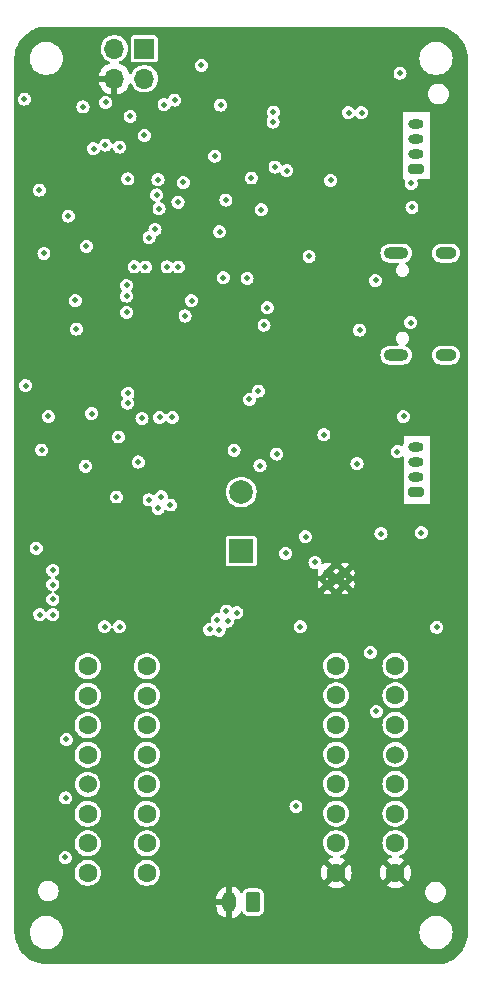
<source format=gbr>
%TF.GenerationSoftware,KiCad,Pcbnew,7.0.2-0*%
%TF.CreationDate,2023-10-14T20:17:31-05:00*%
%TF.ProjectId,Flight Computer,466c6967-6874-4204-936f-6d7075746572,1.1*%
%TF.SameCoordinates,Original*%
%TF.FileFunction,Copper,L2,Inr*%
%TF.FilePolarity,Positive*%
%FSLAX46Y46*%
G04 Gerber Fmt 4.6, Leading zero omitted, Abs format (unit mm)*
G04 Created by KiCad (PCBNEW 7.0.2-0) date 2023-10-14 20:17:31*
%MOMM*%
%LPD*%
G01*
G04 APERTURE LIST*
G04 Aperture macros list*
%AMRoundRect*
0 Rectangle with rounded corners*
0 $1 Rounding radius*
0 $2 $3 $4 $5 $6 $7 $8 $9 X,Y pos of 4 corners*
0 Add a 4 corners polygon primitive as box body*
4,1,4,$2,$3,$4,$5,$6,$7,$8,$9,$2,$3,0*
0 Add four circle primitives for the rounded corners*
1,1,$1+$1,$2,$3*
1,1,$1+$1,$4,$5*
1,1,$1+$1,$6,$7*
1,1,$1+$1,$8,$9*
0 Add four rect primitives between the rounded corners*
20,1,$1+$1,$2,$3,$4,$5,0*
20,1,$1+$1,$4,$5,$6,$7,0*
20,1,$1+$1,$6,$7,$8,$9,0*
20,1,$1+$1,$8,$9,$2,$3,0*%
G04 Aperture macros list end*
%TA.AperFunction,ComponentPad*%
%ADD10RoundRect,0.200000X0.450000X-0.200000X0.450000X0.200000X-0.450000X0.200000X-0.450000X-0.200000X0*%
%TD*%
%TA.AperFunction,ComponentPad*%
%ADD11O,1.300000X0.800000*%
%TD*%
%TA.AperFunction,ComponentPad*%
%ADD12O,2.100000X1.000000*%
%TD*%
%TA.AperFunction,ComponentPad*%
%ADD13O,1.800000X1.000000*%
%TD*%
%TA.AperFunction,ComponentPad*%
%ADD14C,0.600000*%
%TD*%
%TA.AperFunction,ComponentPad*%
%ADD15RoundRect,0.250000X0.350000X0.625000X-0.350000X0.625000X-0.350000X-0.625000X0.350000X-0.625000X0*%
%TD*%
%TA.AperFunction,ComponentPad*%
%ADD16O,1.200000X1.750000*%
%TD*%
%TA.AperFunction,ComponentPad*%
%ADD17C,1.600000*%
%TD*%
%TA.AperFunction,ComponentPad*%
%ADD18C,1.524000*%
%TD*%
%TA.AperFunction,ComponentPad*%
%ADD19R,2.000000X2.000000*%
%TD*%
%TA.AperFunction,ComponentPad*%
%ADD20C,2.000000*%
%TD*%
%TA.AperFunction,ComponentPad*%
%ADD21R,1.700000X1.700000*%
%TD*%
%TA.AperFunction,ComponentPad*%
%ADD22O,1.700000X1.700000*%
%TD*%
%TA.AperFunction,ViaPad*%
%ADD23C,0.500000*%
%TD*%
G04 APERTURE END LIST*
D10*
%TO.N,+5V*%
%TO.C,J8*%
X167100000Y-103175000D03*
D11*
%TO.N,/UART3 RX*%
X167100000Y-101925000D03*
%TO.N,/UART3 TX*%
X167100000Y-100675000D03*
%TO.N,GND*%
X167100000Y-99425000D03*
%TD*%
D12*
%TO.N,Net-(J7-SHIELD)*%
%TO.C,J7*%
X165440000Y-91622500D03*
D13*
X169640000Y-91622500D03*
D12*
X165440000Y-82982500D03*
D13*
X169640000Y-82982500D03*
%TD*%
D10*
%TO.N,+3.3V*%
%TO.C,J9*%
X167100000Y-75837500D03*
D11*
%TO.N,/I2C2 SDA*%
X167100000Y-74587500D03*
%TO.N,/I2C2 SCL*%
X167100000Y-73337500D03*
%TO.N,GND*%
X167100000Y-72087500D03*
%TD*%
D14*
%TO.N,GND*%
%TO.C,U8*%
X161100000Y-110037500D03*
X159600000Y-110037500D03*
X160350000Y-110537500D03*
X161100000Y-111037500D03*
X159600000Y-111037500D03*
%TD*%
D15*
%TO.N,/Main battery connector*%
%TO.C,J4*%
X153300000Y-137950000D03*
D16*
%TO.N,GND*%
X151300000Y-137950000D03*
%TD*%
D17*
%TO.N,+12V*%
%TO.C,J2*%
X139300000Y-135462500D03*
X144300000Y-135462500D03*
%TO.N,/Pyrotechnic Channels/Pyro Channel A*%
X139300000Y-132962500D03*
X144300000Y-132962500D03*
%TO.N,+12V*%
X139300000Y-130462500D03*
X144300000Y-130462500D03*
D18*
%TO.N,/Pyrotechnic Channels/Pyro Channel B*%
X139300000Y-127962500D03*
D17*
X144300000Y-127962500D03*
%TO.N,+12V*%
X139300000Y-125462500D03*
X144300000Y-125462500D03*
%TO.N,/Pyrotechnic Channels/Pyro Channel C*%
X139300000Y-122962500D03*
X144300000Y-122962500D03*
%TO.N,+12V*%
X139300000Y-120462500D03*
X144300000Y-120462500D03*
%TO.N,/Pyrotechnic Channels/Pyro Channel D*%
X139300000Y-117962500D03*
X144300000Y-117962500D03*
%TD*%
D19*
%TO.N,+5V*%
%TO.C,BZ1*%
X152300000Y-108212500D03*
D20*
%TO.N,Net-(BZ1-+)*%
X152300000Y-103212500D03*
%TD*%
D17*
%TO.N,/Pyrotechnic Channels/Pyro Channel E*%
%TO.C,J1*%
X165350000Y-117937500D03*
X160350000Y-117937500D03*
%TO.N,+12V*%
X165350000Y-120437500D03*
X160350000Y-120437500D03*
%TO.N,/Pyrotechnic Channels/Pyro Channel F*%
X165350000Y-122937500D03*
X160350000Y-122937500D03*
D18*
%TO.N,+12V*%
X165350000Y-125437500D03*
D17*
X160350000Y-125437500D03*
%TO.N,/Main battery connector*%
X165350000Y-127937500D03*
X160350000Y-127937500D03*
%TO.N,/Main battery in*%
X165350000Y-130437500D03*
X160350000Y-130437500D03*
%TO.N,+12V*%
X165350000Y-132937500D03*
X160350000Y-132937500D03*
%TO.N,GND*%
X165350000Y-135437500D03*
X160350000Y-135437500D03*
%TD*%
D21*
%TO.N,/SWDIO*%
%TO.C,J3*%
X144100000Y-65675000D03*
D22*
%TO.N,/NRST*%
X141560000Y-65675000D03*
%TO.N,/SWCLK*%
X144100000Y-68215000D03*
%TO.N,GND*%
X141560000Y-68215000D03*
%TD*%
D23*
%TO.N,+5V*%
X156050000Y-108400000D03*
X157300000Y-114600000D03*
X164131250Y-106731250D03*
%TO.N,+3.3V*%
X136350000Y-109850000D03*
X135970000Y-96800000D03*
X135400000Y-99650000D03*
X148925000Y-67075000D03*
X167550000Y-106650000D03*
X136350000Y-113600000D03*
X137650000Y-79850000D03*
X150550000Y-70450000D03*
X138250000Y-86992500D03*
X165750000Y-67750000D03*
X136350000Y-112300000D03*
X138350000Y-89417500D03*
X133950000Y-69950000D03*
X142700000Y-76700000D03*
X142000000Y-114612500D03*
X136350000Y-111050000D03*
X135250000Y-113600000D03*
X143576731Y-100673270D03*
X155312500Y-100000000D03*
X158050000Y-83262500D03*
X140820000Y-70219500D03*
X162315378Y-89504622D03*
X134050000Y-94212500D03*
X140750000Y-114612500D03*
X159300000Y-98362500D03*
X150474500Y-81181000D03*
X135200000Y-77650000D03*
X166690000Y-77090000D03*
X166750500Y-79112500D03*
X139200000Y-82400000D03*
X150066208Y-74775738D03*
%TO.N,GND*%
X136800000Y-93712500D03*
X141780000Y-70219500D03*
X149250000Y-126350000D03*
X147300000Y-121700000D03*
X139050000Y-115150000D03*
X133600000Y-93012500D03*
X155100000Y-125350000D03*
X169500000Y-107812500D03*
X153350000Y-118400000D03*
X144050000Y-71912500D03*
X137350000Y-81050000D03*
X149500000Y-73600000D03*
X166800000Y-110400000D03*
X159212500Y-99962500D03*
X148300000Y-131362500D03*
X157950000Y-82262500D03*
X154600000Y-115612500D03*
X163220000Y-83540000D03*
X139200000Y-80875000D03*
X136720000Y-79850000D03*
X150750000Y-120400000D03*
X138350000Y-88450000D03*
X134225000Y-122920000D03*
X152050000Y-133500000D03*
X144400000Y-108800000D03*
X152150000Y-77987998D03*
X135200000Y-76650000D03*
X150300000Y-107512500D03*
X146650000Y-114800000D03*
X157050000Y-112662500D03*
X158610916Y-104789084D03*
X147700000Y-92862500D03*
X142750000Y-100650000D03*
X139050000Y-114250000D03*
X155550000Y-119612500D03*
X161850000Y-94012500D03*
X170500000Y-119850000D03*
X153700000Y-119650000D03*
X133620000Y-96800000D03*
X147300000Y-116800000D03*
X149300000Y-121162500D03*
X157837998Y-90830000D03*
X138250000Y-86032500D03*
X150300000Y-105012500D03*
X139450000Y-104350000D03*
X149250000Y-131350000D03*
X139556585Y-69956585D03*
X141467869Y-105017869D03*
X165100000Y-110412500D03*
X166600500Y-93588046D03*
X148800000Y-81200000D03*
X165855000Y-79650000D03*
X151300000Y-122500000D03*
X139450000Y-77700000D03*
X170605000Y-79600000D03*
X150600000Y-125350000D03*
X153200419Y-100000000D03*
X157350000Y-124000000D03*
X150700000Y-129100000D03*
X168840000Y-72090000D03*
X167090000Y-98170000D03*
X154200000Y-112812500D03*
X148800000Y-94612500D03*
X148250000Y-121150000D03*
X155150000Y-112812500D03*
X149690000Y-72760000D03*
X141604977Y-76745023D03*
X149300000Y-69300000D03*
X157900000Y-97412500D03*
X157837998Y-89780000D03*
X153050000Y-122850000D03*
X158075000Y-129287500D03*
X147300000Y-126350000D03*
X138750000Y-74300000D03*
X137950000Y-115900000D03*
X137706585Y-71806585D03*
X165550000Y-114300000D03*
X148250000Y-116200000D03*
X147300000Y-131362500D03*
X153250000Y-112812500D03*
X156800000Y-124690000D03*
X159850000Y-97012500D03*
X134225000Y-127920000D03*
X157350000Y-119150000D03*
X134225000Y-117930000D03*
X134225000Y-132930000D03*
X148300000Y-126350000D03*
X170425000Y-124475000D03*
X163750000Y-90750000D03*
X149300000Y-116200000D03*
X161040000Y-113990000D03*
X145700000Y-109700000D03*
X156600000Y-119612500D03*
X143150000Y-103450000D03*
X159288743Y-85013000D03*
X155850000Y-124700000D03*
X148850000Y-136100000D03*
X135330000Y-86632500D03*
X141457760Y-73272825D03*
X142900000Y-107850000D03*
%TO.N,/SWDIO*%
X142602661Y-86616781D03*
%TO.N,/SWCLK*%
X142590690Y-85717358D03*
%TO.N,/NRST*%
X142598172Y-88000000D03*
%TO.N,/UART3 TX*%
X165524500Y-99790000D03*
%TO.N,/I2C2 SDA*%
X153750000Y-94663498D03*
%TO.N,/I2C2 SCL*%
X153000000Y-95362998D03*
%TO.N,/SDMMC Data 2*%
X155028415Y-71028415D03*
X156160000Y-76000000D03*
%TO.N,/SDMMC Data 3*%
X155170000Y-75700000D03*
X155000000Y-71890000D03*
%TO.N,/SDMMC Command*%
X151000000Y-78500000D03*
%TO.N,/SDMMC Clock*%
X154000000Y-79300000D03*
%TO.N,/SDMMC Data 0*%
X161400000Y-71100000D03*
X154237002Y-89085497D03*
%TO.N,/SDMMC Data 1*%
X154510000Y-87592500D03*
X162490000Y-71100000D03*
%TO.N,/SD Card Detect*%
X159870000Y-76822500D03*
X153160500Y-76620000D03*
%TO.N,/Pyro Channel A Trigger*%
X144501831Y-103877951D03*
X137400000Y-134150000D03*
%TO.N,/Pyro Channel B Trigger*%
X145525000Y-103595000D03*
X137450000Y-129112500D03*
%TO.N,/Pyro Channel C Trigger*%
X145269395Y-104597434D03*
X137500000Y-124150000D03*
%TO.N,/Pyro Channel E Trigger*%
X163224500Y-116787500D03*
X151700000Y-99670000D03*
%TO.N,/Pyro Channel F Trigger*%
X163750000Y-121787500D03*
X153890000Y-100990000D03*
%TO.N,/Pyro Channel D Trigger*%
X146305000Y-104305000D03*
X134939691Y-107967691D03*
%TO.N,/Pyro A Continuity Voltage*%
X151151286Y-114144946D03*
X142700599Y-94850000D03*
%TO.N,/Pyro B Continuity Voltage*%
X150290787Y-114027617D03*
X142695486Y-95689579D03*
%TO.N,/Pyro C Continuity Voltage*%
X139645980Y-96566297D03*
X150430000Y-114910000D03*
%TO.N,/Pyro E Continuity Voltage*%
X145389693Y-96888998D03*
X151929698Y-113429885D03*
%TO.N,/Pyro F Continuity Voltage*%
X151050430Y-113294090D03*
X143898967Y-96978603D03*
%TO.N,/Pyro D Continuity Voltage*%
X149624783Y-114847954D03*
X141907954Y-98542045D03*
%TO.N,/Ignition Battery Voltage*%
X156932500Y-129830000D03*
X146458242Y-96888000D03*
%TO.N,/Main battery in*%
X168850000Y-114662500D03*
%TO.N,Net-(U1-PD13)*%
X162100000Y-100812500D03*
X166050000Y-96812500D03*
%TO.N,Net-(U8-PG)*%
X158542767Y-109176153D03*
X157750000Y-107000000D03*
%TO.N,/High G Interrupt*%
X146025500Y-84150000D03*
X145770000Y-70430000D03*
%TO.N,/Chip Select Low G Gyro*%
X138908835Y-70604335D03*
X145000000Y-80977500D03*
X142895937Y-71400500D03*
%TO.N,/SPI1 SCK*%
X144100000Y-73012500D03*
X145345376Y-79217124D03*
X147404495Y-77000000D03*
%TO.N,/SPI1 MOSI*%
X145250000Y-76774500D03*
X145150000Y-78062000D03*
%TO.N,/SPI1 MISO*%
X146950000Y-78672454D03*
%TO.N,/Low G Gyro Interrupt*%
X144500000Y-81670000D03*
X142000000Y-74000000D03*
%TO.N,/Chip Select Low G Accel*%
X144180000Y-84150000D03*
X140803544Y-73834118D03*
%TO.N,/Low G Accel Interrupt*%
X143237076Y-84147384D03*
X139800000Y-74150000D03*
%TO.N,/QSPI Clock*%
X141725000Y-103625000D03*
X139125000Y-101025000D03*
%TO.N,/GPS Reset*%
X150792358Y-85070143D03*
%TO.N,/GPS External Interrupt*%
X152800000Y-85112002D03*
%TO.N,/UART2 TX*%
X147550000Y-88312500D03*
%TO.N,/UART2 RX*%
X148099665Y-87019665D03*
%TO.N,/USB 5V in*%
X166650500Y-88862500D03*
X163680601Y-85297617D03*
%TO.N,/Chip Select Altimeter*%
X135588773Y-83011227D03*
%TO.N,/Chip Select High G Accel*%
X146973946Y-84149500D03*
X146652500Y-70030000D03*
%TD*%
%TA.AperFunction,Conductor*%
%TO.N,GND*%
G36*
X168802777Y-63813155D02*
G01*
X169096701Y-63829662D01*
X169107724Y-63830904D01*
X169395224Y-63879752D01*
X169406018Y-63882215D01*
X169686251Y-63962949D01*
X169696722Y-63966613D01*
X169966134Y-64078208D01*
X169976136Y-64083025D01*
X170231354Y-64224078D01*
X170240755Y-64229985D01*
X170478575Y-64398728D01*
X170487254Y-64405649D01*
X170517388Y-64432578D01*
X170704697Y-64599967D01*
X170712532Y-64607802D01*
X170752240Y-64652235D01*
X170906850Y-64825245D01*
X170913771Y-64833924D01*
X171082514Y-65071744D01*
X171088421Y-65081145D01*
X171229474Y-65336363D01*
X171234291Y-65346365D01*
X171345884Y-65615773D01*
X171349551Y-65626252D01*
X171430280Y-65906466D01*
X171432750Y-65917290D01*
X171481594Y-66204770D01*
X171482837Y-66215802D01*
X171499344Y-66509721D01*
X171499500Y-66515272D01*
X171499500Y-140509726D01*
X171499344Y-140515277D01*
X171482837Y-140809197D01*
X171481594Y-140820229D01*
X171432750Y-141107709D01*
X171430280Y-141118533D01*
X171349551Y-141398747D01*
X171345884Y-141409226D01*
X171234291Y-141678634D01*
X171229474Y-141688636D01*
X171088421Y-141943854D01*
X171082514Y-141953255D01*
X170913771Y-142191075D01*
X170906850Y-142199754D01*
X170712540Y-142417189D01*
X170704689Y-142425040D01*
X170487254Y-142619350D01*
X170478575Y-142626271D01*
X170240755Y-142795014D01*
X170231354Y-142800921D01*
X169976136Y-142941974D01*
X169966134Y-142946791D01*
X169696726Y-143058384D01*
X169686247Y-143062051D01*
X169406033Y-143142780D01*
X169395209Y-143145250D01*
X169107729Y-143194094D01*
X169096697Y-143195337D01*
X168802778Y-143211844D01*
X168797227Y-143212000D01*
X135813894Y-143212000D01*
X135804645Y-143211567D01*
X135509649Y-143183886D01*
X135498941Y-143182287D01*
X135207123Y-143122227D01*
X135196652Y-143119467D01*
X134913150Y-143027901D01*
X134903044Y-143024015D01*
X134631227Y-142902031D01*
X134621606Y-142897064D01*
X134447937Y-142795014D01*
X134364738Y-142746125D01*
X134355733Y-142740149D01*
X134116876Y-142562056D01*
X134108568Y-142555123D01*
X133890595Y-142352014D01*
X133883089Y-142344211D01*
X133855804Y-142312548D01*
X133688598Y-142118511D01*
X133682005Y-142109956D01*
X133513317Y-141864353D01*
X133507688Y-141855111D01*
X133366844Y-141592581D01*
X133362261Y-141582789D01*
X133250921Y-141306426D01*
X133247436Y-141296194D01*
X133166940Y-141009314D01*
X133164595Y-140998770D01*
X133115912Y-140704832D01*
X133114732Y-140694097D01*
X133104104Y-140500000D01*
X134394700Y-140500000D01*
X134413866Y-140731305D01*
X134460224Y-140914367D01*
X134470844Y-140956304D01*
X134542005Y-141118533D01*
X134564076Y-141168849D01*
X134691021Y-141363153D01*
X134848216Y-141533913D01*
X135031374Y-141676470D01*
X135235497Y-141786936D01*
X135455019Y-141862298D01*
X135683951Y-141900500D01*
X135683953Y-141900500D01*
X135916047Y-141900500D01*
X135916049Y-141900500D01*
X136144981Y-141862298D01*
X136364503Y-141786936D01*
X136568626Y-141676470D01*
X136751784Y-141533913D01*
X136908979Y-141363153D01*
X137035924Y-141168849D01*
X137129157Y-140956300D01*
X137186134Y-140731305D01*
X137205300Y-140500000D01*
X167394700Y-140500000D01*
X167413866Y-140731305D01*
X167460224Y-140914367D01*
X167470844Y-140956304D01*
X167542005Y-141118533D01*
X167564076Y-141168849D01*
X167691021Y-141363153D01*
X167848216Y-141533913D01*
X168031374Y-141676470D01*
X168235497Y-141786936D01*
X168455019Y-141862298D01*
X168683951Y-141900500D01*
X168683953Y-141900500D01*
X168916047Y-141900500D01*
X168916049Y-141900500D01*
X169144981Y-141862298D01*
X169364503Y-141786936D01*
X169568626Y-141676470D01*
X169751784Y-141533913D01*
X169908979Y-141363153D01*
X170035924Y-141168849D01*
X170129157Y-140956300D01*
X170186134Y-140731305D01*
X170205300Y-140500000D01*
X170186134Y-140268695D01*
X170129157Y-140043700D01*
X170035924Y-139831151D01*
X169908979Y-139636847D01*
X169751784Y-139466087D01*
X169568626Y-139323530D01*
X169364503Y-139213064D01*
X169364502Y-139213063D01*
X169364501Y-139213063D01*
X169144981Y-139137702D01*
X169071858Y-139125500D01*
X168916049Y-139099500D01*
X168683951Y-139099500D01*
X168591802Y-139114877D01*
X168455018Y-139137702D01*
X168235498Y-139213063D01*
X168031373Y-139323530D01*
X167848217Y-139466086D01*
X167691021Y-139636846D01*
X167564073Y-139831156D01*
X167470844Y-140043695D01*
X167470843Y-140043700D01*
X167413866Y-140268695D01*
X167394700Y-140500000D01*
X137205300Y-140500000D01*
X137186134Y-140268695D01*
X137129157Y-140043700D01*
X137035924Y-139831151D01*
X136908979Y-139636847D01*
X136751784Y-139466087D01*
X136568626Y-139323530D01*
X136364503Y-139213064D01*
X136364502Y-139213063D01*
X136364501Y-139213063D01*
X136144981Y-139137702D01*
X136071858Y-139125500D01*
X135916049Y-139099500D01*
X135683951Y-139099500D01*
X135591802Y-139114877D01*
X135455018Y-139137702D01*
X135235498Y-139213063D01*
X135031373Y-139323530D01*
X134848217Y-139466086D01*
X134691021Y-139636846D01*
X134564073Y-139831156D01*
X134470844Y-140043695D01*
X134470843Y-140043700D01*
X134413866Y-140268695D01*
X134394700Y-140500000D01*
X133104104Y-140500000D01*
X133100648Y-140436889D01*
X133100500Y-140431476D01*
X133100500Y-137000000D01*
X135068672Y-137000000D01*
X135087931Y-137183238D01*
X135144867Y-137358468D01*
X135236991Y-137518032D01*
X135360276Y-137654954D01*
X135509336Y-137763252D01*
X135677655Y-137838193D01*
X135857876Y-137876500D01*
X135857878Y-137876500D01*
X136042122Y-137876500D01*
X136042124Y-137876500D01*
X136222345Y-137838193D01*
X136390664Y-137763252D01*
X136539724Y-137654954D01*
X136616251Y-137569962D01*
X150199999Y-137569962D01*
X150200000Y-137699999D01*
X150200001Y-137700000D01*
X151020440Y-137700000D01*
X150981722Y-137742059D01*
X150931449Y-137856670D01*
X150921114Y-137981395D01*
X150951837Y-138102719D01*
X151015394Y-138200000D01*
X150200001Y-138200000D01*
X150200000Y-138200001D01*
X150200000Y-138275049D01*
X150200223Y-138279744D01*
X150214965Y-138434124D01*
X150274149Y-138635689D01*
X150370411Y-138822410D01*
X150500271Y-138987541D01*
X150659031Y-139125107D01*
X150840967Y-139230147D01*
X151039486Y-139298856D01*
X151049999Y-139300367D01*
X151050000Y-139300366D01*
X151050000Y-138230617D01*
X151119052Y-138284363D01*
X151237424Y-138325000D01*
X151331073Y-138325000D01*
X151423446Y-138309586D01*
X151533514Y-138250019D01*
X151550000Y-138232110D01*
X151550000Y-139296257D01*
X151661412Y-139269230D01*
X151852498Y-139181963D01*
X152023623Y-139060105D01*
X152168593Y-138908065D01*
X152263036Y-138761110D01*
X152310402Y-138722379D01*
X152371488Y-138718885D01*
X152422960Y-138751965D01*
X152438417Y-138778314D01*
X152465637Y-138847340D01*
X152557077Y-138967922D01*
X152677656Y-139059360D01*
X152677657Y-139059360D01*
X152677658Y-139059361D01*
X152818436Y-139114877D01*
X152906898Y-139125500D01*
X152909850Y-139125500D01*
X153690150Y-139125500D01*
X153693102Y-139125500D01*
X153781564Y-139114877D01*
X153922342Y-139059361D01*
X154042922Y-138967922D01*
X154134361Y-138847342D01*
X154189877Y-138706564D01*
X154200500Y-138618102D01*
X154200500Y-137281898D01*
X154189877Y-137193436D01*
X154153030Y-137100000D01*
X167868672Y-137100000D01*
X167887931Y-137283238D01*
X167944867Y-137458468D01*
X168036991Y-137618032D01*
X168160276Y-137754954D01*
X168309336Y-137863252D01*
X168477655Y-137938193D01*
X168657876Y-137976500D01*
X168657878Y-137976500D01*
X168842122Y-137976500D01*
X168842124Y-137976500D01*
X169022345Y-137938193D01*
X169190664Y-137863252D01*
X169339724Y-137754954D01*
X169463009Y-137618032D01*
X169555133Y-137458468D01*
X169612069Y-137283238D01*
X169631328Y-137100000D01*
X169612069Y-136916762D01*
X169555133Y-136741532D01*
X169463009Y-136581968D01*
X169339724Y-136445046D01*
X169190664Y-136336748D01*
X169190662Y-136336747D01*
X169022346Y-136261807D01*
X168962271Y-136249038D01*
X168842124Y-136223500D01*
X168657876Y-136223500D01*
X168595554Y-136236747D01*
X168477653Y-136261807D01*
X168309337Y-136336747D01*
X168160276Y-136445045D01*
X168036991Y-136581968D01*
X167944867Y-136741531D01*
X167930703Y-136785123D01*
X167887931Y-136916762D01*
X167868672Y-137100000D01*
X154153030Y-137100000D01*
X154134361Y-137052658D01*
X154134360Y-137052657D01*
X154134360Y-137052656D01*
X154042922Y-136932077D01*
X153922343Y-136840639D01*
X153781562Y-136785122D01*
X153696030Y-136774851D01*
X153696019Y-136774850D01*
X153693102Y-136774500D01*
X152906898Y-136774500D01*
X152903981Y-136774850D01*
X152903969Y-136774851D01*
X152818437Y-136785122D01*
X152677656Y-136840639D01*
X152557077Y-136932077D01*
X152465637Y-137052659D01*
X152437836Y-137123158D01*
X152398899Y-137170355D01*
X152339657Y-137185652D01*
X152282738Y-137163205D01*
X152257744Y-137132203D01*
X152229588Y-137077589D01*
X152099728Y-136912458D01*
X151940968Y-136774892D01*
X151759032Y-136669852D01*
X151560513Y-136601143D01*
X151550001Y-136599631D01*
X151550000Y-136599632D01*
X151550000Y-137669382D01*
X151480948Y-137615637D01*
X151362576Y-137575000D01*
X151268927Y-137575000D01*
X151176554Y-137590414D01*
X151066486Y-137649981D01*
X151050000Y-137667889D01*
X151050000Y-136603740D01*
X151049999Y-136603740D01*
X150938592Y-136630769D01*
X150747497Y-136718039D01*
X150576376Y-136839894D01*
X150431407Y-136991933D01*
X150317831Y-137168660D01*
X150239755Y-137363683D01*
X150199999Y-137569962D01*
X136616251Y-137569962D01*
X136663009Y-137518032D01*
X136755133Y-137358468D01*
X136812069Y-137183238D01*
X136831328Y-137000000D01*
X136812069Y-136816762D01*
X136755133Y-136641532D01*
X136663009Y-136481968D01*
X136539724Y-136345046D01*
X136538946Y-136344481D01*
X136483618Y-136304282D01*
X136390664Y-136236748D01*
X136324027Y-136207079D01*
X136222346Y-136161807D01*
X136162271Y-136149037D01*
X136042124Y-136123500D01*
X135857876Y-136123500D01*
X135767765Y-136142653D01*
X135677653Y-136161807D01*
X135509337Y-136236747D01*
X135360276Y-136345045D01*
X135236991Y-136481968D01*
X135144867Y-136641531D01*
X135098211Y-136785123D01*
X135087931Y-136816762D01*
X135068672Y-137000000D01*
X133100500Y-137000000D01*
X133100500Y-135462500D01*
X138194785Y-135462500D01*
X138213603Y-135665583D01*
X138247756Y-135785618D01*
X138269419Y-135861752D01*
X138360325Y-136044318D01*
X138360326Y-136044319D01*
X138360327Y-136044321D01*
X138483236Y-136207079D01*
X138633959Y-136344481D01*
X138807363Y-136451848D01*
X138957254Y-136509915D01*
X138997546Y-136525525D01*
X139198022Y-136563000D01*
X139198024Y-136563000D01*
X139401978Y-136563000D01*
X139602453Y-136525525D01*
X139602456Y-136525524D01*
X139792637Y-136451848D01*
X139966041Y-136344481D01*
X140116764Y-136207079D01*
X140239673Y-136044321D01*
X140330582Y-135861750D01*
X140386397Y-135665583D01*
X140405215Y-135462500D01*
X143194785Y-135462500D01*
X143213603Y-135665583D01*
X143247756Y-135785618D01*
X143269419Y-135861752D01*
X143360325Y-136044318D01*
X143360326Y-136044319D01*
X143360327Y-136044321D01*
X143483236Y-136207079D01*
X143633959Y-136344481D01*
X143807363Y-136451848D01*
X143957254Y-136509915D01*
X143997546Y-136525525D01*
X144198022Y-136563000D01*
X144198024Y-136563000D01*
X144401978Y-136563000D01*
X144602453Y-136525525D01*
X144602456Y-136525524D01*
X144792637Y-136451848D01*
X144966041Y-136344481D01*
X145116764Y-136207079D01*
X145239673Y-136044321D01*
X145330582Y-135861750D01*
X145386397Y-135665583D01*
X145405215Y-135462500D01*
X145402898Y-135437500D01*
X159045033Y-135437500D01*
X159064858Y-135664101D01*
X159123734Y-135883829D01*
X159219864Y-136089980D01*
X159270972Y-136162971D01*
X159930194Y-135503748D01*
X159940762Y-135570469D01*
X160001882Y-135690423D01*
X160097077Y-135785618D01*
X160217031Y-135846738D01*
X160283748Y-135857304D01*
X159624527Y-136516526D01*
X159697519Y-136567635D01*
X159903670Y-136663765D01*
X160123398Y-136722641D01*
X160349999Y-136742466D01*
X160576601Y-136722641D01*
X160796329Y-136663765D01*
X161002480Y-136567635D01*
X161075471Y-136516526D01*
X160416250Y-135857305D01*
X160482969Y-135846738D01*
X160602923Y-135785618D01*
X160698118Y-135690423D01*
X160759238Y-135570469D01*
X160769805Y-135503750D01*
X161429026Y-136162971D01*
X161480135Y-136089980D01*
X161576265Y-135883829D01*
X161635141Y-135664101D01*
X161654966Y-135437500D01*
X161654966Y-135437499D01*
X164045033Y-135437499D01*
X164064858Y-135664101D01*
X164123734Y-135883829D01*
X164219864Y-136089980D01*
X164270972Y-136162971D01*
X164930194Y-135503748D01*
X164940762Y-135570469D01*
X165001882Y-135690423D01*
X165097077Y-135785618D01*
X165217031Y-135846738D01*
X165283748Y-135857304D01*
X164624527Y-136516526D01*
X164697519Y-136567635D01*
X164903670Y-136663765D01*
X165123398Y-136722641D01*
X165349999Y-136742466D01*
X165576601Y-136722641D01*
X165796329Y-136663765D01*
X166002480Y-136567635D01*
X166075471Y-136516526D01*
X165416250Y-135857305D01*
X165482969Y-135846738D01*
X165602923Y-135785618D01*
X165698118Y-135690423D01*
X165759238Y-135570469D01*
X165769805Y-135503750D01*
X166429026Y-136162971D01*
X166480135Y-136089980D01*
X166576265Y-135883829D01*
X166635141Y-135664101D01*
X166654966Y-135437500D01*
X166635141Y-135210898D01*
X166576265Y-134991170D01*
X166480135Y-134785019D01*
X166429026Y-134712027D01*
X165769804Y-135371248D01*
X165759238Y-135304531D01*
X165698118Y-135184577D01*
X165602923Y-135089382D01*
X165482969Y-135028262D01*
X165416248Y-135017694D01*
X166075471Y-134358472D01*
X166002480Y-134307364D01*
X165796330Y-134211234D01*
X165682531Y-134180742D01*
X165631217Y-134147417D01*
X165609291Y-134090296D01*
X165625127Y-134031195D01*
X165672392Y-133992800D01*
X165842637Y-133926848D01*
X166016041Y-133819481D01*
X166166764Y-133682079D01*
X166289673Y-133519321D01*
X166380582Y-133336750D01*
X166436397Y-133140583D01*
X166455215Y-132937500D01*
X166436397Y-132734417D01*
X166380582Y-132538250D01*
X166289673Y-132355679D01*
X166166764Y-132192921D01*
X166016041Y-132055519D01*
X165883015Y-131973153D01*
X165842639Y-131948153D01*
X165842637Y-131948152D01*
X165802347Y-131932543D01*
X165652453Y-131874474D01*
X165451978Y-131837000D01*
X165451976Y-131837000D01*
X165248024Y-131837000D01*
X165248022Y-131837000D01*
X165047546Y-131874474D01*
X164857360Y-131948153D01*
X164683961Y-132055517D01*
X164533237Y-132192920D01*
X164410325Y-132355681D01*
X164319419Y-132538247D01*
X164319418Y-132538250D01*
X164263603Y-132734417D01*
X164244785Y-132937500D01*
X164263603Y-133140583D01*
X164270716Y-133165583D01*
X164319419Y-133336752D01*
X164410325Y-133519318D01*
X164410326Y-133519319D01*
X164410327Y-133519321D01*
X164533236Y-133682079D01*
X164683959Y-133819481D01*
X164857363Y-133926848D01*
X165027607Y-133992800D01*
X165075038Y-134031451D01*
X165090692Y-134090600D01*
X165068589Y-134147654D01*
X165017468Y-134180741D01*
X164903674Y-134211232D01*
X164697519Y-134307364D01*
X164624527Y-134358472D01*
X165283749Y-135017694D01*
X165217031Y-135028262D01*
X165097077Y-135089382D01*
X165001882Y-135184577D01*
X164940762Y-135304531D01*
X164930194Y-135371249D01*
X164270972Y-134712027D01*
X164219864Y-134785019D01*
X164123734Y-134991170D01*
X164064858Y-135210898D01*
X164045033Y-135437499D01*
X161654966Y-135437499D01*
X161635141Y-135210898D01*
X161576265Y-134991170D01*
X161480135Y-134785019D01*
X161429026Y-134712027D01*
X160769804Y-135371248D01*
X160759238Y-135304531D01*
X160698118Y-135184577D01*
X160602923Y-135089382D01*
X160482969Y-135028262D01*
X160416248Y-135017694D01*
X161075471Y-134358472D01*
X161002480Y-134307364D01*
X160796330Y-134211234D01*
X160682531Y-134180742D01*
X160631217Y-134147417D01*
X160609291Y-134090296D01*
X160625127Y-134031195D01*
X160672392Y-133992800D01*
X160842637Y-133926848D01*
X161016041Y-133819481D01*
X161166764Y-133682079D01*
X161289673Y-133519321D01*
X161380582Y-133336750D01*
X161436397Y-133140583D01*
X161455215Y-132937500D01*
X161436397Y-132734417D01*
X161380582Y-132538250D01*
X161289673Y-132355679D01*
X161166764Y-132192921D01*
X161016041Y-132055519D01*
X160883015Y-131973153D01*
X160842639Y-131948153D01*
X160842637Y-131948152D01*
X160802347Y-131932543D01*
X160652453Y-131874474D01*
X160451978Y-131837000D01*
X160451976Y-131837000D01*
X160248024Y-131837000D01*
X160248022Y-131837000D01*
X160047546Y-131874474D01*
X159857360Y-131948153D01*
X159683961Y-132055517D01*
X159533237Y-132192920D01*
X159410325Y-132355681D01*
X159319419Y-132538247D01*
X159319418Y-132538250D01*
X159263603Y-132734417D01*
X159244785Y-132937500D01*
X159263603Y-133140583D01*
X159270716Y-133165583D01*
X159319419Y-133336752D01*
X159410325Y-133519318D01*
X159410326Y-133519319D01*
X159410327Y-133519321D01*
X159533236Y-133682079D01*
X159683959Y-133819481D01*
X159857363Y-133926848D01*
X160027607Y-133992800D01*
X160075038Y-134031451D01*
X160090692Y-134090600D01*
X160068589Y-134147654D01*
X160017468Y-134180741D01*
X159903674Y-134211232D01*
X159697519Y-134307364D01*
X159624527Y-134358472D01*
X160283749Y-135017694D01*
X160217031Y-135028262D01*
X160097077Y-135089382D01*
X160001882Y-135184577D01*
X159940762Y-135304531D01*
X159930194Y-135371249D01*
X159270972Y-134712027D01*
X159219864Y-134785019D01*
X159123734Y-134991170D01*
X159064858Y-135210898D01*
X159045033Y-135437500D01*
X145402898Y-135437500D01*
X145386397Y-135259417D01*
X145330582Y-135063250D01*
X145239673Y-134880679D01*
X145116764Y-134717921D01*
X144966041Y-134580519D01*
X144792637Y-134473152D01*
X144752347Y-134457543D01*
X144602453Y-134399474D01*
X144401978Y-134362000D01*
X144401976Y-134362000D01*
X144198024Y-134362000D01*
X144198022Y-134362000D01*
X143997546Y-134399474D01*
X143807360Y-134473153D01*
X143633961Y-134580517D01*
X143483237Y-134717920D01*
X143360325Y-134880681D01*
X143269419Y-135063247D01*
X143213603Y-135259417D01*
X143197102Y-135437500D01*
X143194785Y-135462500D01*
X140405215Y-135462500D01*
X140386397Y-135259417D01*
X140330582Y-135063250D01*
X140239673Y-134880679D01*
X140116764Y-134717921D01*
X139966041Y-134580519D01*
X139792637Y-134473152D01*
X139752347Y-134457543D01*
X139602453Y-134399474D01*
X139401978Y-134362000D01*
X139401976Y-134362000D01*
X139198024Y-134362000D01*
X139198022Y-134362000D01*
X138997546Y-134399474D01*
X138807360Y-134473153D01*
X138633961Y-134580517D01*
X138483237Y-134717920D01*
X138360325Y-134880681D01*
X138269419Y-135063247D01*
X138213603Y-135259417D01*
X138197102Y-135437500D01*
X138194785Y-135462500D01*
X133100500Y-135462500D01*
X133100500Y-134150000D01*
X136844750Y-134150000D01*
X136863669Y-134293709D01*
X136902892Y-134388401D01*
X136919139Y-134427625D01*
X136954073Y-134473152D01*
X137007378Y-134542621D01*
X137056766Y-134580517D01*
X137122375Y-134630861D01*
X137217067Y-134670083D01*
X137256290Y-134686330D01*
X137273008Y-134688531D01*
X137400000Y-134705250D01*
X137543709Y-134686330D01*
X137677625Y-134630861D01*
X137792621Y-134542621D01*
X137880861Y-134427625D01*
X137936330Y-134293709D01*
X137955250Y-134150000D01*
X137936330Y-134006291D01*
X137933941Y-134000524D01*
X137903424Y-133926848D01*
X137880861Y-133872375D01*
X137830932Y-133807306D01*
X137792621Y-133757378D01*
X137727069Y-133707079D01*
X137677625Y-133669139D01*
X137638401Y-133652892D01*
X137543709Y-133613669D01*
X137416717Y-133596951D01*
X137400000Y-133594750D01*
X137399999Y-133594750D01*
X137256290Y-133613669D01*
X137122375Y-133669139D01*
X137007378Y-133757378D01*
X136919139Y-133872375D01*
X136863669Y-134006290D01*
X136844750Y-134150000D01*
X133100500Y-134150000D01*
X133100500Y-132962500D01*
X138194785Y-132962500D01*
X138213603Y-133165583D01*
X138262305Y-133336752D01*
X138269419Y-133361752D01*
X138360325Y-133544318D01*
X138360326Y-133544319D01*
X138360327Y-133544321D01*
X138483236Y-133707079D01*
X138633959Y-133844481D01*
X138807363Y-133951848D01*
X138933011Y-134000524D01*
X138997546Y-134025525D01*
X139198022Y-134063000D01*
X139198024Y-134063000D01*
X139401978Y-134063000D01*
X139602453Y-134025525D01*
X139602456Y-134025524D01*
X139792637Y-133951848D01*
X139966041Y-133844481D01*
X140116764Y-133707079D01*
X140239673Y-133544321D01*
X140330582Y-133361750D01*
X140386397Y-133165583D01*
X140405215Y-132962500D01*
X143194785Y-132962500D01*
X143213603Y-133165583D01*
X143262305Y-133336752D01*
X143269419Y-133361752D01*
X143360325Y-133544318D01*
X143360326Y-133544319D01*
X143360327Y-133544321D01*
X143483236Y-133707079D01*
X143633959Y-133844481D01*
X143807363Y-133951848D01*
X143933011Y-134000524D01*
X143997546Y-134025525D01*
X144198022Y-134063000D01*
X144198024Y-134063000D01*
X144401978Y-134063000D01*
X144602453Y-134025525D01*
X144602456Y-134025524D01*
X144792637Y-133951848D01*
X144966041Y-133844481D01*
X145116764Y-133707079D01*
X145239673Y-133544321D01*
X145330582Y-133361750D01*
X145386397Y-133165583D01*
X145405215Y-132962500D01*
X145386397Y-132759417D01*
X145330582Y-132563250D01*
X145239673Y-132380679D01*
X145116764Y-132217921D01*
X144966041Y-132080519D01*
X144925665Y-132055519D01*
X144792639Y-131973153D01*
X144792637Y-131973152D01*
X144728104Y-131948152D01*
X144602453Y-131899474D01*
X144401978Y-131862000D01*
X144401976Y-131862000D01*
X144198024Y-131862000D01*
X144198022Y-131862000D01*
X143997546Y-131899474D01*
X143807360Y-131973153D01*
X143633961Y-132080517D01*
X143483237Y-132217920D01*
X143360325Y-132380681D01*
X143269419Y-132563247D01*
X143213603Y-132759417D01*
X143197102Y-132937500D01*
X143194785Y-132962500D01*
X140405215Y-132962500D01*
X140386397Y-132759417D01*
X140330582Y-132563250D01*
X140239673Y-132380679D01*
X140116764Y-132217921D01*
X139966041Y-132080519D01*
X139925665Y-132055519D01*
X139792639Y-131973153D01*
X139792637Y-131973152D01*
X139728104Y-131948152D01*
X139602453Y-131899474D01*
X139401978Y-131862000D01*
X139401976Y-131862000D01*
X139198024Y-131862000D01*
X139198022Y-131862000D01*
X138997546Y-131899474D01*
X138807360Y-131973153D01*
X138633961Y-132080517D01*
X138483237Y-132217920D01*
X138360325Y-132380681D01*
X138269419Y-132563247D01*
X138213603Y-132759417D01*
X138197102Y-132937500D01*
X138194785Y-132962500D01*
X133100500Y-132962500D01*
X133100500Y-130462500D01*
X138194785Y-130462500D01*
X138213603Y-130665583D01*
X138262305Y-130836752D01*
X138269419Y-130861752D01*
X138360325Y-131044318D01*
X138360326Y-131044319D01*
X138360327Y-131044321D01*
X138483236Y-131207079D01*
X138633959Y-131344481D01*
X138807363Y-131451848D01*
X138933011Y-131500524D01*
X138997546Y-131525525D01*
X139198022Y-131563000D01*
X139198024Y-131563000D01*
X139401978Y-131563000D01*
X139602453Y-131525525D01*
X139602456Y-131525524D01*
X139792637Y-131451848D01*
X139966041Y-131344481D01*
X140116764Y-131207079D01*
X140239673Y-131044321D01*
X140330582Y-130861750D01*
X140386397Y-130665583D01*
X140405215Y-130462500D01*
X143194785Y-130462500D01*
X143213603Y-130665583D01*
X143262305Y-130836752D01*
X143269419Y-130861752D01*
X143360325Y-131044318D01*
X143360326Y-131044319D01*
X143360327Y-131044321D01*
X143483236Y-131207079D01*
X143633959Y-131344481D01*
X143807363Y-131451848D01*
X143933011Y-131500524D01*
X143997546Y-131525525D01*
X144198022Y-131563000D01*
X144198024Y-131563000D01*
X144401978Y-131563000D01*
X144602453Y-131525525D01*
X144602456Y-131525524D01*
X144792637Y-131451848D01*
X144966041Y-131344481D01*
X145116764Y-131207079D01*
X145239673Y-131044321D01*
X145330582Y-130861750D01*
X145386397Y-130665583D01*
X145405215Y-130462500D01*
X145402898Y-130437500D01*
X159244785Y-130437500D01*
X159263603Y-130640583D01*
X159270716Y-130665583D01*
X159319419Y-130836752D01*
X159410325Y-131019318D01*
X159410326Y-131019319D01*
X159410327Y-131019321D01*
X159533236Y-131182079D01*
X159683959Y-131319481D01*
X159857363Y-131426848D01*
X160007254Y-131484915D01*
X160047546Y-131500525D01*
X160248022Y-131538000D01*
X160248024Y-131538000D01*
X160451978Y-131538000D01*
X160652453Y-131500525D01*
X160652456Y-131500524D01*
X160842637Y-131426848D01*
X161016041Y-131319481D01*
X161166764Y-131182079D01*
X161289673Y-131019321D01*
X161380582Y-130836750D01*
X161436397Y-130640583D01*
X161455215Y-130437500D01*
X164244785Y-130437500D01*
X164263603Y-130640583D01*
X164270716Y-130665583D01*
X164319419Y-130836752D01*
X164410325Y-131019318D01*
X164410326Y-131019319D01*
X164410327Y-131019321D01*
X164533236Y-131182079D01*
X164683959Y-131319481D01*
X164857363Y-131426848D01*
X165007254Y-131484915D01*
X165047546Y-131500525D01*
X165248022Y-131538000D01*
X165248024Y-131538000D01*
X165451978Y-131538000D01*
X165652453Y-131500525D01*
X165652456Y-131500524D01*
X165842637Y-131426848D01*
X166016041Y-131319481D01*
X166166764Y-131182079D01*
X166289673Y-131019321D01*
X166380582Y-130836750D01*
X166436397Y-130640583D01*
X166455215Y-130437500D01*
X166436397Y-130234417D01*
X166380582Y-130038250D01*
X166289673Y-129855679D01*
X166166764Y-129692921D01*
X166016041Y-129555519D01*
X166010963Y-129552375D01*
X165842639Y-129448153D01*
X165842637Y-129448152D01*
X165802347Y-129432543D01*
X165652453Y-129374474D01*
X165451978Y-129337000D01*
X165451976Y-129337000D01*
X165248024Y-129337000D01*
X165248022Y-129337000D01*
X165047546Y-129374474D01*
X164857360Y-129448153D01*
X164683961Y-129555517D01*
X164533237Y-129692920D01*
X164410325Y-129855681D01*
X164351555Y-129973709D01*
X164319418Y-130038250D01*
X164263603Y-130234417D01*
X164244785Y-130437500D01*
X161455215Y-130437500D01*
X161436397Y-130234417D01*
X161380582Y-130038250D01*
X161289673Y-129855679D01*
X161166764Y-129692921D01*
X161016041Y-129555519D01*
X161010963Y-129552375D01*
X160842639Y-129448153D01*
X160842637Y-129448152D01*
X160802347Y-129432543D01*
X160652453Y-129374474D01*
X160451978Y-129337000D01*
X160451976Y-129337000D01*
X160248024Y-129337000D01*
X160248022Y-129337000D01*
X160047546Y-129374474D01*
X159857360Y-129448153D01*
X159683961Y-129555517D01*
X159533237Y-129692920D01*
X159410325Y-129855681D01*
X159351555Y-129973709D01*
X159319418Y-130038250D01*
X159263603Y-130234417D01*
X159244785Y-130437500D01*
X145402898Y-130437500D01*
X145386397Y-130259417D01*
X145330582Y-130063250D01*
X145239673Y-129880679D01*
X145201401Y-129829999D01*
X156377250Y-129829999D01*
X156396169Y-129973709D01*
X156435392Y-130068401D01*
X156451639Y-130107625D01*
X156489950Y-130157552D01*
X156539878Y-130222621D01*
X156587832Y-130259417D01*
X156654875Y-130310861D01*
X156749567Y-130350083D01*
X156788790Y-130366330D01*
X156807710Y-130368820D01*
X156932500Y-130385250D01*
X157076209Y-130366330D01*
X157210125Y-130310861D01*
X157325121Y-130222621D01*
X157413361Y-130107625D01*
X157468830Y-129973709D01*
X157487750Y-129830000D01*
X157468830Y-129686291D01*
X157413361Y-129552375D01*
X157352571Y-129473152D01*
X157325121Y-129437378D01*
X157260052Y-129387450D01*
X157210125Y-129349139D01*
X157170901Y-129332892D01*
X157076209Y-129293669D01*
X156949217Y-129276951D01*
X156932500Y-129274750D01*
X156932499Y-129274750D01*
X156788790Y-129293669D01*
X156654875Y-129349139D01*
X156539878Y-129437378D01*
X156451639Y-129552375D01*
X156396169Y-129686290D01*
X156377250Y-129829999D01*
X145201401Y-129829999D01*
X145116764Y-129717921D01*
X144966041Y-129580519D01*
X144925665Y-129555519D01*
X144792639Y-129473153D01*
X144792637Y-129473152D01*
X144700296Y-129437379D01*
X144602453Y-129399474D01*
X144401978Y-129362000D01*
X144401976Y-129362000D01*
X144198024Y-129362000D01*
X144198022Y-129362000D01*
X143997546Y-129399474D01*
X143807360Y-129473153D01*
X143633961Y-129580517D01*
X143483237Y-129717920D01*
X143360325Y-129880681D01*
X143281866Y-130038250D01*
X143269418Y-130063250D01*
X143220716Y-130234417D01*
X143213603Y-130259417D01*
X143197102Y-130437500D01*
X143194785Y-130462500D01*
X140405215Y-130462500D01*
X140386397Y-130259417D01*
X140330582Y-130063250D01*
X140239673Y-129880679D01*
X140116764Y-129717921D01*
X139966041Y-129580519D01*
X139925665Y-129555519D01*
X139792639Y-129473153D01*
X139792637Y-129473152D01*
X139700296Y-129437379D01*
X139602453Y-129399474D01*
X139401978Y-129362000D01*
X139401976Y-129362000D01*
X139198024Y-129362000D01*
X139198022Y-129362000D01*
X138997546Y-129399474D01*
X138807360Y-129473153D01*
X138633961Y-129580517D01*
X138483237Y-129717920D01*
X138360325Y-129880681D01*
X138281866Y-130038250D01*
X138269418Y-130063250D01*
X138220716Y-130234417D01*
X138213603Y-130259417D01*
X138197102Y-130437500D01*
X138194785Y-130462500D01*
X133100500Y-130462500D01*
X133100500Y-129112499D01*
X136894750Y-129112499D01*
X136913669Y-129256209D01*
X136947134Y-129337000D01*
X136969139Y-129390125D01*
X137007450Y-129440052D01*
X137057378Y-129505121D01*
X137107306Y-129543432D01*
X137172375Y-129593361D01*
X137267067Y-129632583D01*
X137306290Y-129648830D01*
X137323008Y-129651031D01*
X137450000Y-129667750D01*
X137593709Y-129648830D01*
X137727625Y-129593361D01*
X137842621Y-129505121D01*
X137930861Y-129390125D01*
X137986330Y-129256209D01*
X138005250Y-129112500D01*
X137986330Y-128968791D01*
X137978079Y-128948872D01*
X137968956Y-128926846D01*
X137930861Y-128834875D01*
X137880932Y-128769806D01*
X137842621Y-128719878D01*
X137777552Y-128669950D01*
X137727625Y-128631639D01*
X137688401Y-128615392D01*
X137593709Y-128576169D01*
X137450000Y-128557250D01*
X137306290Y-128576169D01*
X137172375Y-128631639D01*
X137057378Y-128719878D01*
X136969139Y-128834875D01*
X136913669Y-128968790D01*
X136894750Y-129112499D01*
X133100500Y-129112499D01*
X133100500Y-127962500D01*
X138232358Y-127962500D01*
X138252872Y-128170784D01*
X138313627Y-128371069D01*
X138412287Y-128555648D01*
X138429129Y-128576170D01*
X138545064Y-128717436D01*
X138669406Y-128819481D01*
X138706851Y-128850212D01*
X138891430Y-128948872D01*
X138957092Y-128968790D01*
X139091714Y-129009627D01*
X139195857Y-129019884D01*
X139299999Y-129030141D01*
X139299999Y-129030140D01*
X139300000Y-129030141D01*
X139508286Y-129009627D01*
X139708569Y-128948872D01*
X139893150Y-128850211D01*
X140054936Y-128717436D01*
X140187711Y-128555650D01*
X140286372Y-128371069D01*
X140347127Y-128170786D01*
X140367641Y-127962500D01*
X143194785Y-127962500D01*
X143213603Y-128165583D01*
X143262305Y-128336752D01*
X143269419Y-128361752D01*
X143360325Y-128544318D01*
X143360326Y-128544319D01*
X143360327Y-128544321D01*
X143483236Y-128707079D01*
X143633959Y-128844481D01*
X143807363Y-128951848D01*
X143933011Y-129000524D01*
X143997546Y-129025525D01*
X144198022Y-129063000D01*
X144198024Y-129063000D01*
X144401978Y-129063000D01*
X144602453Y-129025525D01*
X144602456Y-129025524D01*
X144792637Y-128951848D01*
X144966041Y-128844481D01*
X145116764Y-128707079D01*
X145239673Y-128544321D01*
X145330582Y-128361750D01*
X145386397Y-128165583D01*
X145405215Y-127962500D01*
X145402898Y-127937500D01*
X159244785Y-127937500D01*
X159263603Y-128140583D01*
X159270716Y-128165583D01*
X159319419Y-128336752D01*
X159410325Y-128519318D01*
X159410326Y-128519319D01*
X159410327Y-128519321D01*
X159533236Y-128682079D01*
X159683959Y-128819481D01*
X159857363Y-128926848D01*
X160007254Y-128984915D01*
X160047546Y-129000525D01*
X160248022Y-129038000D01*
X160248024Y-129038000D01*
X160451978Y-129038000D01*
X160652453Y-129000525D01*
X160652456Y-129000524D01*
X160842637Y-128926848D01*
X161016041Y-128819481D01*
X161166764Y-128682079D01*
X161289673Y-128519321D01*
X161380582Y-128336750D01*
X161436397Y-128140583D01*
X161455215Y-127937500D01*
X164244785Y-127937500D01*
X164263603Y-128140583D01*
X164270716Y-128165583D01*
X164319419Y-128336752D01*
X164410325Y-128519318D01*
X164410326Y-128519319D01*
X164410327Y-128519321D01*
X164533236Y-128682079D01*
X164683959Y-128819481D01*
X164857363Y-128926848D01*
X165007254Y-128984915D01*
X165047546Y-129000525D01*
X165248022Y-129038000D01*
X165248024Y-129038000D01*
X165451978Y-129038000D01*
X165652453Y-129000525D01*
X165652456Y-129000524D01*
X165842637Y-128926848D01*
X166016041Y-128819481D01*
X166166764Y-128682079D01*
X166289673Y-128519321D01*
X166380582Y-128336750D01*
X166436397Y-128140583D01*
X166455215Y-127937500D01*
X166436397Y-127734417D01*
X166380582Y-127538250D01*
X166289673Y-127355679D01*
X166166764Y-127192921D01*
X166016041Y-127055519D01*
X165887820Y-126976128D01*
X165842639Y-126948153D01*
X165842637Y-126948152D01*
X165802347Y-126932543D01*
X165652453Y-126874474D01*
X165451978Y-126837000D01*
X165451976Y-126837000D01*
X165248024Y-126837000D01*
X165248022Y-126837000D01*
X165047546Y-126874474D01*
X164857360Y-126948153D01*
X164683961Y-127055517D01*
X164533237Y-127192920D01*
X164410325Y-127355681D01*
X164319419Y-127538247D01*
X164319418Y-127538250D01*
X164263603Y-127734417D01*
X164244785Y-127937500D01*
X161455215Y-127937500D01*
X161436397Y-127734417D01*
X161380582Y-127538250D01*
X161289673Y-127355679D01*
X161166764Y-127192921D01*
X161016041Y-127055519D01*
X160887820Y-126976128D01*
X160842639Y-126948153D01*
X160842637Y-126948152D01*
X160802347Y-126932543D01*
X160652453Y-126874474D01*
X160451978Y-126837000D01*
X160451976Y-126837000D01*
X160248024Y-126837000D01*
X160248022Y-126837000D01*
X160047546Y-126874474D01*
X159857360Y-126948153D01*
X159683961Y-127055517D01*
X159533237Y-127192920D01*
X159410325Y-127355681D01*
X159319419Y-127538247D01*
X159319418Y-127538250D01*
X159263603Y-127734417D01*
X159244785Y-127937500D01*
X145402898Y-127937500D01*
X145386397Y-127759417D01*
X145330582Y-127563250D01*
X145239673Y-127380679D01*
X145116764Y-127217921D01*
X144966041Y-127080519D01*
X144956787Y-127074789D01*
X144792639Y-126973153D01*
X144792637Y-126973152D01*
X144728104Y-126948152D01*
X144602453Y-126899474D01*
X144401978Y-126862000D01*
X144401976Y-126862000D01*
X144198024Y-126862000D01*
X144198022Y-126862000D01*
X143997546Y-126899474D01*
X143807360Y-126973153D01*
X143633961Y-127080517D01*
X143483237Y-127217920D01*
X143360325Y-127380681D01*
X143274058Y-127553931D01*
X143269418Y-127563250D01*
X143213603Y-127759417D01*
X143194785Y-127962500D01*
X140367641Y-127962500D01*
X140347127Y-127754214D01*
X140286372Y-127553931D01*
X140286372Y-127553930D01*
X140187712Y-127369351D01*
X140167523Y-127344751D01*
X140054936Y-127207564D01*
X139893150Y-127074789D01*
X139893151Y-127074789D01*
X139893148Y-127074787D01*
X139708569Y-126976127D01*
X139508284Y-126915372D01*
X139300000Y-126894858D01*
X139091715Y-126915372D01*
X138891430Y-126976127D01*
X138706851Y-127074787D01*
X138545064Y-127207564D01*
X138412287Y-127369351D01*
X138313627Y-127553930D01*
X138252872Y-127754215D01*
X138232358Y-127962500D01*
X133100500Y-127962500D01*
X133100500Y-125462500D01*
X138194785Y-125462500D01*
X138213603Y-125665583D01*
X138264956Y-125846069D01*
X138269419Y-125861752D01*
X138360325Y-126044318D01*
X138360326Y-126044319D01*
X138360327Y-126044321D01*
X138483236Y-126207079D01*
X138633959Y-126344481D01*
X138807363Y-126451848D01*
X138933011Y-126500524D01*
X138997546Y-126525525D01*
X139198022Y-126563000D01*
X139198024Y-126563000D01*
X139401978Y-126563000D01*
X139602453Y-126525525D01*
X139602456Y-126525524D01*
X139792637Y-126451848D01*
X139966041Y-126344481D01*
X140116764Y-126207079D01*
X140239673Y-126044321D01*
X140330582Y-125861750D01*
X140386397Y-125665583D01*
X140405215Y-125462500D01*
X143194785Y-125462500D01*
X143213603Y-125665583D01*
X143264956Y-125846069D01*
X143269419Y-125861752D01*
X143360325Y-126044318D01*
X143360326Y-126044319D01*
X143360327Y-126044321D01*
X143483236Y-126207079D01*
X143633959Y-126344481D01*
X143807363Y-126451848D01*
X143933011Y-126500524D01*
X143997546Y-126525525D01*
X144198022Y-126563000D01*
X144198024Y-126563000D01*
X144401978Y-126563000D01*
X144602453Y-126525525D01*
X144602456Y-126525524D01*
X144792637Y-126451848D01*
X144966041Y-126344481D01*
X145116764Y-126207079D01*
X145239673Y-126044321D01*
X145330582Y-125861750D01*
X145386397Y-125665583D01*
X145405215Y-125462500D01*
X145402898Y-125437500D01*
X159244785Y-125437500D01*
X159263603Y-125640583D01*
X159270716Y-125665583D01*
X159319419Y-125836752D01*
X159410325Y-126019318D01*
X159410326Y-126019319D01*
X159410327Y-126019321D01*
X159533236Y-126182079D01*
X159683959Y-126319481D01*
X159857363Y-126426848D01*
X160006509Y-126484627D01*
X160047546Y-126500525D01*
X160248022Y-126538000D01*
X160248024Y-126538000D01*
X160451978Y-126538000D01*
X160652453Y-126500525D01*
X160652456Y-126500524D01*
X160842637Y-126426848D01*
X161016041Y-126319481D01*
X161166764Y-126182079D01*
X161289673Y-126019321D01*
X161380582Y-125836750D01*
X161436397Y-125640583D01*
X161455215Y-125437500D01*
X161455215Y-125437499D01*
X164282358Y-125437499D01*
X164302872Y-125645784D01*
X164363627Y-125846069D01*
X164462287Y-126030648D01*
X164502664Y-126079847D01*
X164595064Y-126192436D01*
X164732251Y-126305023D01*
X164756851Y-126325212D01*
X164941430Y-126423872D01*
X165033649Y-126451846D01*
X165141714Y-126484627D01*
X165350000Y-126505141D01*
X165558286Y-126484627D01*
X165758569Y-126423872D01*
X165943150Y-126325211D01*
X166104936Y-126192436D01*
X166237711Y-126030650D01*
X166336372Y-125846069D01*
X166397127Y-125645786D01*
X166417641Y-125437500D01*
X166397127Y-125229214D01*
X166336372Y-125028931D01*
X166336372Y-125028930D01*
X166237712Y-124844351D01*
X166217523Y-124819751D01*
X166104936Y-124682564D01*
X165992347Y-124590164D01*
X165943148Y-124549787D01*
X165758569Y-124451127D01*
X165558284Y-124390372D01*
X165350000Y-124369858D01*
X165141715Y-124390372D01*
X164941430Y-124451127D01*
X164756851Y-124549787D01*
X164595064Y-124682564D01*
X164462287Y-124844351D01*
X164363627Y-125028930D01*
X164302872Y-125229215D01*
X164282358Y-125437499D01*
X161455215Y-125437499D01*
X161436397Y-125234417D01*
X161380582Y-125038250D01*
X161289673Y-124855679D01*
X161166764Y-124692921D01*
X161016041Y-124555519D01*
X161006787Y-124549789D01*
X160842639Y-124448153D01*
X160842637Y-124448152D01*
X160802347Y-124432543D01*
X160652453Y-124374474D01*
X160451978Y-124337000D01*
X160451976Y-124337000D01*
X160248024Y-124337000D01*
X160248022Y-124337000D01*
X160047546Y-124374474D01*
X159857360Y-124448153D01*
X159683961Y-124555517D01*
X159683958Y-124555519D01*
X159683959Y-124555519D01*
X159533236Y-124692921D01*
X159523926Y-124705250D01*
X159410325Y-124855681D01*
X159324058Y-125028931D01*
X159319418Y-125038250D01*
X159263603Y-125234417D01*
X159244785Y-125437500D01*
X145402898Y-125437500D01*
X145386397Y-125259417D01*
X145330582Y-125063250D01*
X145239673Y-124880679D01*
X145116764Y-124717921D01*
X144966041Y-124580519D01*
X144925665Y-124555519D01*
X144792639Y-124473153D01*
X144792637Y-124473152D01*
X144728104Y-124448152D01*
X144602453Y-124399474D01*
X144401978Y-124362000D01*
X144401976Y-124362000D01*
X144198024Y-124362000D01*
X144198022Y-124362000D01*
X143997546Y-124399474D01*
X143807360Y-124473153D01*
X143633961Y-124580517D01*
X143483237Y-124717920D01*
X143360325Y-124880681D01*
X143269419Y-125063247D01*
X143213603Y-125259417D01*
X143197102Y-125437500D01*
X143194785Y-125462500D01*
X140405215Y-125462500D01*
X140386397Y-125259417D01*
X140330582Y-125063250D01*
X140239673Y-124880679D01*
X140116764Y-124717921D01*
X139966041Y-124580519D01*
X139925665Y-124555519D01*
X139792639Y-124473153D01*
X139792637Y-124473152D01*
X139728104Y-124448152D01*
X139602453Y-124399474D01*
X139401978Y-124362000D01*
X139401976Y-124362000D01*
X139198024Y-124362000D01*
X139198022Y-124362000D01*
X138997546Y-124399474D01*
X138807360Y-124473153D01*
X138633961Y-124580517D01*
X138483237Y-124717920D01*
X138360325Y-124880681D01*
X138269419Y-125063247D01*
X138213603Y-125259417D01*
X138197102Y-125437500D01*
X138194785Y-125462500D01*
X133100500Y-125462500D01*
X133100500Y-124150000D01*
X136944750Y-124150000D01*
X136963669Y-124293709D01*
X136995211Y-124369858D01*
X137019139Y-124427625D01*
X137034890Y-124448152D01*
X137107378Y-124542621D01*
X137156766Y-124580517D01*
X137222375Y-124630861D01*
X137317067Y-124670083D01*
X137356290Y-124686330D01*
X137375209Y-124688820D01*
X137500000Y-124705250D01*
X137643709Y-124686330D01*
X137777625Y-124630861D01*
X137892621Y-124542621D01*
X137980861Y-124427625D01*
X138036330Y-124293709D01*
X138055250Y-124150000D01*
X138036330Y-124006291D01*
X138033941Y-124000524D01*
X138003423Y-123926846D01*
X137980861Y-123872375D01*
X137930932Y-123807306D01*
X137892621Y-123757378D01*
X137827069Y-123707079D01*
X137777625Y-123669139D01*
X137738401Y-123652892D01*
X137643709Y-123613669D01*
X137516717Y-123596951D01*
X137500000Y-123594750D01*
X137499999Y-123594750D01*
X137356290Y-123613669D01*
X137222375Y-123669139D01*
X137107378Y-123757378D01*
X137019139Y-123872375D01*
X136963669Y-124006290D01*
X136944750Y-124150000D01*
X133100500Y-124150000D01*
X133100500Y-122962500D01*
X138194785Y-122962500D01*
X138213603Y-123165583D01*
X138262305Y-123336752D01*
X138269419Y-123361752D01*
X138360325Y-123544318D01*
X138360326Y-123544319D01*
X138360327Y-123544321D01*
X138483236Y-123707079D01*
X138633959Y-123844481D01*
X138807363Y-123951848D01*
X138933011Y-124000524D01*
X138997546Y-124025525D01*
X139198022Y-124063000D01*
X139198024Y-124063000D01*
X139401978Y-124063000D01*
X139602453Y-124025525D01*
X139602456Y-124025524D01*
X139792637Y-123951848D01*
X139966041Y-123844481D01*
X140116764Y-123707079D01*
X140239673Y-123544321D01*
X140330582Y-123361750D01*
X140386397Y-123165583D01*
X140405215Y-122962500D01*
X143194785Y-122962500D01*
X143213603Y-123165583D01*
X143262305Y-123336752D01*
X143269419Y-123361752D01*
X143360325Y-123544318D01*
X143360326Y-123544319D01*
X143360327Y-123544321D01*
X143483236Y-123707079D01*
X143633959Y-123844481D01*
X143807363Y-123951848D01*
X143933011Y-124000524D01*
X143997546Y-124025525D01*
X144198022Y-124063000D01*
X144198024Y-124063000D01*
X144401978Y-124063000D01*
X144602453Y-124025525D01*
X144602456Y-124025524D01*
X144792637Y-123951848D01*
X144966041Y-123844481D01*
X145116764Y-123707079D01*
X145239673Y-123544321D01*
X145330582Y-123361750D01*
X145386397Y-123165583D01*
X145405215Y-122962500D01*
X145402898Y-122937500D01*
X159244785Y-122937500D01*
X159263603Y-123140583D01*
X159270716Y-123165583D01*
X159319419Y-123336752D01*
X159410325Y-123519318D01*
X159410326Y-123519319D01*
X159410327Y-123519321D01*
X159533236Y-123682079D01*
X159683959Y-123819481D01*
X159857363Y-123926848D01*
X160007254Y-123984915D01*
X160047546Y-124000525D01*
X160248022Y-124038000D01*
X160248024Y-124038000D01*
X160451978Y-124038000D01*
X160652453Y-124000525D01*
X160652456Y-124000524D01*
X160842637Y-123926848D01*
X161016041Y-123819481D01*
X161166764Y-123682079D01*
X161289673Y-123519321D01*
X161380582Y-123336750D01*
X161436397Y-123140583D01*
X161455215Y-122937500D01*
X164244785Y-122937500D01*
X164263603Y-123140583D01*
X164270716Y-123165583D01*
X164319419Y-123336752D01*
X164410325Y-123519318D01*
X164410326Y-123519319D01*
X164410327Y-123519321D01*
X164533236Y-123682079D01*
X164683959Y-123819481D01*
X164857363Y-123926848D01*
X165007254Y-123984915D01*
X165047546Y-124000525D01*
X165248022Y-124038000D01*
X165248024Y-124038000D01*
X165451978Y-124038000D01*
X165652453Y-124000525D01*
X165652456Y-124000524D01*
X165842637Y-123926848D01*
X166016041Y-123819481D01*
X166166764Y-123682079D01*
X166289673Y-123519321D01*
X166380582Y-123336750D01*
X166436397Y-123140583D01*
X166455215Y-122937500D01*
X166436397Y-122734417D01*
X166380582Y-122538250D01*
X166289673Y-122355679D01*
X166166764Y-122192921D01*
X166016041Y-122055519D01*
X165883015Y-121973153D01*
X165842639Y-121948153D01*
X165842637Y-121948152D01*
X165798902Y-121931209D01*
X165652453Y-121874474D01*
X165451978Y-121837000D01*
X165451976Y-121837000D01*
X165248024Y-121837000D01*
X165248022Y-121837000D01*
X165047546Y-121874474D01*
X164857360Y-121948153D01*
X164683961Y-122055517D01*
X164533237Y-122192920D01*
X164410325Y-122355681D01*
X164319419Y-122538247D01*
X164319418Y-122538250D01*
X164263603Y-122734417D01*
X164244785Y-122937500D01*
X161455215Y-122937500D01*
X161436397Y-122734417D01*
X161380582Y-122538250D01*
X161289673Y-122355679D01*
X161166764Y-122192921D01*
X161016041Y-122055519D01*
X160883015Y-121973153D01*
X160842639Y-121948153D01*
X160842637Y-121948152D01*
X160798902Y-121931209D01*
X160652453Y-121874474D01*
X160451978Y-121837000D01*
X160451976Y-121837000D01*
X160248024Y-121837000D01*
X160248022Y-121837000D01*
X160047546Y-121874474D01*
X159857360Y-121948153D01*
X159683961Y-122055517D01*
X159533237Y-122192920D01*
X159410325Y-122355681D01*
X159319419Y-122538247D01*
X159319418Y-122538250D01*
X159263603Y-122734417D01*
X159244785Y-122937500D01*
X145402898Y-122937500D01*
X145386397Y-122759417D01*
X145330582Y-122563250D01*
X145239673Y-122380679D01*
X145116764Y-122217921D01*
X144966041Y-122080519D01*
X144925665Y-122055519D01*
X144792639Y-121973153D01*
X144792637Y-121973152D01*
X144728104Y-121948152D01*
X144602453Y-121899474D01*
X144401978Y-121862000D01*
X144401976Y-121862000D01*
X144198024Y-121862000D01*
X144198022Y-121862000D01*
X143997546Y-121899474D01*
X143807360Y-121973153D01*
X143633961Y-122080517D01*
X143483237Y-122217920D01*
X143360325Y-122380681D01*
X143269419Y-122563247D01*
X143213603Y-122759417D01*
X143197102Y-122937500D01*
X143194785Y-122962500D01*
X140405215Y-122962500D01*
X140386397Y-122759417D01*
X140330582Y-122563250D01*
X140239673Y-122380679D01*
X140116764Y-122217921D01*
X139966041Y-122080519D01*
X139925665Y-122055519D01*
X139792639Y-121973153D01*
X139792637Y-121973152D01*
X139728104Y-121948152D01*
X139602453Y-121899474D01*
X139401978Y-121862000D01*
X139401976Y-121862000D01*
X139198024Y-121862000D01*
X139198022Y-121862000D01*
X138997546Y-121899474D01*
X138807360Y-121973153D01*
X138633961Y-122080517D01*
X138483237Y-122217920D01*
X138360325Y-122380681D01*
X138269419Y-122563247D01*
X138213603Y-122759417D01*
X138197102Y-122937500D01*
X138194785Y-122962500D01*
X133100500Y-122962500D01*
X133100500Y-121787500D01*
X163194750Y-121787500D01*
X163213669Y-121931209D01*
X163252892Y-122025901D01*
X163269139Y-122065125D01*
X163307450Y-122115052D01*
X163357378Y-122180121D01*
X163374060Y-122192921D01*
X163472375Y-122268361D01*
X163567067Y-122307583D01*
X163606290Y-122323830D01*
X163623008Y-122326031D01*
X163750000Y-122342750D01*
X163893709Y-122323830D01*
X164027625Y-122268361D01*
X164142621Y-122180121D01*
X164230861Y-122065125D01*
X164286330Y-121931209D01*
X164305250Y-121787500D01*
X164286330Y-121643791D01*
X164230861Y-121509875D01*
X164167152Y-121426848D01*
X164142621Y-121394878D01*
X164044362Y-121319482D01*
X164027625Y-121306639D01*
X163988401Y-121290392D01*
X163893709Y-121251169D01*
X163766717Y-121234451D01*
X163750000Y-121232250D01*
X163749999Y-121232250D01*
X163606290Y-121251169D01*
X163472375Y-121306639D01*
X163357378Y-121394878D01*
X163269139Y-121509875D01*
X163213669Y-121643790D01*
X163194750Y-121787500D01*
X133100500Y-121787500D01*
X133100500Y-120462500D01*
X138194785Y-120462500D01*
X138213603Y-120665583D01*
X138262305Y-120836752D01*
X138269419Y-120861752D01*
X138360325Y-121044318D01*
X138360326Y-121044319D01*
X138360327Y-121044321D01*
X138483236Y-121207079D01*
X138633959Y-121344481D01*
X138807363Y-121451848D01*
X138933011Y-121500524D01*
X138997546Y-121525525D01*
X139198022Y-121563000D01*
X139198024Y-121563000D01*
X139401978Y-121563000D01*
X139602453Y-121525525D01*
X139602456Y-121525524D01*
X139792637Y-121451848D01*
X139966041Y-121344481D01*
X140116764Y-121207079D01*
X140239673Y-121044321D01*
X140330582Y-120861750D01*
X140386397Y-120665583D01*
X140405215Y-120462500D01*
X143194785Y-120462500D01*
X143213603Y-120665583D01*
X143262305Y-120836752D01*
X143269419Y-120861752D01*
X143360325Y-121044318D01*
X143360326Y-121044319D01*
X143360327Y-121044321D01*
X143483236Y-121207079D01*
X143633959Y-121344481D01*
X143807363Y-121451848D01*
X143933011Y-121500524D01*
X143997546Y-121525525D01*
X144198022Y-121563000D01*
X144198024Y-121563000D01*
X144401978Y-121563000D01*
X144602453Y-121525525D01*
X144602456Y-121525524D01*
X144792637Y-121451848D01*
X144966041Y-121344481D01*
X145116764Y-121207079D01*
X145239673Y-121044321D01*
X145330582Y-120861750D01*
X145386397Y-120665583D01*
X145405215Y-120462500D01*
X145402898Y-120437500D01*
X159244785Y-120437500D01*
X159263603Y-120640583D01*
X159270716Y-120665583D01*
X159319419Y-120836752D01*
X159410325Y-121019318D01*
X159410326Y-121019319D01*
X159410327Y-121019321D01*
X159533236Y-121182079D01*
X159683959Y-121319481D01*
X159857363Y-121426848D01*
X160007254Y-121484915D01*
X160047546Y-121500525D01*
X160248022Y-121538000D01*
X160248024Y-121538000D01*
X160451978Y-121538000D01*
X160652453Y-121500525D01*
X160652456Y-121500524D01*
X160842637Y-121426848D01*
X161016041Y-121319481D01*
X161166764Y-121182079D01*
X161289673Y-121019321D01*
X161380582Y-120836750D01*
X161436397Y-120640583D01*
X161455215Y-120437500D01*
X164244785Y-120437500D01*
X164263603Y-120640583D01*
X164270716Y-120665583D01*
X164319419Y-120836752D01*
X164410325Y-121019318D01*
X164410326Y-121019319D01*
X164410327Y-121019321D01*
X164533236Y-121182079D01*
X164683959Y-121319481D01*
X164857363Y-121426848D01*
X165007254Y-121484915D01*
X165047546Y-121500525D01*
X165248022Y-121538000D01*
X165248024Y-121538000D01*
X165451978Y-121538000D01*
X165652453Y-121500525D01*
X165652456Y-121500524D01*
X165842637Y-121426848D01*
X166016041Y-121319481D01*
X166166764Y-121182079D01*
X166289673Y-121019321D01*
X166380582Y-120836750D01*
X166436397Y-120640583D01*
X166455215Y-120437500D01*
X166436397Y-120234417D01*
X166380582Y-120038250D01*
X166289673Y-119855679D01*
X166166764Y-119692921D01*
X166016041Y-119555519D01*
X165883015Y-119473153D01*
X165842639Y-119448153D01*
X165842637Y-119448152D01*
X165802347Y-119432543D01*
X165652453Y-119374474D01*
X165451978Y-119337000D01*
X165451976Y-119337000D01*
X165248024Y-119337000D01*
X165248022Y-119337000D01*
X165047546Y-119374474D01*
X164857360Y-119448153D01*
X164683961Y-119555517D01*
X164533237Y-119692920D01*
X164410325Y-119855681D01*
X164319419Y-120038247D01*
X164319418Y-120038250D01*
X164263603Y-120234417D01*
X164244785Y-120437500D01*
X161455215Y-120437500D01*
X161436397Y-120234417D01*
X161380582Y-120038250D01*
X161289673Y-119855679D01*
X161166764Y-119692921D01*
X161016041Y-119555519D01*
X160883015Y-119473153D01*
X160842639Y-119448153D01*
X160842637Y-119448152D01*
X160802347Y-119432543D01*
X160652453Y-119374474D01*
X160451978Y-119337000D01*
X160451976Y-119337000D01*
X160248024Y-119337000D01*
X160248022Y-119337000D01*
X160047546Y-119374474D01*
X159857360Y-119448153D01*
X159683961Y-119555517D01*
X159533237Y-119692920D01*
X159410325Y-119855681D01*
X159319419Y-120038247D01*
X159319418Y-120038250D01*
X159263603Y-120234417D01*
X159244785Y-120437500D01*
X145402898Y-120437500D01*
X145386397Y-120259417D01*
X145330582Y-120063250D01*
X145239673Y-119880679D01*
X145116764Y-119717921D01*
X144966041Y-119580519D01*
X144925665Y-119555519D01*
X144792639Y-119473153D01*
X144792637Y-119473152D01*
X144728104Y-119448152D01*
X144602453Y-119399474D01*
X144401978Y-119362000D01*
X144401976Y-119362000D01*
X144198024Y-119362000D01*
X144198022Y-119362000D01*
X143997546Y-119399474D01*
X143807360Y-119473153D01*
X143633961Y-119580517D01*
X143483237Y-119717920D01*
X143360325Y-119880681D01*
X143269419Y-120063247D01*
X143213603Y-120259417D01*
X143197102Y-120437500D01*
X143194785Y-120462500D01*
X140405215Y-120462500D01*
X140386397Y-120259417D01*
X140330582Y-120063250D01*
X140239673Y-119880679D01*
X140116764Y-119717921D01*
X139966041Y-119580519D01*
X139925665Y-119555519D01*
X139792639Y-119473153D01*
X139792637Y-119473152D01*
X139728104Y-119448152D01*
X139602453Y-119399474D01*
X139401978Y-119362000D01*
X139401976Y-119362000D01*
X139198024Y-119362000D01*
X139198022Y-119362000D01*
X138997546Y-119399474D01*
X138807360Y-119473153D01*
X138633961Y-119580517D01*
X138483237Y-119717920D01*
X138360325Y-119880681D01*
X138269419Y-120063247D01*
X138213603Y-120259417D01*
X138197102Y-120437500D01*
X138194785Y-120462500D01*
X133100500Y-120462500D01*
X133100500Y-117962500D01*
X138194785Y-117962500D01*
X138213603Y-118165583D01*
X138262305Y-118336752D01*
X138269419Y-118361752D01*
X138360325Y-118544318D01*
X138360326Y-118544319D01*
X138360327Y-118544321D01*
X138483236Y-118707079D01*
X138633959Y-118844481D01*
X138807363Y-118951848D01*
X138933011Y-119000524D01*
X138997546Y-119025525D01*
X139198022Y-119063000D01*
X139198024Y-119063000D01*
X139401978Y-119063000D01*
X139602453Y-119025525D01*
X139602456Y-119025524D01*
X139792637Y-118951848D01*
X139966041Y-118844481D01*
X140116764Y-118707079D01*
X140239673Y-118544321D01*
X140330582Y-118361750D01*
X140386397Y-118165583D01*
X140405215Y-117962500D01*
X143194785Y-117962500D01*
X143213603Y-118165583D01*
X143262305Y-118336752D01*
X143269419Y-118361752D01*
X143360325Y-118544318D01*
X143360326Y-118544319D01*
X143360327Y-118544321D01*
X143483236Y-118707079D01*
X143633959Y-118844481D01*
X143807363Y-118951848D01*
X143933011Y-119000524D01*
X143997546Y-119025525D01*
X144198022Y-119063000D01*
X144198024Y-119063000D01*
X144401978Y-119063000D01*
X144602453Y-119025525D01*
X144602456Y-119025524D01*
X144792637Y-118951848D01*
X144966041Y-118844481D01*
X145116764Y-118707079D01*
X145239673Y-118544321D01*
X145330582Y-118361750D01*
X145386397Y-118165583D01*
X145405215Y-117962500D01*
X145402898Y-117937500D01*
X159244785Y-117937500D01*
X159263603Y-118140583D01*
X159270716Y-118165583D01*
X159319419Y-118336752D01*
X159410325Y-118519318D01*
X159410326Y-118519319D01*
X159410327Y-118519321D01*
X159533236Y-118682079D01*
X159683959Y-118819481D01*
X159857363Y-118926848D01*
X160007254Y-118984915D01*
X160047546Y-119000525D01*
X160248022Y-119038000D01*
X160248024Y-119038000D01*
X160451978Y-119038000D01*
X160652453Y-119000525D01*
X160652456Y-119000524D01*
X160842637Y-118926848D01*
X161016041Y-118819481D01*
X161166764Y-118682079D01*
X161289673Y-118519321D01*
X161380582Y-118336750D01*
X161436397Y-118140583D01*
X161455215Y-117937500D01*
X164244785Y-117937500D01*
X164263603Y-118140583D01*
X164270716Y-118165583D01*
X164319419Y-118336752D01*
X164410325Y-118519318D01*
X164410326Y-118519319D01*
X164410327Y-118519321D01*
X164533236Y-118682079D01*
X164683959Y-118819481D01*
X164857363Y-118926848D01*
X165007254Y-118984915D01*
X165047546Y-119000525D01*
X165248022Y-119038000D01*
X165248024Y-119038000D01*
X165451978Y-119038000D01*
X165652453Y-119000525D01*
X165652456Y-119000524D01*
X165842637Y-118926848D01*
X166016041Y-118819481D01*
X166166764Y-118682079D01*
X166289673Y-118519321D01*
X166380582Y-118336750D01*
X166436397Y-118140583D01*
X166455215Y-117937500D01*
X166436397Y-117734417D01*
X166380582Y-117538250D01*
X166289673Y-117355679D01*
X166166764Y-117192921D01*
X166016041Y-117055519D01*
X165883015Y-116973153D01*
X165842639Y-116948153D01*
X165842637Y-116948152D01*
X165798902Y-116931209D01*
X165652453Y-116874474D01*
X165451978Y-116837000D01*
X165451976Y-116837000D01*
X165248024Y-116837000D01*
X165248022Y-116837000D01*
X165047546Y-116874474D01*
X164857360Y-116948153D01*
X164683961Y-117055517D01*
X164533237Y-117192920D01*
X164410325Y-117355681D01*
X164319419Y-117538247D01*
X164319418Y-117538250D01*
X164263603Y-117734417D01*
X164244785Y-117937500D01*
X161455215Y-117937500D01*
X161436397Y-117734417D01*
X161380582Y-117538250D01*
X161289673Y-117355679D01*
X161166764Y-117192921D01*
X161016041Y-117055519D01*
X160883015Y-116973153D01*
X160842639Y-116948153D01*
X160842637Y-116948152D01*
X160798902Y-116931209D01*
X160652453Y-116874474D01*
X160451978Y-116837000D01*
X160451976Y-116837000D01*
X160248024Y-116837000D01*
X160248022Y-116837000D01*
X160047546Y-116874474D01*
X159857360Y-116948153D01*
X159683961Y-117055517D01*
X159533237Y-117192920D01*
X159410325Y-117355681D01*
X159319419Y-117538247D01*
X159319418Y-117538250D01*
X159263603Y-117734417D01*
X159244785Y-117937500D01*
X145402898Y-117937500D01*
X145386397Y-117759417D01*
X145330582Y-117563250D01*
X145239673Y-117380679D01*
X145116764Y-117217921D01*
X144966041Y-117080519D01*
X144925665Y-117055519D01*
X144792639Y-116973153D01*
X144792637Y-116973152D01*
X144728104Y-116948152D01*
X144602453Y-116899474D01*
X144401978Y-116862000D01*
X144401976Y-116862000D01*
X144198024Y-116862000D01*
X144198022Y-116862000D01*
X143997546Y-116899474D01*
X143807360Y-116973153D01*
X143633961Y-117080517D01*
X143483237Y-117217920D01*
X143360325Y-117380681D01*
X143281866Y-117538250D01*
X143269418Y-117563250D01*
X143213603Y-117759417D01*
X143194785Y-117962500D01*
X140405215Y-117962500D01*
X140386397Y-117759417D01*
X140330582Y-117563250D01*
X140239673Y-117380679D01*
X140116764Y-117217921D01*
X139966041Y-117080519D01*
X139925665Y-117055519D01*
X139792639Y-116973153D01*
X139792637Y-116973152D01*
X139728104Y-116948152D01*
X139602453Y-116899474D01*
X139401978Y-116862000D01*
X139401976Y-116862000D01*
X139198024Y-116862000D01*
X139198022Y-116862000D01*
X138997546Y-116899474D01*
X138807360Y-116973153D01*
X138633961Y-117080517D01*
X138483237Y-117217920D01*
X138360325Y-117380681D01*
X138281866Y-117538250D01*
X138269418Y-117563250D01*
X138213603Y-117759417D01*
X138194785Y-117962500D01*
X133100500Y-117962500D01*
X133100500Y-116787499D01*
X162669250Y-116787499D01*
X162688169Y-116931209D01*
X162727392Y-117025901D01*
X162743639Y-117065125D01*
X162781950Y-117115052D01*
X162831878Y-117180121D01*
X162848560Y-117192921D01*
X162946875Y-117268361D01*
X163041567Y-117307583D01*
X163080790Y-117323830D01*
X163097508Y-117326031D01*
X163224500Y-117342750D01*
X163368209Y-117323830D01*
X163502125Y-117268361D01*
X163617121Y-117180121D01*
X163705361Y-117065125D01*
X163760830Y-116931209D01*
X163779750Y-116787500D01*
X163760830Y-116643791D01*
X163705361Y-116509875D01*
X163655432Y-116444806D01*
X163617121Y-116394878D01*
X163552052Y-116344950D01*
X163502125Y-116306639D01*
X163462901Y-116290392D01*
X163368209Y-116251169D01*
X163224500Y-116232250D01*
X163080790Y-116251169D01*
X162946875Y-116306639D01*
X162831878Y-116394878D01*
X162743639Y-116509875D01*
X162688169Y-116643790D01*
X162669250Y-116787499D01*
X133100500Y-116787499D01*
X133100500Y-114612499D01*
X140194750Y-114612499D01*
X140213669Y-114756209D01*
X140234380Y-114806209D01*
X140269139Y-114890125D01*
X140284390Y-114910000D01*
X140357378Y-115005121D01*
X140407306Y-115043432D01*
X140472375Y-115093361D01*
X140567067Y-115132583D01*
X140606290Y-115148830D01*
X140625209Y-115151320D01*
X140750000Y-115167750D01*
X140893709Y-115148830D01*
X141027625Y-115093361D01*
X141142621Y-115005121D01*
X141230861Y-114890125D01*
X141283535Y-114762955D01*
X141323272Y-114716429D01*
X141382767Y-114702145D01*
X141439295Y-114725560D01*
X141466464Y-114762955D01*
X141519139Y-114890125D01*
X141534390Y-114910000D01*
X141607378Y-115005121D01*
X141657306Y-115043432D01*
X141722375Y-115093361D01*
X141817067Y-115132583D01*
X141856290Y-115148830D01*
X141873008Y-115151031D01*
X142000000Y-115167750D01*
X142143709Y-115148830D01*
X142277625Y-115093361D01*
X142392621Y-115005121D01*
X142480861Y-114890125D01*
X142498329Y-114847953D01*
X149069533Y-114847953D01*
X149088452Y-114991663D01*
X149125399Y-115080860D01*
X149143922Y-115125579D01*
X149176280Y-115167749D01*
X149232161Y-115240575D01*
X149282089Y-115278886D01*
X149347158Y-115328815D01*
X149441850Y-115368037D01*
X149481073Y-115384284D01*
X149499992Y-115386774D01*
X149624783Y-115403204D01*
X149768492Y-115384284D01*
X149902408Y-115328815D01*
X149926695Y-115310178D01*
X149984366Y-115289755D01*
X150043032Y-115307131D01*
X150047227Y-115310179D01*
X150107129Y-115356142D01*
X150152375Y-115390861D01*
X150247067Y-115430083D01*
X150286290Y-115446330D01*
X150303008Y-115448531D01*
X150430000Y-115465250D01*
X150573709Y-115446330D01*
X150707625Y-115390861D01*
X150822621Y-115302621D01*
X150910861Y-115187625D01*
X150966330Y-115053709D01*
X150985250Y-114910000D01*
X150971053Y-114802165D01*
X150982203Y-114742005D01*
X151026585Y-114699888D01*
X151082128Y-114691091D01*
X151151286Y-114700196D01*
X151294995Y-114681276D01*
X151428911Y-114625807D01*
X151462544Y-114599999D01*
X156744750Y-114599999D01*
X156763669Y-114743709D01*
X156787883Y-114802166D01*
X156819139Y-114877625D01*
X156857450Y-114927552D01*
X156907378Y-114992621D01*
X156923669Y-115005121D01*
X157022375Y-115080861D01*
X157117067Y-115120083D01*
X157156290Y-115136330D01*
X157173008Y-115138531D01*
X157300000Y-115155250D01*
X157443709Y-115136330D01*
X157577625Y-115080861D01*
X157692621Y-114992621D01*
X157780861Y-114877625D01*
X157836330Y-114743709D01*
X157847022Y-114662499D01*
X168294750Y-114662499D01*
X168313669Y-114806209D01*
X168343251Y-114877625D01*
X168369139Y-114940125D01*
X168407450Y-114990052D01*
X168457378Y-115055121D01*
X168490924Y-115080861D01*
X168572375Y-115143361D01*
X168667067Y-115182583D01*
X168706290Y-115198830D01*
X168723008Y-115201031D01*
X168850000Y-115217750D01*
X168993709Y-115198830D01*
X169127625Y-115143361D01*
X169242621Y-115055121D01*
X169330861Y-114940125D01*
X169386330Y-114806209D01*
X169405250Y-114662500D01*
X169386330Y-114518791D01*
X169382096Y-114508570D01*
X169360442Y-114456291D01*
X169330861Y-114384875D01*
X169274653Y-114311624D01*
X169242621Y-114269878D01*
X169161170Y-114207379D01*
X169127625Y-114181639D01*
X169088401Y-114165392D01*
X168993709Y-114126169D01*
X168850000Y-114107250D01*
X168706290Y-114126169D01*
X168572375Y-114181639D01*
X168457378Y-114269878D01*
X168369139Y-114384875D01*
X168313669Y-114518790D01*
X168294750Y-114662499D01*
X157847022Y-114662499D01*
X157855250Y-114600000D01*
X157836330Y-114456291D01*
X157835933Y-114455333D01*
X157806749Y-114384875D01*
X157780861Y-114322375D01*
X157730932Y-114257306D01*
X157692621Y-114207378D01*
X157627552Y-114157450D01*
X157577625Y-114119139D01*
X157538401Y-114102892D01*
X157443709Y-114063669D01*
X157316717Y-114046951D01*
X157300000Y-114044750D01*
X157299999Y-114044750D01*
X157156290Y-114063669D01*
X157022375Y-114119139D01*
X156907378Y-114207378D01*
X156819139Y-114322375D01*
X156763669Y-114456290D01*
X156744750Y-114599999D01*
X151462544Y-114599999D01*
X151543907Y-114537567D01*
X151632147Y-114422571D01*
X151687616Y-114288655D01*
X151706536Y-114144946D01*
X151698029Y-114080331D01*
X151709179Y-114020173D01*
X151753561Y-113978055D01*
X151809103Y-113969258D01*
X151929698Y-113985135D01*
X152073407Y-113966215D01*
X152207323Y-113910746D01*
X152322319Y-113822506D01*
X152410559Y-113707510D01*
X152466028Y-113573594D01*
X152484948Y-113429885D01*
X152466028Y-113286176D01*
X152410559Y-113152260D01*
X152360630Y-113087191D01*
X152322319Y-113037263D01*
X152237374Y-112972083D01*
X152207323Y-112949024D01*
X152168099Y-112932777D01*
X152073407Y-112893554D01*
X151946415Y-112876836D01*
X151929698Y-112874635D01*
X151929697Y-112874635D01*
X151785987Y-112893554D01*
X151652073Y-112949023D01*
X151622020Y-112972083D01*
X151564344Y-112992506D01*
X151505679Y-112975128D01*
X151483212Y-112953807D01*
X151443051Y-112901468D01*
X151377982Y-112851540D01*
X151328055Y-112813229D01*
X151288831Y-112796982D01*
X151194139Y-112757759D01*
X151050430Y-112738840D01*
X150906720Y-112757759D01*
X150772805Y-112813229D01*
X150657808Y-112901468D01*
X150569569Y-113016465D01*
X150514099Y-113150380D01*
X150495180Y-113294090D01*
X150505829Y-113374979D01*
X150494679Y-113435140D01*
X150450296Y-113477257D01*
X150394755Y-113486054D01*
X150290787Y-113472367D01*
X150147077Y-113491286D01*
X150013162Y-113546756D01*
X149898165Y-113634995D01*
X149809926Y-113749992D01*
X149754456Y-113883907D01*
X149735537Y-114027617D01*
X149756158Y-114184248D01*
X149751515Y-114184859D01*
X149754223Y-114220625D01*
X149722098Y-114272698D01*
X149665500Y-114295944D01*
X149645108Y-114295379D01*
X149624785Y-114292703D01*
X149481073Y-114311623D01*
X149347158Y-114367093D01*
X149232161Y-114455332D01*
X149143922Y-114570329D01*
X149088452Y-114704244D01*
X149069533Y-114847953D01*
X142498329Y-114847953D01*
X142536330Y-114756209D01*
X142555250Y-114612500D01*
X142536330Y-114468791D01*
X142531152Y-114456291D01*
X142501571Y-114384875D01*
X142480861Y-114334875D01*
X142430932Y-114269806D01*
X142392621Y-114219878D01*
X142308394Y-114155249D01*
X142277625Y-114131639D01*
X142218744Y-114107250D01*
X142143709Y-114076169D01*
X142000000Y-114057250D01*
X141856290Y-114076169D01*
X141722375Y-114131639D01*
X141607378Y-114219878D01*
X141519139Y-114334874D01*
X141466464Y-114462045D01*
X141426727Y-114508570D01*
X141367233Y-114522854D01*
X141310705Y-114499439D01*
X141283536Y-114462045D01*
X141232882Y-114339755D01*
X141230861Y-114334875D01*
X141200988Y-114295944D01*
X141142621Y-114219878D01*
X141058394Y-114155249D01*
X141027625Y-114131639D01*
X140968744Y-114107250D01*
X140893709Y-114076169D01*
X140750000Y-114057250D01*
X140606290Y-114076169D01*
X140472375Y-114131639D01*
X140357378Y-114219878D01*
X140269139Y-114334875D01*
X140213669Y-114468790D01*
X140194750Y-114612499D01*
X133100500Y-114612499D01*
X133100500Y-113600000D01*
X134694750Y-113600000D01*
X134713669Y-113743709D01*
X134716272Y-113749992D01*
X134769139Y-113877625D01*
X134794553Y-113910745D01*
X134857378Y-113992621D01*
X134893285Y-114020173D01*
X134972375Y-114080861D01*
X135036085Y-114107250D01*
X135106290Y-114136330D01*
X135125209Y-114138820D01*
X135250000Y-114155250D01*
X135393709Y-114136330D01*
X135527625Y-114080861D01*
X135642621Y-113992621D01*
X135721458Y-113889878D01*
X135771882Y-113855223D01*
X135833047Y-113856824D01*
X135878542Y-113889879D01*
X135957378Y-113992621D01*
X135993285Y-114020173D01*
X136072375Y-114080861D01*
X136136085Y-114107250D01*
X136206290Y-114136330D01*
X136225209Y-114138820D01*
X136350000Y-114155250D01*
X136493709Y-114136330D01*
X136627625Y-114080861D01*
X136742621Y-113992621D01*
X136830861Y-113877625D01*
X136886330Y-113743709D01*
X136905250Y-113600000D01*
X136886330Y-113456291D01*
X136878670Y-113437799D01*
X136852650Y-113374979D01*
X136830861Y-113322375D01*
X136780932Y-113257306D01*
X136742621Y-113207378D01*
X136668339Y-113150380D01*
X136627625Y-113119139D01*
X136597287Y-113106572D01*
X136493710Y-113063669D01*
X136396918Y-113050927D01*
X136375845Y-113048152D01*
X136354900Y-113038162D01*
X136324153Y-113048152D01*
X136313304Y-113049581D01*
X136206290Y-113063669D01*
X136072375Y-113119139D01*
X135957378Y-113207378D01*
X135878542Y-113310120D01*
X135828117Y-113344776D01*
X135766953Y-113343174D01*
X135721458Y-113310120D01*
X135642621Y-113207378D01*
X135568339Y-113150380D01*
X135527625Y-113119139D01*
X135488401Y-113102892D01*
X135393709Y-113063669D01*
X135266717Y-113046951D01*
X135250000Y-113044750D01*
X135249999Y-113044750D01*
X135106290Y-113063669D01*
X134972375Y-113119139D01*
X134857378Y-113207378D01*
X134769139Y-113322375D01*
X134713669Y-113456290D01*
X134694750Y-113600000D01*
X133100500Y-113600000D01*
X133100500Y-112300000D01*
X135794750Y-112300000D01*
X135813669Y-112443709D01*
X135852892Y-112538401D01*
X135869139Y-112577625D01*
X135907450Y-112627552D01*
X135957378Y-112692621D01*
X136007306Y-112730932D01*
X136072375Y-112780861D01*
X136167067Y-112820083D01*
X136206290Y-112836330D01*
X136269270Y-112844621D01*
X136324153Y-112851847D01*
X136345098Y-112861837D01*
X136375844Y-112851847D01*
X136452662Y-112841733D01*
X136493710Y-112836330D01*
X136524046Y-112823763D01*
X136627625Y-112780861D01*
X136742621Y-112692621D01*
X136830861Y-112577625D01*
X136886330Y-112443709D01*
X136905250Y-112300000D01*
X136886330Y-112156291D01*
X136830861Y-112022375D01*
X136780932Y-111957306D01*
X136742621Y-111907378D01*
X136658149Y-111842561D01*
X136627625Y-111819139D01*
X136547501Y-111785951D01*
X136500455Y-111766464D01*
X136486049Y-111754160D01*
X159236891Y-111754160D01*
X159250699Y-111762836D01*
X159420853Y-111822376D01*
X159600000Y-111842561D01*
X159779143Y-111822376D01*
X159949304Y-111762835D01*
X159963107Y-111754161D01*
X159963106Y-111754160D01*
X160736891Y-111754160D01*
X160750699Y-111762836D01*
X160920853Y-111822376D01*
X161100000Y-111842561D01*
X161279143Y-111822376D01*
X161449304Y-111762835D01*
X161463107Y-111754161D01*
X161099999Y-111391053D01*
X160736891Y-111754160D01*
X159963106Y-111754160D01*
X159599999Y-111391053D01*
X159236891Y-111754160D01*
X136486049Y-111754160D01*
X136453929Y-111726728D01*
X136439645Y-111667233D01*
X136463060Y-111610705D01*
X136500455Y-111583536D01*
X136519115Y-111575806D01*
X136627625Y-111530861D01*
X136742621Y-111442621D01*
X136830861Y-111327625D01*
X136886330Y-111193709D01*
X136905250Y-111050000D01*
X136903604Y-111037500D01*
X158794938Y-111037500D01*
X158815123Y-111216643D01*
X158874664Y-111386806D01*
X158883337Y-111400608D01*
X159246446Y-111037500D01*
X159444709Y-111037500D01*
X159465514Y-111115145D01*
X159522355Y-111171986D01*
X159580254Y-111187500D01*
X159619746Y-111187500D01*
X159677645Y-111171986D01*
X159687131Y-111162500D01*
X160078554Y-111162500D01*
X160316661Y-111400607D01*
X160338920Y-111398100D01*
X160361089Y-111398101D01*
X160383336Y-111400608D01*
X160621446Y-111162498D01*
X160496448Y-111037500D01*
X160944709Y-111037500D01*
X160965514Y-111115145D01*
X161022355Y-111171986D01*
X161080254Y-111187500D01*
X161119746Y-111187500D01*
X161177645Y-111171986D01*
X161234486Y-111115146D01*
X161255291Y-111037500D01*
X161255291Y-111037499D01*
X161453553Y-111037499D01*
X161816661Y-111400607D01*
X161825335Y-111386804D01*
X161884876Y-111216643D01*
X161905061Y-111037500D01*
X161884876Y-110858353D01*
X161825336Y-110688199D01*
X161816660Y-110674391D01*
X161453553Y-111037499D01*
X161255291Y-111037499D01*
X161234486Y-110959855D01*
X161177645Y-110903014D01*
X161119746Y-110887500D01*
X161080254Y-110887500D01*
X161022355Y-110903014D01*
X160965514Y-110959854D01*
X160944709Y-111037500D01*
X160496448Y-111037500D01*
X160350000Y-110891053D01*
X160078554Y-111162500D01*
X159687131Y-111162500D01*
X159734486Y-111115146D01*
X159755291Y-111037500D01*
X159734486Y-110959855D01*
X159677645Y-110903014D01*
X159619746Y-110887500D01*
X159580254Y-110887500D01*
X159522355Y-110903014D01*
X159465514Y-110959854D01*
X159444709Y-111037500D01*
X159246446Y-111037500D01*
X159246447Y-111037499D01*
X158883338Y-110674390D01*
X158874663Y-110688197D01*
X158815123Y-110858353D01*
X158794938Y-111037500D01*
X136903604Y-111037500D01*
X136886330Y-110906291D01*
X136880018Y-110891053D01*
X136866474Y-110858353D01*
X136830861Y-110772375D01*
X136755675Y-110674391D01*
X136742621Y-110657378D01*
X136627625Y-110569139D01*
X136560810Y-110541463D01*
X136556169Y-110537499D01*
X159453553Y-110537499D01*
X159599999Y-110683946D01*
X159746446Y-110537500D01*
X160194709Y-110537500D01*
X160215514Y-110615145D01*
X160272355Y-110671986D01*
X160330254Y-110687500D01*
X160369746Y-110687500D01*
X160427645Y-110671986D01*
X160484486Y-110615146D01*
X160505291Y-110537500D01*
X160953553Y-110537500D01*
X161099999Y-110683945D01*
X161246446Y-110537498D01*
X161100000Y-110391053D01*
X160953553Y-110537500D01*
X160505291Y-110537500D01*
X160484486Y-110459855D01*
X160427645Y-110403014D01*
X160369746Y-110387500D01*
X160330254Y-110387500D01*
X160272355Y-110403014D01*
X160215514Y-110459854D01*
X160194709Y-110537500D01*
X159746446Y-110537500D01*
X159599999Y-110391053D01*
X159453553Y-110537499D01*
X136556169Y-110537499D01*
X136514284Y-110501726D01*
X136500001Y-110442231D01*
X136523416Y-110385703D01*
X136560807Y-110358537D01*
X136627625Y-110330861D01*
X136742621Y-110242621D01*
X136830861Y-110127625D01*
X136886330Y-109993709D01*
X136905250Y-109850000D01*
X136886330Y-109706291D01*
X136830861Y-109572375D01*
X136780932Y-109507306D01*
X136742621Y-109457378D01*
X136677552Y-109407450D01*
X136627625Y-109369139D01*
X136588401Y-109352892D01*
X136493709Y-109313669D01*
X136366717Y-109296951D01*
X136350000Y-109294750D01*
X136349999Y-109294750D01*
X136206290Y-109313669D01*
X136072375Y-109369139D01*
X135957378Y-109457378D01*
X135869139Y-109572375D01*
X135813669Y-109706290D01*
X135794750Y-109849999D01*
X135813669Y-109993709D01*
X135852892Y-110088401D01*
X135869139Y-110127625D01*
X135903179Y-110171986D01*
X135957378Y-110242621D01*
X136045618Y-110310329D01*
X136072375Y-110330861D01*
X136125868Y-110353018D01*
X136139189Y-110358536D01*
X136185714Y-110398273D01*
X136199998Y-110457768D01*
X136176583Y-110514296D01*
X136139189Y-110541464D01*
X136072374Y-110569139D01*
X135957378Y-110657378D01*
X135869139Y-110772375D01*
X135813669Y-110906290D01*
X135794750Y-111049999D01*
X135813669Y-111193709D01*
X135823169Y-111216643D01*
X135869139Y-111327625D01*
X135907450Y-111377552D01*
X135957378Y-111442621D01*
X136045618Y-111510329D01*
X136072375Y-111530861D01*
X136162235Y-111568081D01*
X136199545Y-111583536D01*
X136246070Y-111623273D01*
X136260354Y-111682767D01*
X136236939Y-111739295D01*
X136199545Y-111766464D01*
X136072374Y-111819139D01*
X135957378Y-111907378D01*
X135869139Y-112022375D01*
X135813669Y-112156290D01*
X135794750Y-112300000D01*
X133100500Y-112300000D01*
X133100500Y-109254525D01*
X150999500Y-109254525D01*
X150999501Y-109257364D01*
X150999828Y-109260187D01*
X150999829Y-109260197D01*
X151001961Y-109278581D01*
X151002415Y-109282491D01*
X151016182Y-109313670D01*
X151047793Y-109385264D01*
X151047794Y-109385265D01*
X151127235Y-109464706D01*
X151230009Y-109510085D01*
X151255135Y-109513000D01*
X153344864Y-109512999D01*
X153369991Y-109510085D01*
X153472765Y-109464706D01*
X153552206Y-109385265D01*
X153597585Y-109282491D01*
X153600500Y-109257365D01*
X153600500Y-109176153D01*
X157987517Y-109176153D01*
X158006436Y-109319862D01*
X158033527Y-109385264D01*
X158061906Y-109453778D01*
X158100217Y-109503705D01*
X158150145Y-109568774D01*
X158200073Y-109607085D01*
X158265142Y-109657014D01*
X158359834Y-109696236D01*
X158399057Y-109712483D01*
X158417976Y-109714973D01*
X158542767Y-109731403D01*
X158686476Y-109712483D01*
X158692219Y-109710103D01*
X158753215Y-109705300D01*
X158805385Y-109737267D01*
X158828802Y-109793794D01*
X158823553Y-109834262D01*
X158815123Y-109858353D01*
X158794938Y-110037500D01*
X158815123Y-110216643D01*
X158874664Y-110386806D01*
X158883337Y-110400608D01*
X159246447Y-110037500D01*
X159444709Y-110037500D01*
X159465514Y-110115145D01*
X159522355Y-110171986D01*
X159580254Y-110187500D01*
X159619746Y-110187500D01*
X159677645Y-110171986D01*
X159734486Y-110115146D01*
X159755291Y-110037500D01*
X159734486Y-109959855D01*
X159687130Y-109912499D01*
X160078553Y-109912499D01*
X160350000Y-110183945D01*
X160496446Y-110037500D01*
X160944709Y-110037500D01*
X160965514Y-110115145D01*
X161022355Y-110171986D01*
X161080254Y-110187500D01*
X161119746Y-110187500D01*
X161177645Y-110171986D01*
X161234486Y-110115146D01*
X161255291Y-110037500D01*
X161255291Y-110037499D01*
X161453553Y-110037499D01*
X161816661Y-110400607D01*
X161825335Y-110386804D01*
X161884876Y-110216643D01*
X161905061Y-110037500D01*
X161884876Y-109858353D01*
X161825336Y-109688199D01*
X161816660Y-109674391D01*
X161453553Y-110037499D01*
X161255291Y-110037499D01*
X161234486Y-109959855D01*
X161177645Y-109903014D01*
X161119746Y-109887500D01*
X161080254Y-109887500D01*
X161022355Y-109903014D01*
X160965514Y-109959854D01*
X160944709Y-110037500D01*
X160496446Y-110037500D01*
X160621447Y-109912499D01*
X160383338Y-109674390D01*
X160361089Y-109676898D01*
X160338919Y-109676899D01*
X160316660Y-109674391D01*
X160078553Y-109912499D01*
X159687130Y-109912499D01*
X159677645Y-109903014D01*
X159619746Y-109887500D01*
X159580254Y-109887500D01*
X159522355Y-109903014D01*
X159465514Y-109959854D01*
X159444709Y-110037500D01*
X159246447Y-110037500D01*
X159600001Y-109683947D01*
X159963108Y-109320837D01*
X160736890Y-109320837D01*
X161099999Y-109683945D01*
X161463107Y-109320837D01*
X161449306Y-109312164D01*
X161279143Y-109252623D01*
X161100000Y-109232438D01*
X160920853Y-109252623D01*
X160750697Y-109312163D01*
X160736890Y-109320837D01*
X159963108Y-109320837D01*
X159949306Y-109312164D01*
X159779143Y-109252623D01*
X159600000Y-109232438D01*
X159420853Y-109252623D01*
X159250698Y-109312163D01*
X159243038Y-109316977D01*
X159183707Y-109331927D01*
X159126920Y-109309147D01*
X159094368Y-109257340D01*
X159092214Y-109220229D01*
X159098017Y-109176153D01*
X159079097Y-109032444D01*
X159023628Y-108898528D01*
X158973699Y-108833459D01*
X158935388Y-108783531D01*
X158870319Y-108733603D01*
X158820392Y-108695292D01*
X158781168Y-108679045D01*
X158686476Y-108639822D01*
X158559484Y-108623104D01*
X158542767Y-108620903D01*
X158542766Y-108620903D01*
X158399057Y-108639822D01*
X158265142Y-108695292D01*
X158150145Y-108783531D01*
X158061906Y-108898528D01*
X158006436Y-109032443D01*
X157987517Y-109176153D01*
X153600500Y-109176153D01*
X153600500Y-108400000D01*
X155494750Y-108400000D01*
X155513669Y-108543709D01*
X155545644Y-108620903D01*
X155569139Y-108677625D01*
X155607450Y-108727552D01*
X155657378Y-108792621D01*
X155707306Y-108830932D01*
X155772375Y-108880861D01*
X155867067Y-108920083D01*
X155906290Y-108936330D01*
X155923008Y-108938531D01*
X156050000Y-108955250D01*
X156193709Y-108936330D01*
X156327625Y-108880861D01*
X156442621Y-108792621D01*
X156530861Y-108677625D01*
X156586330Y-108543709D01*
X156605250Y-108400000D01*
X156586330Y-108256291D01*
X156530861Y-108122375D01*
X156480932Y-108057306D01*
X156442621Y-108007378D01*
X156377552Y-107957450D01*
X156327625Y-107919139D01*
X156288401Y-107902892D01*
X156193709Y-107863669D01*
X156050000Y-107844750D01*
X155906290Y-107863669D01*
X155772375Y-107919139D01*
X155657378Y-108007378D01*
X155569139Y-108122375D01*
X155513669Y-108256290D01*
X155494750Y-108400000D01*
X153600500Y-108400000D01*
X153600499Y-107167636D01*
X153597585Y-107142509D01*
X153552206Y-107039735D01*
X153512470Y-106999999D01*
X157194750Y-106999999D01*
X157213669Y-107143709D01*
X157252892Y-107238401D01*
X157269139Y-107277625D01*
X157307450Y-107327552D01*
X157357378Y-107392621D01*
X157407306Y-107430932D01*
X157472375Y-107480861D01*
X157567067Y-107520083D01*
X157606290Y-107536330D01*
X157623008Y-107538531D01*
X157750000Y-107555250D01*
X157893709Y-107536330D01*
X158027625Y-107480861D01*
X158142621Y-107392621D01*
X158230861Y-107277625D01*
X158286330Y-107143709D01*
X158305250Y-107000000D01*
X158286330Y-106856291D01*
X158234537Y-106731249D01*
X163576000Y-106731249D01*
X163594919Y-106874959D01*
X163630266Y-106960293D01*
X163650389Y-107008875D01*
X163688700Y-107058802D01*
X163738628Y-107123871D01*
X163764482Y-107143709D01*
X163853625Y-107212111D01*
X163948317Y-107251333D01*
X163987540Y-107267580D01*
X164004258Y-107269781D01*
X164131250Y-107286500D01*
X164274959Y-107267580D01*
X164408875Y-107212111D01*
X164523871Y-107123871D01*
X164612111Y-107008875D01*
X164667580Y-106874959D01*
X164686500Y-106731250D01*
X164675803Y-106649999D01*
X166994750Y-106649999D01*
X167013669Y-106793709D01*
X167039592Y-106856291D01*
X167069139Y-106927625D01*
X167094206Y-106960293D01*
X167157378Y-107042621D01*
X167207306Y-107080932D01*
X167272375Y-107130861D01*
X167354276Y-107164785D01*
X167406290Y-107186330D01*
X167425209Y-107188820D01*
X167550000Y-107205250D01*
X167693709Y-107186330D01*
X167827625Y-107130861D01*
X167942621Y-107042621D01*
X168030861Y-106927625D01*
X168086330Y-106793709D01*
X168105250Y-106650000D01*
X168086330Y-106506291D01*
X168030861Y-106372375D01*
X167980932Y-106307306D01*
X167942621Y-106257378D01*
X167836566Y-106176000D01*
X167827625Y-106169139D01*
X167788401Y-106152892D01*
X167693709Y-106113669D01*
X167566717Y-106096951D01*
X167550000Y-106094750D01*
X167549999Y-106094750D01*
X167406290Y-106113669D01*
X167272375Y-106169139D01*
X167157378Y-106257378D01*
X167069139Y-106372375D01*
X167013669Y-106506290D01*
X166994750Y-106649999D01*
X164675803Y-106649999D01*
X164667580Y-106587541D01*
X164612111Y-106453625D01*
X164562182Y-106388556D01*
X164523871Y-106338628D01*
X164417984Y-106257379D01*
X164408875Y-106250389D01*
X164369651Y-106234142D01*
X164274959Y-106194919D01*
X164131250Y-106176000D01*
X163987540Y-106194919D01*
X163853625Y-106250389D01*
X163738628Y-106338628D01*
X163650389Y-106453625D01*
X163594919Y-106587540D01*
X163576000Y-106731249D01*
X158234537Y-106731249D01*
X158230861Y-106722375D01*
X158180932Y-106657306D01*
X158142621Y-106607378D01*
X158077552Y-106557450D01*
X158027625Y-106519139D01*
X157988401Y-106502892D01*
X157893709Y-106463669D01*
X157750000Y-106444750D01*
X157606290Y-106463669D01*
X157472375Y-106519139D01*
X157357378Y-106607378D01*
X157269139Y-106722375D01*
X157213669Y-106856290D01*
X157194750Y-106999999D01*
X153512470Y-106999999D01*
X153472765Y-106960294D01*
X153472764Y-106960293D01*
X153369989Y-106914914D01*
X153347714Y-106912330D01*
X153347704Y-106912329D01*
X153344865Y-106912000D01*
X153342000Y-106912000D01*
X151257991Y-106912000D01*
X151257973Y-106912000D01*
X151255136Y-106912001D01*
X151252313Y-106912328D01*
X151252302Y-106912329D01*
X151230009Y-106914915D01*
X151127235Y-106960293D01*
X151047793Y-107039735D01*
X151002414Y-107142510D01*
X150999830Y-107164785D01*
X150999829Y-107164796D01*
X150999500Y-107167635D01*
X150999500Y-107170491D01*
X150999500Y-107170499D01*
X150999500Y-109254508D01*
X150999500Y-109254525D01*
X133100500Y-109254525D01*
X133100500Y-107967691D01*
X134384441Y-107967691D01*
X134403360Y-108111400D01*
X134442583Y-108206092D01*
X134458830Y-108245316D01*
X134497141Y-108295243D01*
X134547069Y-108360312D01*
X134596997Y-108398623D01*
X134662066Y-108448552D01*
X134756758Y-108487774D01*
X134795981Y-108504021D01*
X134814901Y-108506511D01*
X134939691Y-108522941D01*
X135083400Y-108504021D01*
X135217316Y-108448552D01*
X135332312Y-108360312D01*
X135420552Y-108245316D01*
X135476021Y-108111400D01*
X135494941Y-107967691D01*
X135476021Y-107823982D01*
X135420552Y-107690066D01*
X135370623Y-107624997D01*
X135332312Y-107575069D01*
X135267243Y-107525141D01*
X135217316Y-107486830D01*
X135178092Y-107470583D01*
X135083400Y-107431360D01*
X134939691Y-107412441D01*
X134795981Y-107431360D01*
X134662066Y-107486830D01*
X134547069Y-107575069D01*
X134458830Y-107690066D01*
X134403360Y-107823981D01*
X134384441Y-107967691D01*
X133100500Y-107967691D01*
X133100500Y-103625000D01*
X141169750Y-103625000D01*
X141188669Y-103768709D01*
X141212296Y-103825748D01*
X141244139Y-103902625D01*
X141251623Y-103912378D01*
X141332378Y-104017621D01*
X141376707Y-104051635D01*
X141447375Y-104105861D01*
X141508864Y-104131330D01*
X141581290Y-104161330D01*
X141598008Y-104163531D01*
X141725000Y-104180250D01*
X141868709Y-104161330D01*
X142002625Y-104105861D01*
X142117621Y-104017621D01*
X142205861Y-103902625D01*
X142216082Y-103877950D01*
X143946581Y-103877950D01*
X143965500Y-104021660D01*
X143987951Y-104075861D01*
X144020970Y-104155576D01*
X144058751Y-104204813D01*
X144109209Y-104270572D01*
X144154076Y-104304999D01*
X144224206Y-104358812D01*
X144318898Y-104398034D01*
X144358121Y-104414281D01*
X144377040Y-104416771D01*
X144501831Y-104433201D01*
X144611978Y-104418699D01*
X144672137Y-104429849D01*
X144714255Y-104474231D01*
X144723052Y-104529773D01*
X144714145Y-104597433D01*
X144733064Y-104741143D01*
X144772287Y-104835835D01*
X144788534Y-104875059D01*
X144826845Y-104924986D01*
X144876773Y-104990055D01*
X144926701Y-105028366D01*
X144991770Y-105078295D01*
X145086462Y-105117517D01*
X145125685Y-105133764D01*
X145142403Y-105135965D01*
X145269395Y-105152684D01*
X145413104Y-105133764D01*
X145547020Y-105078295D01*
X145662016Y-104990055D01*
X145750256Y-104875059D01*
X145795754Y-104765214D01*
X145835489Y-104718690D01*
X145894983Y-104704406D01*
X145947484Y-104724559D01*
X145984048Y-104752615D01*
X146027375Y-104785861D01*
X146122067Y-104825083D01*
X146161290Y-104841330D01*
X146178008Y-104843531D01*
X146305000Y-104860250D01*
X146448709Y-104841330D01*
X146582625Y-104785861D01*
X146697621Y-104697621D01*
X146785861Y-104582625D01*
X146841330Y-104448709D01*
X146860250Y-104305000D01*
X146841330Y-104161291D01*
X146838962Y-104155575D01*
X146825083Y-104122067D01*
X146785861Y-104027375D01*
X146735932Y-103962306D01*
X146697621Y-103912378D01*
X146632552Y-103862450D01*
X146582625Y-103824139D01*
X146543401Y-103807892D01*
X146448709Y-103768669D01*
X146321717Y-103751951D01*
X146305000Y-103749750D01*
X146304999Y-103749750D01*
X146183468Y-103765750D01*
X146123307Y-103754600D01*
X146081190Y-103710217D01*
X146072393Y-103654676D01*
X146080250Y-103595000D01*
X146061330Y-103451291D01*
X146056317Y-103439189D01*
X146045083Y-103412067D01*
X146005861Y-103317375D01*
X145940640Y-103232378D01*
X145925387Y-103212499D01*
X150994531Y-103212499D01*
X151014364Y-103439189D01*
X151073262Y-103659000D01*
X151169430Y-103865231D01*
X151169431Y-103865233D01*
X151169432Y-103865234D01*
X151195613Y-103902624D01*
X151276133Y-104017621D01*
X151299953Y-104051639D01*
X151460861Y-104212547D01*
X151647266Y-104343068D01*
X151647267Y-104343068D01*
X151647268Y-104343069D01*
X151853499Y-104439237D01*
X151853500Y-104439237D01*
X151853504Y-104439239D01*
X152073308Y-104498135D01*
X152300000Y-104517968D01*
X152526692Y-104498135D01*
X152746496Y-104439239D01*
X152952734Y-104343068D01*
X153139139Y-104212547D01*
X153300047Y-104051639D01*
X153430568Y-103865234D01*
X153526739Y-103658996D01*
X153585635Y-103439192D01*
X153605468Y-103212500D01*
X153604582Y-103202378D01*
X153598857Y-103136935D01*
X153585635Y-102985808D01*
X153526739Y-102766004D01*
X153430568Y-102559766D01*
X153300047Y-102373361D01*
X153139139Y-102212453D01*
X152952734Y-102081932D01*
X152952733Y-102081931D01*
X152952731Y-102081930D01*
X152746500Y-101985762D01*
X152526689Y-101926864D01*
X152300000Y-101907031D01*
X152073310Y-101926864D01*
X151853499Y-101985762D01*
X151647268Y-102081930D01*
X151460864Y-102212450D01*
X151299950Y-102373364D01*
X151169430Y-102559768D01*
X151073262Y-102765999D01*
X151014364Y-102985810D01*
X150994531Y-103212499D01*
X145925387Y-103212499D01*
X145917621Y-103202378D01*
X145852552Y-103152450D01*
X145802625Y-103114139D01*
X145763401Y-103097892D01*
X145668709Y-103058669D01*
X145541717Y-103041951D01*
X145525000Y-103039750D01*
X145524999Y-103039750D01*
X145381290Y-103058669D01*
X145247375Y-103114139D01*
X145132378Y-103202378D01*
X145044139Y-103317374D01*
X145004620Y-103412781D01*
X144964883Y-103459307D01*
X144905388Y-103473590D01*
X144852889Y-103453437D01*
X144779455Y-103397089D01*
X144645540Y-103341620D01*
X144518548Y-103324902D01*
X144501831Y-103322701D01*
X144501830Y-103322701D01*
X144358121Y-103341620D01*
X144224206Y-103397090D01*
X144109209Y-103485329D01*
X144020970Y-103600326D01*
X143965500Y-103734241D01*
X143946581Y-103877950D01*
X142216082Y-103877950D01*
X142261330Y-103768709D01*
X142280250Y-103625000D01*
X142261330Y-103481291D01*
X142258140Y-103473590D01*
X142243891Y-103439189D01*
X142205861Y-103347375D01*
X142155932Y-103282306D01*
X142117621Y-103232378D01*
X142052552Y-103182450D01*
X142002625Y-103144139D01*
X141930198Y-103114139D01*
X141868709Y-103088669D01*
X141725000Y-103069750D01*
X141581290Y-103088669D01*
X141447375Y-103144139D01*
X141332378Y-103232378D01*
X141244139Y-103347375D01*
X141188669Y-103481290D01*
X141169750Y-103625000D01*
X133100500Y-103625000D01*
X133100500Y-101025000D01*
X138569750Y-101025000D01*
X138588669Y-101168709D01*
X138613444Y-101228520D01*
X138644139Y-101302625D01*
X138679594Y-101348830D01*
X138732378Y-101417621D01*
X138782306Y-101455932D01*
X138847375Y-101505861D01*
X138942067Y-101545083D01*
X138981290Y-101561330D01*
X138998008Y-101563531D01*
X139125000Y-101580250D01*
X139268709Y-101561330D01*
X139402625Y-101505861D01*
X139517621Y-101417621D01*
X139605861Y-101302625D01*
X139661330Y-101168709D01*
X139680250Y-101025000D01*
X139661330Y-100881291D01*
X139605861Y-100747375D01*
X139548998Y-100673270D01*
X143021481Y-100673270D01*
X143040400Y-100816979D01*
X143079623Y-100911671D01*
X143095870Y-100950895D01*
X143134181Y-101000822D01*
X143184109Y-101065891D01*
X143215691Y-101090124D01*
X143299106Y-101154131D01*
X143393798Y-101193353D01*
X143433021Y-101209600D01*
X143449739Y-101211801D01*
X143576731Y-101228520D01*
X143720440Y-101209600D01*
X143854356Y-101154131D01*
X143969352Y-101065891D01*
X144027586Y-100989999D01*
X153334750Y-100989999D01*
X153353669Y-101133709D01*
X153392892Y-101228401D01*
X153409139Y-101267625D01*
X153428887Y-101293361D01*
X153497378Y-101382621D01*
X153542992Y-101417621D01*
X153612375Y-101470861D01*
X153696874Y-101505861D01*
X153746290Y-101526330D01*
X153763008Y-101528531D01*
X153890000Y-101545250D01*
X154033709Y-101526330D01*
X154167625Y-101470861D01*
X154282621Y-101382621D01*
X154370861Y-101267625D01*
X154426330Y-101133709D01*
X154445250Y-100990000D01*
X154426330Y-100846291D01*
X154412334Y-100812500D01*
X161544750Y-100812500D01*
X161563669Y-100956209D01*
X161602892Y-101050901D01*
X161619139Y-101090125D01*
X161652582Y-101133709D01*
X161707378Y-101205121D01*
X161737873Y-101228520D01*
X161822375Y-101293361D01*
X161917067Y-101332583D01*
X161956290Y-101348830D01*
X161975210Y-101351320D01*
X162100000Y-101367750D01*
X162243709Y-101348830D01*
X162377625Y-101293361D01*
X162492621Y-101205121D01*
X162580861Y-101090125D01*
X162636330Y-100956209D01*
X162655250Y-100812500D01*
X162636330Y-100668791D01*
X162580861Y-100534875D01*
X162518549Y-100453669D01*
X162492621Y-100419878D01*
X162427552Y-100369950D01*
X162377625Y-100331639D01*
X162338401Y-100315392D01*
X162243709Y-100276169D01*
X162116717Y-100259451D01*
X162100000Y-100257250D01*
X162099999Y-100257250D01*
X161956290Y-100276169D01*
X161822375Y-100331639D01*
X161707378Y-100419878D01*
X161619139Y-100534875D01*
X161563669Y-100668790D01*
X161544750Y-100812500D01*
X154412334Y-100812500D01*
X154370861Y-100712375D01*
X154309477Y-100632378D01*
X154282621Y-100597378D01*
X154203061Y-100536330D01*
X154167625Y-100509139D01*
X154118208Y-100488670D01*
X154033709Y-100453669D01*
X153890000Y-100434750D01*
X153746290Y-100453669D01*
X153612375Y-100509139D01*
X153497378Y-100597378D01*
X153409139Y-100712375D01*
X153353669Y-100846290D01*
X153334750Y-100989999D01*
X144027586Y-100989999D01*
X144057592Y-100950895D01*
X144113061Y-100816979D01*
X144131981Y-100673270D01*
X144113061Y-100529561D01*
X144057592Y-100395645D01*
X144007663Y-100330576D01*
X143969352Y-100280648D01*
X143897154Y-100225249D01*
X143854356Y-100192409D01*
X143815132Y-100176162D01*
X143720440Y-100136939D01*
X143576731Y-100118020D01*
X143433021Y-100136939D01*
X143299106Y-100192409D01*
X143184109Y-100280648D01*
X143095870Y-100395645D01*
X143040400Y-100529560D01*
X143021481Y-100673270D01*
X139548998Y-100673270D01*
X139545560Y-100668790D01*
X139517621Y-100632378D01*
X139452552Y-100582450D01*
X139402625Y-100544139D01*
X139363401Y-100527892D01*
X139268709Y-100488669D01*
X139125000Y-100469750D01*
X138981290Y-100488669D01*
X138847375Y-100544139D01*
X138732378Y-100632378D01*
X138644139Y-100747375D01*
X138588669Y-100881290D01*
X138569750Y-101025000D01*
X133100500Y-101025000D01*
X133100500Y-99650000D01*
X134844750Y-99650000D01*
X134863669Y-99793709D01*
X134889592Y-99856291D01*
X134919139Y-99927625D01*
X134934485Y-99947624D01*
X135007378Y-100042621D01*
X135057306Y-100080932D01*
X135122375Y-100130861D01*
X135217067Y-100170083D01*
X135256290Y-100186330D01*
X135273008Y-100188531D01*
X135400000Y-100205250D01*
X135543709Y-100186330D01*
X135677625Y-100130861D01*
X135792621Y-100042621D01*
X135880861Y-99927625D01*
X135936330Y-99793709D01*
X135952617Y-99670000D01*
X151144750Y-99670000D01*
X151163669Y-99813709D01*
X151202892Y-99908401D01*
X151219139Y-99947625D01*
X151257450Y-99997552D01*
X151307378Y-100062621D01*
X151357306Y-100100932D01*
X151422375Y-100150861D01*
X151498627Y-100182445D01*
X151556290Y-100206330D01*
X151573008Y-100208531D01*
X151700000Y-100225250D01*
X151843709Y-100206330D01*
X151977625Y-100150861D01*
X152092621Y-100062621D01*
X152140672Y-100000000D01*
X154757250Y-100000000D01*
X154776169Y-100143709D01*
X154802108Y-100206330D01*
X154831639Y-100277625D01*
X154869012Y-100326330D01*
X154919878Y-100392621D01*
X154955401Y-100419878D01*
X155034875Y-100480861D01*
X155129567Y-100520083D01*
X155168790Y-100536330D01*
X155185508Y-100538531D01*
X155312500Y-100555250D01*
X155456209Y-100536330D01*
X155590125Y-100480861D01*
X155705121Y-100392621D01*
X155793361Y-100277625D01*
X155848830Y-100143709D01*
X155867750Y-100000000D01*
X155848830Y-99856291D01*
X155821371Y-99789999D01*
X164969250Y-99789999D01*
X164988169Y-99933709D01*
X165015628Y-100000000D01*
X165043639Y-100067625D01*
X165081950Y-100117552D01*
X165131878Y-100182621D01*
X165162777Y-100206330D01*
X165246875Y-100270861D01*
X165341567Y-100310083D01*
X165380790Y-100326330D01*
X165397508Y-100328531D01*
X165524500Y-100345250D01*
X165668209Y-100326330D01*
X165802125Y-100270861D01*
X165890734Y-100202868D01*
X165948408Y-100182445D01*
X166007074Y-100199822D01*
X166044321Y-100248364D01*
X166050000Y-100281411D01*
X166050000Y-104240000D01*
X166050001Y-104240000D01*
X168299999Y-104240000D01*
X168300000Y-104240000D01*
X168300000Y-98490000D01*
X166050000Y-98490000D01*
X166050000Y-98490001D01*
X166050000Y-98988053D01*
X166041441Y-99028319D01*
X165989334Y-99145353D01*
X165965772Y-99256202D01*
X165935179Y-99309190D01*
X165879283Y-99334076D01*
X165819435Y-99321354D01*
X165808670Y-99314161D01*
X165802125Y-99309139D01*
X165668209Y-99253669D01*
X165524500Y-99234750D01*
X165380790Y-99253669D01*
X165246875Y-99309139D01*
X165131878Y-99397378D01*
X165043639Y-99512375D01*
X164988169Y-99646290D01*
X164969250Y-99789999D01*
X155821371Y-99789999D01*
X155793361Y-99722375D01*
X155743432Y-99657306D01*
X155705121Y-99607378D01*
X155640052Y-99557450D01*
X155590125Y-99519139D01*
X155550901Y-99502892D01*
X155456209Y-99463669D01*
X155312500Y-99444750D01*
X155168790Y-99463669D01*
X155034875Y-99519139D01*
X154919878Y-99607378D01*
X154831639Y-99722375D01*
X154776169Y-99856290D01*
X154757250Y-100000000D01*
X152140672Y-100000000D01*
X152180861Y-99947625D01*
X152236330Y-99813709D01*
X152255250Y-99670000D01*
X152236330Y-99526291D01*
X152234778Y-99522545D01*
X152210392Y-99463670D01*
X152180861Y-99392375D01*
X152117031Y-99309190D01*
X152092621Y-99277378D01*
X152027552Y-99227450D01*
X151977625Y-99189139D01*
X151929340Y-99169139D01*
X151843709Y-99133669D01*
X151700000Y-99114750D01*
X151556290Y-99133669D01*
X151422375Y-99189139D01*
X151307378Y-99277378D01*
X151219139Y-99392375D01*
X151163669Y-99526290D01*
X151144750Y-99670000D01*
X135952617Y-99670000D01*
X135955250Y-99650000D01*
X135936330Y-99506291D01*
X135880861Y-99372375D01*
X135807967Y-99277378D01*
X135792621Y-99257378D01*
X135703689Y-99189139D01*
X135677625Y-99169139D01*
X135620200Y-99145353D01*
X135543709Y-99113669D01*
X135400000Y-99094750D01*
X135256290Y-99113669D01*
X135122375Y-99169139D01*
X135007378Y-99257378D01*
X134919139Y-99372375D01*
X134863669Y-99506290D01*
X134844750Y-99650000D01*
X133100500Y-99650000D01*
X133100500Y-98542044D01*
X141352704Y-98542044D01*
X141371623Y-98685754D01*
X141400356Y-98755121D01*
X141427093Y-98819670D01*
X141445271Y-98843360D01*
X141515332Y-98934666D01*
X141565260Y-98972977D01*
X141630329Y-99022906D01*
X141725021Y-99062128D01*
X141764244Y-99078375D01*
X141783164Y-99080865D01*
X141907954Y-99097295D01*
X142051663Y-99078375D01*
X142185579Y-99022906D01*
X142300575Y-98934666D01*
X142388815Y-98819670D01*
X142444284Y-98685754D01*
X142463204Y-98542045D01*
X142444284Y-98398336D01*
X142429440Y-98362499D01*
X158744750Y-98362499D01*
X158763669Y-98506209D01*
X158802892Y-98600901D01*
X158819139Y-98640125D01*
X158854152Y-98685754D01*
X158907378Y-98755121D01*
X158957306Y-98793432D01*
X159022375Y-98843361D01*
X159117067Y-98882583D01*
X159156290Y-98898830D01*
X159173008Y-98901031D01*
X159300000Y-98917750D01*
X159443709Y-98898830D01*
X159577625Y-98843361D01*
X159692621Y-98755121D01*
X159780861Y-98640125D01*
X159836330Y-98506209D01*
X159855250Y-98362500D01*
X159836330Y-98218791D01*
X159780861Y-98084875D01*
X159720119Y-98005715D01*
X159692621Y-97969878D01*
X159627552Y-97919950D01*
X159577625Y-97881639D01*
X159538401Y-97865392D01*
X159443709Y-97826169D01*
X159300000Y-97807250D01*
X159156290Y-97826169D01*
X159022375Y-97881639D01*
X158907378Y-97969878D01*
X158819139Y-98084875D01*
X158763669Y-98218790D01*
X158744750Y-98362499D01*
X142429440Y-98362499D01*
X142388815Y-98264420D01*
X142338886Y-98199351D01*
X142300575Y-98149423D01*
X142235506Y-98099495D01*
X142185579Y-98061184D01*
X142146355Y-98044937D01*
X142051663Y-98005714D01*
X141924671Y-97988996D01*
X141907954Y-97986795D01*
X141907953Y-97986795D01*
X141764244Y-98005714D01*
X141630329Y-98061184D01*
X141515332Y-98149423D01*
X141427093Y-98264420D01*
X141371623Y-98398335D01*
X141352704Y-98542044D01*
X133100500Y-98542044D01*
X133100500Y-96800000D01*
X135414750Y-96800000D01*
X135433669Y-96943709D01*
X135448123Y-96978603D01*
X135489139Y-97077625D01*
X135498730Y-97090124D01*
X135577378Y-97192621D01*
X135585525Y-97198872D01*
X135692375Y-97280861D01*
X135787067Y-97320083D01*
X135826290Y-97336330D01*
X135843008Y-97338531D01*
X135970000Y-97355250D01*
X136113709Y-97336330D01*
X136247625Y-97280861D01*
X136362621Y-97192621D01*
X136450861Y-97077625D01*
X136506330Y-96943709D01*
X136525250Y-96800000D01*
X136506330Y-96656291D01*
X136469054Y-96566297D01*
X139090730Y-96566297D01*
X139109649Y-96710006D01*
X139124264Y-96745289D01*
X139165119Y-96843922D01*
X139199707Y-96888998D01*
X139253358Y-96958918D01*
X139303286Y-96997229D01*
X139368355Y-97047158D01*
X139441908Y-97077624D01*
X139502270Y-97102627D01*
X139521189Y-97105117D01*
X139645980Y-97121547D01*
X139789689Y-97102627D01*
X139923605Y-97047158D01*
X140012948Y-96978602D01*
X143343717Y-96978602D01*
X143362636Y-97122312D01*
X143394349Y-97198872D01*
X143418106Y-97256228D01*
X143456417Y-97306155D01*
X143506345Y-97371224D01*
X143556273Y-97409535D01*
X143621342Y-97459464D01*
X143716034Y-97498686D01*
X143755257Y-97514933D01*
X143774177Y-97517423D01*
X143898967Y-97533853D01*
X144042676Y-97514933D01*
X144176592Y-97459464D01*
X144291588Y-97371224D01*
X144379828Y-97256228D01*
X144435297Y-97122312D01*
X144454217Y-96978603D01*
X144442420Y-96888997D01*
X144834443Y-96888997D01*
X144853362Y-97032707D01*
X144877146Y-97090125D01*
X144908832Y-97166623D01*
X144928781Y-97192621D01*
X144997071Y-97281619D01*
X145012374Y-97293361D01*
X145112068Y-97369859D01*
X145206760Y-97409081D01*
X145245983Y-97425328D01*
X145262701Y-97427529D01*
X145389693Y-97444248D01*
X145533402Y-97425328D01*
X145667318Y-97369859D01*
X145782314Y-97281619D01*
X145845808Y-97198871D01*
X145896232Y-97164216D01*
X145957396Y-97165817D01*
X146002892Y-97198872D01*
X146065620Y-97280621D01*
X146115548Y-97318932D01*
X146180617Y-97368861D01*
X146275309Y-97408083D01*
X146314532Y-97424330D01*
X146322113Y-97425328D01*
X146458242Y-97443250D01*
X146601951Y-97424330D01*
X146735867Y-97368861D01*
X146850863Y-97280621D01*
X146939103Y-97165625D01*
X146994572Y-97031709D01*
X147013492Y-96888000D01*
X147003551Y-96812499D01*
X165494750Y-96812499D01*
X165513669Y-96956209D01*
X165545356Y-97032707D01*
X165569139Y-97090125D01*
X165593250Y-97121547D01*
X165657378Y-97205121D01*
X165707306Y-97243432D01*
X165772375Y-97293361D01*
X165867067Y-97332583D01*
X165906290Y-97348830D01*
X165923008Y-97351031D01*
X166050000Y-97367750D01*
X166193709Y-97348830D01*
X166327625Y-97293361D01*
X166442621Y-97205121D01*
X166530861Y-97090125D01*
X166586330Y-96956209D01*
X166605250Y-96812500D01*
X166586330Y-96668791D01*
X166581152Y-96656291D01*
X166562547Y-96611373D01*
X166530861Y-96534875D01*
X166444700Y-96422588D01*
X166442621Y-96419878D01*
X166355029Y-96352667D01*
X166327625Y-96331639D01*
X166288401Y-96315392D01*
X166193709Y-96276169D01*
X166050000Y-96257250D01*
X165906290Y-96276169D01*
X165772375Y-96331639D01*
X165657378Y-96419878D01*
X165569139Y-96534875D01*
X165513669Y-96668790D01*
X165494750Y-96812499D01*
X147003551Y-96812499D01*
X146997062Y-96763210D01*
X146994572Y-96744290D01*
X146963299Y-96668790D01*
X146939103Y-96610375D01*
X146871578Y-96522375D01*
X146850863Y-96495378D01*
X146755999Y-96422587D01*
X146735867Y-96407139D01*
X146696643Y-96390892D01*
X146601951Y-96351669D01*
X146458242Y-96332750D01*
X146314532Y-96351669D01*
X146180617Y-96407139D01*
X146065622Y-96495377D01*
X146002126Y-96578126D01*
X145951701Y-96612781D01*
X145890537Y-96611179D01*
X145845042Y-96578125D01*
X145782314Y-96496376D01*
X145711803Y-96442272D01*
X145667318Y-96408137D01*
X145628094Y-96391890D01*
X145533402Y-96352667D01*
X145389693Y-96333748D01*
X145245983Y-96352667D01*
X145112068Y-96408137D01*
X144997071Y-96496376D01*
X144908832Y-96611373D01*
X144853362Y-96745288D01*
X144834443Y-96888997D01*
X144442420Y-96888997D01*
X144436486Y-96843922D01*
X144435297Y-96834893D01*
X144419050Y-96795670D01*
X144379828Y-96700978D01*
X144312152Y-96612781D01*
X144291588Y-96585981D01*
X144208694Y-96522375D01*
X144176592Y-96497742D01*
X144137368Y-96481495D01*
X144042676Y-96442272D01*
X143898967Y-96423353D01*
X143755257Y-96442272D01*
X143621342Y-96497742D01*
X143506345Y-96585981D01*
X143418106Y-96700978D01*
X143362636Y-96834893D01*
X143343717Y-96978602D01*
X140012948Y-96978602D01*
X140038601Y-96958918D01*
X140126841Y-96843922D01*
X140182310Y-96710006D01*
X140201230Y-96566297D01*
X140182310Y-96422588D01*
X140181187Y-96419878D01*
X140166063Y-96383364D01*
X140126841Y-96288672D01*
X140076912Y-96223603D01*
X140038601Y-96173675D01*
X139973532Y-96123747D01*
X139923605Y-96085436D01*
X139884381Y-96069189D01*
X139789689Y-96029966D01*
X139662697Y-96013248D01*
X139645980Y-96011047D01*
X139645979Y-96011047D01*
X139502270Y-96029966D01*
X139368355Y-96085436D01*
X139253358Y-96173675D01*
X139165119Y-96288672D01*
X139109649Y-96422587D01*
X139090730Y-96566297D01*
X136469054Y-96566297D01*
X136450861Y-96522375D01*
X136389396Y-96442273D01*
X136362621Y-96407378D01*
X136297552Y-96357450D01*
X136247625Y-96319139D01*
X136208401Y-96302892D01*
X136113709Y-96263669D01*
X135970000Y-96244750D01*
X135826290Y-96263669D01*
X135692375Y-96319139D01*
X135577378Y-96407378D01*
X135489139Y-96522375D01*
X135433669Y-96656290D01*
X135414750Y-96800000D01*
X133100500Y-96800000D01*
X133100500Y-95689579D01*
X142140236Y-95689579D01*
X142159155Y-95833288D01*
X142186510Y-95899328D01*
X142214625Y-95967204D01*
X142248267Y-96011047D01*
X142302864Y-96082200D01*
X142352792Y-96120511D01*
X142417861Y-96170440D01*
X142512553Y-96209662D01*
X142551776Y-96225909D01*
X142568494Y-96228110D01*
X142695486Y-96244829D01*
X142839195Y-96225909D01*
X142973111Y-96170440D01*
X143088107Y-96082200D01*
X143176347Y-95967204D01*
X143231816Y-95833288D01*
X143250736Y-95689579D01*
X143231816Y-95545870D01*
X143215594Y-95506707D01*
X143176347Y-95411954D01*
X143138782Y-95362998D01*
X152444750Y-95362998D01*
X152463669Y-95506707D01*
X152502892Y-95601399D01*
X152519139Y-95640623D01*
X152556704Y-95689579D01*
X152607378Y-95755619D01*
X152657306Y-95793930D01*
X152722375Y-95843859D01*
X152817067Y-95883081D01*
X152856290Y-95899328D01*
X152875209Y-95901818D01*
X153000000Y-95918248D01*
X153143709Y-95899328D01*
X153277625Y-95843859D01*
X153392621Y-95755619D01*
X153480861Y-95640623D01*
X153536330Y-95506707D01*
X153555250Y-95362998D01*
X153549329Y-95318025D01*
X153560479Y-95257867D01*
X153604861Y-95215749D01*
X153660403Y-95206952D01*
X153750000Y-95218748D01*
X153893709Y-95199828D01*
X154027625Y-95144359D01*
X154142621Y-95056119D01*
X154230861Y-94941123D01*
X154286330Y-94807207D01*
X154305250Y-94663498D01*
X154286330Y-94519789D01*
X154230861Y-94385873D01*
X154180932Y-94320804D01*
X154142621Y-94270876D01*
X154066543Y-94212500D01*
X154027625Y-94182637D01*
X153988401Y-94166390D01*
X153893709Y-94127167D01*
X153750000Y-94108248D01*
X153606290Y-94127167D01*
X153472375Y-94182637D01*
X153357378Y-94270876D01*
X153269139Y-94385873D01*
X153213669Y-94519788D01*
X153194750Y-94663498D01*
X153200670Y-94708469D01*
X153189519Y-94768630D01*
X153145137Y-94810746D01*
X153089595Y-94819543D01*
X153000000Y-94807748D01*
X152856290Y-94826667D01*
X152722375Y-94882137D01*
X152607378Y-94970376D01*
X152519139Y-95085373D01*
X152463669Y-95219288D01*
X152444750Y-95362998D01*
X143138782Y-95362998D01*
X143116061Y-95333388D01*
X143095637Y-95275713D01*
X143113014Y-95217047D01*
X143116044Y-95212875D01*
X143181460Y-95127625D01*
X143236929Y-94993709D01*
X143255849Y-94850000D01*
X143236929Y-94706291D01*
X143231573Y-94693361D01*
X143219204Y-94663498D01*
X143181460Y-94572375D01*
X143118347Y-94490125D01*
X143093220Y-94457378D01*
X143028151Y-94407450D01*
X142978224Y-94369139D01*
X142939000Y-94352892D01*
X142844308Y-94313669D01*
X142700599Y-94294750D01*
X142556889Y-94313669D01*
X142422974Y-94369139D01*
X142307977Y-94457378D01*
X142219738Y-94572375D01*
X142164268Y-94706290D01*
X142145349Y-94850000D01*
X142164268Y-94993709D01*
X142219738Y-95127625D01*
X142280023Y-95206191D01*
X142300447Y-95263867D01*
X142283069Y-95322533D01*
X142280023Y-95326725D01*
X142214625Y-95411954D01*
X142159155Y-95545869D01*
X142140236Y-95689579D01*
X133100500Y-95689579D01*
X133100500Y-94212500D01*
X133494750Y-94212500D01*
X133513669Y-94356209D01*
X133552892Y-94450901D01*
X133569139Y-94490125D01*
X133591901Y-94519789D01*
X133657378Y-94605121D01*
X133707306Y-94643432D01*
X133772375Y-94693361D01*
X133867067Y-94732583D01*
X133906290Y-94748830D01*
X133923008Y-94751031D01*
X134050000Y-94767750D01*
X134193709Y-94748830D01*
X134327625Y-94693361D01*
X134442621Y-94605121D01*
X134530861Y-94490125D01*
X134586330Y-94356209D01*
X134605250Y-94212500D01*
X134586330Y-94068791D01*
X134530861Y-93934875D01*
X134480932Y-93869806D01*
X134442621Y-93819878D01*
X134377552Y-93769950D01*
X134327625Y-93731639D01*
X134288401Y-93715392D01*
X134193709Y-93676169D01*
X134066717Y-93659451D01*
X134050000Y-93657250D01*
X134049999Y-93657250D01*
X133906290Y-93676169D01*
X133772375Y-93731639D01*
X133657378Y-93819878D01*
X133569139Y-93934875D01*
X133513669Y-94068790D01*
X133494750Y-94212500D01*
X133100500Y-94212500D01*
X133100500Y-91622499D01*
X164084435Y-91622499D01*
X164104632Y-91801758D01*
X164161514Y-91964315D01*
X164164211Y-91972022D01*
X164260184Y-92124762D01*
X164387738Y-92252316D01*
X164540478Y-92348289D01*
X164648851Y-92386210D01*
X164710741Y-92407867D01*
X164710742Y-92407867D01*
X164710745Y-92407868D01*
X164845046Y-92423000D01*
X164847813Y-92423000D01*
X166032187Y-92423000D01*
X166034954Y-92423000D01*
X166169255Y-92407868D01*
X166339522Y-92348289D01*
X166492262Y-92252316D01*
X166619816Y-92124762D01*
X166715789Y-91972022D01*
X166775368Y-91801755D01*
X166795565Y-91622500D01*
X166795565Y-91622499D01*
X168434435Y-91622499D01*
X168454632Y-91801758D01*
X168511514Y-91964315D01*
X168514211Y-91972022D01*
X168610184Y-92124762D01*
X168737738Y-92252316D01*
X168890478Y-92348289D01*
X168998851Y-92386210D01*
X169060741Y-92407867D01*
X169060742Y-92407867D01*
X169060745Y-92407868D01*
X169195046Y-92423000D01*
X169197813Y-92423000D01*
X170082187Y-92423000D01*
X170084954Y-92423000D01*
X170219255Y-92407868D01*
X170389522Y-92348289D01*
X170542262Y-92252316D01*
X170669816Y-92124762D01*
X170765789Y-91972022D01*
X170825368Y-91801755D01*
X170845565Y-91622500D01*
X170825368Y-91443245D01*
X170765789Y-91272978D01*
X170669816Y-91120238D01*
X170542262Y-90992684D01*
X170389522Y-90896711D01*
X170381815Y-90894014D01*
X170219258Y-90837132D01*
X170087699Y-90822309D01*
X170087693Y-90822308D01*
X170084954Y-90822000D01*
X169195046Y-90822000D01*
X169192307Y-90822308D01*
X169192300Y-90822309D01*
X169060741Y-90837132D01*
X168890480Y-90896710D01*
X168737739Y-90992683D01*
X168610183Y-91120239D01*
X168514210Y-91272980D01*
X168454632Y-91443241D01*
X168434435Y-91622499D01*
X166795565Y-91622499D01*
X166775368Y-91443245D01*
X166715789Y-91272978D01*
X166619816Y-91120238D01*
X166492262Y-90992684D01*
X166339522Y-90896711D01*
X166333717Y-90894680D01*
X166270704Y-90872630D01*
X166222023Y-90835564D01*
X166204427Y-90776964D01*
X166224636Y-90719212D01*
X166243135Y-90700644D01*
X166250231Y-90695198D01*
X166250233Y-90695198D01*
X166370451Y-90602951D01*
X166462698Y-90482733D01*
X166520687Y-90342736D01*
X166540466Y-90192500D01*
X166520687Y-90042264D01*
X166462698Y-89902267D01*
X166391992Y-89810121D01*
X166370451Y-89782048D01*
X166250233Y-89689802D01*
X166110235Y-89631812D01*
X166000933Y-89617423D01*
X165997720Y-89617000D01*
X165922280Y-89617000D01*
X165919067Y-89617422D01*
X165919066Y-89617423D01*
X165809764Y-89631812D01*
X165669766Y-89689802D01*
X165549548Y-89782048D01*
X165457302Y-89902266D01*
X165399312Y-90042264D01*
X165379534Y-90192499D01*
X165399312Y-90342735D01*
X165457302Y-90482733D01*
X165549548Y-90602951D01*
X165603641Y-90644458D01*
X165638297Y-90694882D01*
X165636696Y-90756047D01*
X165599448Y-90804588D01*
X165543374Y-90822000D01*
X164845046Y-90822000D01*
X164842307Y-90822308D01*
X164842300Y-90822309D01*
X164710741Y-90837132D01*
X164540480Y-90896710D01*
X164387739Y-90992683D01*
X164260183Y-91120239D01*
X164164210Y-91272980D01*
X164104632Y-91443241D01*
X164084435Y-91622499D01*
X133100500Y-91622499D01*
X133100500Y-89417500D01*
X137794750Y-89417500D01*
X137813669Y-89561209D01*
X137852892Y-89655901D01*
X137869139Y-89695125D01*
X137907450Y-89745052D01*
X137957378Y-89810121D01*
X138007306Y-89848432D01*
X138072375Y-89898361D01*
X138167067Y-89937583D01*
X138206290Y-89953830D01*
X138223008Y-89956031D01*
X138350000Y-89972750D01*
X138493709Y-89953830D01*
X138627625Y-89898361D01*
X138742621Y-89810121D01*
X138830861Y-89695125D01*
X138886330Y-89561209D01*
X138905250Y-89417500D01*
X138886330Y-89273791D01*
X138830861Y-89139875D01*
X138789135Y-89085497D01*
X153681752Y-89085497D01*
X153700671Y-89229206D01*
X153719139Y-89273791D01*
X153756141Y-89363122D01*
X153783541Y-89398830D01*
X153844380Y-89478118D01*
X153894308Y-89516429D01*
X153959377Y-89566358D01*
X154054069Y-89605580D01*
X154093292Y-89621827D01*
X154110010Y-89624028D01*
X154237002Y-89640747D01*
X154380711Y-89621827D01*
X154514627Y-89566358D01*
X154595084Y-89504621D01*
X161760128Y-89504621D01*
X161779047Y-89648331D01*
X161798430Y-89695124D01*
X161834517Y-89782247D01*
X161855906Y-89810121D01*
X161922756Y-89897243D01*
X161929304Y-89902267D01*
X162037753Y-89985483D01*
X162132445Y-90024705D01*
X162171668Y-90040952D01*
X162181634Y-90042264D01*
X162315378Y-90059872D01*
X162459087Y-90040952D01*
X162593003Y-89985483D01*
X162707999Y-89897243D01*
X162796239Y-89782247D01*
X162851708Y-89648331D01*
X162870628Y-89504622D01*
X162851708Y-89360913D01*
X162844437Y-89343360D01*
X162815621Y-89273790D01*
X162796239Y-89226997D01*
X162746310Y-89161928D01*
X162707999Y-89112000D01*
X162642930Y-89062072D01*
X162593003Y-89023761D01*
X162550628Y-89006209D01*
X162459087Y-88968291D01*
X162332095Y-88951573D01*
X162315378Y-88949372D01*
X162315377Y-88949372D01*
X162171668Y-88968291D01*
X162037753Y-89023761D01*
X161922756Y-89112000D01*
X161834517Y-89226997D01*
X161779047Y-89360912D01*
X161760128Y-89504621D01*
X154595084Y-89504621D01*
X154629623Y-89478118D01*
X154717863Y-89363122D01*
X154773332Y-89229206D01*
X154792252Y-89085497D01*
X154775533Y-88958505D01*
X154773332Y-88941787D01*
X154757085Y-88902564D01*
X154740490Y-88862500D01*
X166095250Y-88862500D01*
X166114169Y-89006209D01*
X166147012Y-89085497D01*
X166169639Y-89140125D01*
X166207950Y-89190052D01*
X166257878Y-89255121D01*
X166282210Y-89273791D01*
X166372875Y-89343361D01*
X166467567Y-89382583D01*
X166506790Y-89398830D01*
X166525709Y-89401320D01*
X166650500Y-89417750D01*
X166794209Y-89398830D01*
X166928125Y-89343361D01*
X167043121Y-89255121D01*
X167131361Y-89140125D01*
X167186830Y-89006209D01*
X167205750Y-88862500D01*
X167186830Y-88718791D01*
X167176095Y-88692875D01*
X167170583Y-88679567D01*
X167131361Y-88584875D01*
X167051548Y-88480861D01*
X167043121Y-88469878D01*
X166978052Y-88419950D01*
X166928125Y-88381639D01*
X166888901Y-88365392D01*
X166794209Y-88326169D01*
X166650500Y-88307250D01*
X166506790Y-88326169D01*
X166372875Y-88381639D01*
X166257878Y-88469878D01*
X166169639Y-88584875D01*
X166114169Y-88718790D01*
X166095250Y-88862500D01*
X154740490Y-88862500D01*
X154717863Y-88807872D01*
X154667934Y-88742803D01*
X154629623Y-88692875D01*
X154564554Y-88642947D01*
X154514627Y-88604636D01*
X154466919Y-88584875D01*
X154380711Y-88549166D01*
X154237002Y-88530247D01*
X154093292Y-88549166D01*
X153959377Y-88604636D01*
X153844380Y-88692875D01*
X153756141Y-88807872D01*
X153700671Y-88941787D01*
X153681752Y-89085497D01*
X138789135Y-89085497D01*
X138780932Y-89074806D01*
X138742621Y-89024878D01*
X138668874Y-88968291D01*
X138627625Y-88936639D01*
X138588401Y-88920392D01*
X138493709Y-88881169D01*
X138350000Y-88862250D01*
X138206290Y-88881169D01*
X138072375Y-88936639D01*
X137957378Y-89024878D01*
X137869139Y-89139875D01*
X137813669Y-89273790D01*
X137794750Y-89417500D01*
X133100500Y-89417500D01*
X133100500Y-88000000D01*
X142042922Y-88000000D01*
X142061841Y-88143709D01*
X142101064Y-88238401D01*
X142117311Y-88277625D01*
X142140043Y-88307250D01*
X142205550Y-88392621D01*
X142255478Y-88430932D01*
X142320547Y-88480861D01*
X142415239Y-88520083D01*
X142454462Y-88536330D01*
X142471180Y-88538531D01*
X142598172Y-88555250D01*
X142741881Y-88536330D01*
X142875797Y-88480861D01*
X142990793Y-88392621D01*
X143052272Y-88312500D01*
X146994750Y-88312500D01*
X147013669Y-88456209D01*
X147044337Y-88530247D01*
X147069139Y-88590125D01*
X147080274Y-88604636D01*
X147157378Y-88705121D01*
X147207306Y-88743432D01*
X147272375Y-88793361D01*
X147367067Y-88832583D01*
X147406290Y-88848830D01*
X147423008Y-88851031D01*
X147550000Y-88867750D01*
X147693709Y-88848830D01*
X147827625Y-88793361D01*
X147942621Y-88705121D01*
X148030861Y-88590125D01*
X148086330Y-88456209D01*
X148105250Y-88312500D01*
X148086330Y-88168791D01*
X148030861Y-88034875D01*
X147980932Y-87969806D01*
X147942621Y-87919878D01*
X147859752Y-87856291D01*
X147827625Y-87831639D01*
X147788401Y-87815392D01*
X147693709Y-87776169D01*
X147550000Y-87757250D01*
X147406290Y-87776169D01*
X147272375Y-87831639D01*
X147157378Y-87919878D01*
X147069139Y-88034875D01*
X147013669Y-88168790D01*
X146994750Y-88312500D01*
X143052272Y-88312500D01*
X143079033Y-88277625D01*
X143134502Y-88143709D01*
X143153422Y-88000000D01*
X143134502Y-87856291D01*
X143079033Y-87722375D01*
X143029104Y-87657306D01*
X142990793Y-87607378D01*
X142971403Y-87592500D01*
X153954750Y-87592500D01*
X153973669Y-87736209D01*
X153990222Y-87776170D01*
X154029139Y-87870125D01*
X154067316Y-87919878D01*
X154117378Y-87985121D01*
X154167306Y-88023432D01*
X154232375Y-88073361D01*
X154327067Y-88112583D01*
X154366290Y-88128830D01*
X154383008Y-88131031D01*
X154510000Y-88147750D01*
X154653709Y-88128830D01*
X154787625Y-88073361D01*
X154902621Y-87985121D01*
X154990861Y-87870125D01*
X155046330Y-87736209D01*
X155065250Y-87592500D01*
X155046330Y-87448791D01*
X155044656Y-87444750D01*
X155019957Y-87385121D01*
X154990861Y-87314875D01*
X154940932Y-87249806D01*
X154902621Y-87199878D01*
X154819645Y-87136209D01*
X154787625Y-87111639D01*
X154748401Y-87095392D01*
X154653709Y-87056169D01*
X154510000Y-87037250D01*
X154366290Y-87056169D01*
X154232375Y-87111639D01*
X154117378Y-87199878D01*
X154029139Y-87314875D01*
X153973669Y-87448790D01*
X153954750Y-87592500D01*
X142971403Y-87592500D01*
X142888426Y-87528830D01*
X142875797Y-87519139D01*
X142830858Y-87500525D01*
X142741881Y-87463669D01*
X142598172Y-87444750D01*
X142454462Y-87463669D01*
X142320547Y-87519139D01*
X142205550Y-87607378D01*
X142117311Y-87722375D01*
X142061841Y-87856290D01*
X142042922Y-88000000D01*
X133100500Y-88000000D01*
X133100500Y-86992499D01*
X137694750Y-86992499D01*
X137713669Y-87136209D01*
X137752892Y-87230901D01*
X137769139Y-87270125D01*
X137789983Y-87297289D01*
X137857378Y-87385121D01*
X137892781Y-87412286D01*
X137972375Y-87473361D01*
X138067067Y-87512583D01*
X138106290Y-87528830D01*
X138125210Y-87531320D01*
X138250000Y-87547750D01*
X138393709Y-87528830D01*
X138527625Y-87473361D01*
X138642621Y-87385121D01*
X138730861Y-87270125D01*
X138786330Y-87136209D01*
X138805250Y-86992500D01*
X138786330Y-86848791D01*
X138730861Y-86714875D01*
X138663465Y-86627043D01*
X138642621Y-86599878D01*
X138563027Y-86538804D01*
X138527625Y-86511639D01*
X138488401Y-86495392D01*
X138393709Y-86456169D01*
X138250000Y-86437250D01*
X138106290Y-86456169D01*
X137972375Y-86511639D01*
X137857378Y-86599878D01*
X137769139Y-86714875D01*
X137713669Y-86848790D01*
X137694750Y-86992499D01*
X133100500Y-86992499D01*
X133100500Y-85717357D01*
X142035440Y-85717357D01*
X142054359Y-85861067D01*
X142093582Y-85955759D01*
X142109829Y-85994983D01*
X142146780Y-86043138D01*
X142201616Y-86114603D01*
X142222040Y-86172279D01*
X142204662Y-86230945D01*
X142201616Y-86235137D01*
X142121800Y-86339156D01*
X142066330Y-86473071D01*
X142047411Y-86616781D01*
X142066330Y-86760490D01*
X142102906Y-86848791D01*
X142121800Y-86894406D01*
X142160111Y-86944333D01*
X142210039Y-87009402D01*
X142246332Y-87037250D01*
X142325036Y-87097642D01*
X142418146Y-87136209D01*
X142458951Y-87153111D01*
X142475669Y-87155312D01*
X142602661Y-87172031D01*
X142746370Y-87153111D01*
X142880286Y-87097642D01*
X142981907Y-87019665D01*
X147544415Y-87019665D01*
X147563334Y-87163374D01*
X147602557Y-87258066D01*
X147618804Y-87297290D01*
X147632298Y-87314875D01*
X147707043Y-87412286D01*
X147749352Y-87444750D01*
X147822040Y-87500526D01*
X147916732Y-87539748D01*
X147955955Y-87555995D01*
X147972673Y-87558196D01*
X148099665Y-87574915D01*
X148243374Y-87555995D01*
X148377290Y-87500526D01*
X148492286Y-87412286D01*
X148580526Y-87297290D01*
X148635995Y-87163374D01*
X148654915Y-87019665D01*
X148635995Y-86875956D01*
X148580526Y-86742040D01*
X148530597Y-86676971D01*
X148492286Y-86627043D01*
X148427217Y-86577115D01*
X148377290Y-86538804D01*
X148338066Y-86522557D01*
X148243374Y-86483334D01*
X148099665Y-86464415D01*
X147955955Y-86483334D01*
X147822040Y-86538804D01*
X147707043Y-86627043D01*
X147618804Y-86742040D01*
X147563334Y-86875955D01*
X147544415Y-87019665D01*
X142981907Y-87019665D01*
X142995282Y-87009402D01*
X143083522Y-86894406D01*
X143138991Y-86760490D01*
X143157911Y-86616781D01*
X143138991Y-86473072D01*
X143135405Y-86464415D01*
X143120501Y-86428433D01*
X143083522Y-86339156D01*
X142995282Y-86224160D01*
X142995279Y-86224158D01*
X142991733Y-86219536D01*
X142971309Y-86161860D01*
X142988686Y-86103194D01*
X142991706Y-86099037D01*
X143071551Y-85994983D01*
X143127020Y-85861067D01*
X143145940Y-85717358D01*
X143127020Y-85573649D01*
X143071551Y-85439733D01*
X143021622Y-85374664D01*
X142983311Y-85324736D01*
X142893355Y-85255711D01*
X142868315Y-85236497D01*
X142829091Y-85220250D01*
X142734399Y-85181027D01*
X142607407Y-85164309D01*
X142590690Y-85162108D01*
X142590689Y-85162108D01*
X142446980Y-85181027D01*
X142313065Y-85236497D01*
X142198068Y-85324736D01*
X142109829Y-85439733D01*
X142054359Y-85573648D01*
X142035440Y-85717357D01*
X133100500Y-85717357D01*
X133100500Y-85070142D01*
X150237108Y-85070142D01*
X150256027Y-85213852D01*
X150273366Y-85255711D01*
X150311497Y-85347768D01*
X150343616Y-85389626D01*
X150399736Y-85462764D01*
X150449664Y-85501075D01*
X150514733Y-85551004D01*
X150573250Y-85575242D01*
X150648648Y-85606473D01*
X150665366Y-85608674D01*
X150792358Y-85625393D01*
X150936067Y-85606473D01*
X151069983Y-85551004D01*
X151184979Y-85462764D01*
X151273219Y-85347768D01*
X151328688Y-85213852D01*
X151342097Y-85112001D01*
X152244750Y-85112001D01*
X152263669Y-85255711D01*
X152292261Y-85324737D01*
X152319139Y-85389627D01*
X152357450Y-85439554D01*
X152407378Y-85504623D01*
X152457306Y-85542934D01*
X152522375Y-85592863D01*
X152600911Y-85625393D01*
X152656290Y-85648332D01*
X152675209Y-85650822D01*
X152800000Y-85667252D01*
X152943709Y-85648332D01*
X153077625Y-85592863D01*
X153192621Y-85504623D01*
X153280861Y-85389627D01*
X153318973Y-85297616D01*
X163125351Y-85297616D01*
X163144270Y-85441326D01*
X163170489Y-85504623D01*
X163199740Y-85575242D01*
X163223705Y-85606473D01*
X163287979Y-85690238D01*
X163323322Y-85717357D01*
X163402976Y-85778478D01*
X163497668Y-85817700D01*
X163536891Y-85833947D01*
X163553609Y-85836148D01*
X163680601Y-85852867D01*
X163824310Y-85833947D01*
X163958226Y-85778478D01*
X164073222Y-85690238D01*
X164161462Y-85575242D01*
X164216931Y-85441326D01*
X164235851Y-85297617D01*
X164216931Y-85153908D01*
X164161462Y-85019992D01*
X164089672Y-84926434D01*
X164073222Y-84904995D01*
X164008153Y-84855067D01*
X163958226Y-84816756D01*
X163919002Y-84800509D01*
X163824310Y-84761286D01*
X163680601Y-84742367D01*
X163536891Y-84761286D01*
X163402976Y-84816756D01*
X163287979Y-84904995D01*
X163199740Y-85019992D01*
X163144270Y-85153907D01*
X163125351Y-85297616D01*
X153318973Y-85297616D01*
X153336330Y-85255711D01*
X153355250Y-85112002D01*
X153336330Y-84968293D01*
X153280861Y-84834377D01*
X153210259Y-84742367D01*
X153192621Y-84719380D01*
X153127552Y-84669452D01*
X153077625Y-84631141D01*
X153038401Y-84614894D01*
X152943709Y-84575671D01*
X152800000Y-84556752D01*
X152656290Y-84575671D01*
X152522375Y-84631141D01*
X152407378Y-84719380D01*
X152319139Y-84834377D01*
X152263669Y-84968292D01*
X152244750Y-85112001D01*
X151342097Y-85112001D01*
X151347608Y-85070143D01*
X151328688Y-84926434D01*
X151273219Y-84792518D01*
X151205871Y-84704749D01*
X151184979Y-84677521D01*
X151119910Y-84627593D01*
X151069983Y-84589282D01*
X151030759Y-84573035D01*
X150936067Y-84533812D01*
X150809075Y-84517094D01*
X150792358Y-84514893D01*
X150792357Y-84514893D01*
X150648648Y-84533812D01*
X150514733Y-84589282D01*
X150399736Y-84677521D01*
X150311497Y-84792518D01*
X150256027Y-84926433D01*
X150237108Y-85070142D01*
X133100500Y-85070142D01*
X133100500Y-84147384D01*
X142681826Y-84147384D01*
X142700745Y-84291093D01*
X142739968Y-84385785D01*
X142756215Y-84425009D01*
X142766617Y-84438565D01*
X142844454Y-84540005D01*
X142874077Y-84562735D01*
X142959451Y-84628245D01*
X143054143Y-84667467D01*
X143093366Y-84683714D01*
X143109439Y-84685830D01*
X143237076Y-84702634D01*
X143380785Y-84683714D01*
X143514701Y-84628245D01*
X143629697Y-84540005D01*
X143629698Y-84540002D01*
X143640037Y-84532070D01*
X143640671Y-84532897D01*
X143679404Y-84506270D01*
X143740569Y-84507865D01*
X143786075Y-84540922D01*
X143787379Y-84542622D01*
X143844876Y-84586740D01*
X143902375Y-84630861D01*
X143997067Y-84670083D01*
X144036290Y-84686330D01*
X144055210Y-84688820D01*
X144180000Y-84705250D01*
X144323709Y-84686330D01*
X144457625Y-84630861D01*
X144572621Y-84542621D01*
X144660861Y-84427625D01*
X144716330Y-84293709D01*
X144735250Y-84150000D01*
X145470250Y-84150000D01*
X145489169Y-84293709D01*
X145528392Y-84388401D01*
X145544639Y-84427625D01*
X145551085Y-84436025D01*
X145632878Y-84542621D01*
X145659093Y-84562736D01*
X145747875Y-84630861D01*
X145842567Y-84670083D01*
X145881790Y-84686330D01*
X145900709Y-84688820D01*
X146025500Y-84705250D01*
X146169209Y-84686330D01*
X146303125Y-84630861D01*
X146418121Y-84542621D01*
X146421372Y-84538383D01*
X146471792Y-84503728D01*
X146532956Y-84505327D01*
X146578456Y-84538382D01*
X146579701Y-84540005D01*
X146581327Y-84542123D01*
X146608191Y-84562736D01*
X146696321Y-84630361D01*
X146791013Y-84669583D01*
X146830236Y-84685830D01*
X146846954Y-84688031D01*
X146973946Y-84704750D01*
X147117655Y-84685830D01*
X147251571Y-84630361D01*
X147366567Y-84542121D01*
X147454807Y-84427125D01*
X147510276Y-84293209D01*
X147529196Y-84149500D01*
X147510276Y-84005791D01*
X147509399Y-84003674D01*
X147494029Y-83966567D01*
X147454807Y-83871875D01*
X147392840Y-83791118D01*
X147366567Y-83756878D01*
X147301498Y-83706950D01*
X147251571Y-83668639D01*
X147212347Y-83652392D01*
X147117655Y-83613169D01*
X146990663Y-83596451D01*
X146973946Y-83594250D01*
X146973945Y-83594250D01*
X146830236Y-83613169D01*
X146696321Y-83668639D01*
X146581323Y-83756878D01*
X146578071Y-83761118D01*
X146527646Y-83795772D01*
X146466481Y-83794169D01*
X146420990Y-83761117D01*
X146418120Y-83757378D01*
X146354146Y-83708289D01*
X146303125Y-83669139D01*
X146263901Y-83652892D01*
X146169209Y-83613669D01*
X146025500Y-83594750D01*
X145881790Y-83613669D01*
X145747875Y-83669139D01*
X145632878Y-83757378D01*
X145544639Y-83872375D01*
X145489169Y-84006290D01*
X145470250Y-84150000D01*
X144735250Y-84150000D01*
X144716330Y-84006291D01*
X144716122Y-84005790D01*
X144697380Y-83960542D01*
X144660861Y-83872375D01*
X144580669Y-83767867D01*
X144572621Y-83757378D01*
X144507552Y-83707450D01*
X144457625Y-83669139D01*
X144418401Y-83652892D01*
X144323709Y-83613669D01*
X144196717Y-83596951D01*
X144180000Y-83594750D01*
X144179999Y-83594750D01*
X144036290Y-83613669D01*
X143902375Y-83669138D01*
X143777039Y-83765313D01*
X143776405Y-83764487D01*
X143737651Y-83791118D01*
X143676486Y-83789512D01*
X143630998Y-83756459D01*
X143629697Y-83754763D01*
X143514701Y-83666523D01*
X143487174Y-83655121D01*
X143380785Y-83611053D01*
X143253148Y-83594250D01*
X143237076Y-83592134D01*
X143237075Y-83592134D01*
X143093366Y-83611053D01*
X142959451Y-83666523D01*
X142844454Y-83754762D01*
X142756215Y-83869759D01*
X142700745Y-84003674D01*
X142681826Y-84147384D01*
X133100500Y-84147384D01*
X133100500Y-83011226D01*
X135033523Y-83011226D01*
X135052442Y-83154936D01*
X135091665Y-83249628D01*
X135107912Y-83288852D01*
X135141035Y-83332019D01*
X135196151Y-83403848D01*
X135246079Y-83442159D01*
X135311148Y-83492088D01*
X135405840Y-83531310D01*
X135445063Y-83547557D01*
X135463982Y-83550047D01*
X135588773Y-83566477D01*
X135732482Y-83547557D01*
X135866398Y-83492088D01*
X135981394Y-83403848D01*
X136069634Y-83288852D01*
X136080550Y-83262499D01*
X157494750Y-83262499D01*
X157513669Y-83406209D01*
X157546206Y-83484760D01*
X157569139Y-83540125D01*
X157574842Y-83547557D01*
X157657378Y-83655121D01*
X157707306Y-83693432D01*
X157772375Y-83743361D01*
X157867067Y-83782583D01*
X157906290Y-83798830D01*
X157923008Y-83801031D01*
X158050000Y-83817750D01*
X158193709Y-83798830D01*
X158327625Y-83743361D01*
X158442621Y-83655121D01*
X158530861Y-83540125D01*
X158586330Y-83406209D01*
X158605250Y-83262500D01*
X158586330Y-83118791D01*
X158530861Y-82984875D01*
X158529038Y-82982499D01*
X164084435Y-82982499D01*
X164104632Y-83161758D01*
X164139884Y-83262500D01*
X164164211Y-83332022D01*
X164260184Y-83484762D01*
X164387738Y-83612316D01*
X164540478Y-83708289D01*
X164640705Y-83743360D01*
X164710741Y-83767867D01*
X164710742Y-83767867D01*
X164710745Y-83767868D01*
X164845046Y-83783000D01*
X164847813Y-83783000D01*
X165543374Y-83783000D01*
X165601565Y-83801907D01*
X165637529Y-83851407D01*
X165637529Y-83912593D01*
X165603641Y-83960542D01*
X165549548Y-84002048D01*
X165457302Y-84122266D01*
X165399312Y-84262264D01*
X165379534Y-84412500D01*
X165399312Y-84562735D01*
X165457302Y-84702733D01*
X165549548Y-84822951D01*
X165641794Y-84893734D01*
X165669767Y-84915198D01*
X165809764Y-84973187D01*
X165922280Y-84988000D01*
X165925521Y-84988000D01*
X165994479Y-84988000D01*
X165997720Y-84988000D01*
X166110236Y-84973187D01*
X166250233Y-84915198D01*
X166370451Y-84822951D01*
X166462698Y-84702733D01*
X166520687Y-84562736D01*
X166540466Y-84412500D01*
X166520687Y-84262264D01*
X166462698Y-84122267D01*
X166441234Y-84094294D01*
X166370451Y-84002048D01*
X166243135Y-83904355D01*
X166208479Y-83853930D01*
X166210081Y-83792766D01*
X166247328Y-83744224D01*
X166270697Y-83732371D01*
X166339522Y-83708289D01*
X166492262Y-83612316D01*
X166619816Y-83484762D01*
X166715789Y-83332022D01*
X166775368Y-83161755D01*
X166795565Y-82982500D01*
X166795565Y-82982499D01*
X168434435Y-82982499D01*
X168454632Y-83161758D01*
X168489884Y-83262500D01*
X168514211Y-83332022D01*
X168610184Y-83484762D01*
X168737738Y-83612316D01*
X168890478Y-83708289D01*
X168990705Y-83743360D01*
X169060741Y-83767867D01*
X169060742Y-83767867D01*
X169060745Y-83767868D01*
X169195046Y-83783000D01*
X169197813Y-83783000D01*
X170082187Y-83783000D01*
X170084954Y-83783000D01*
X170219255Y-83767868D01*
X170389522Y-83708289D01*
X170542262Y-83612316D01*
X170669816Y-83484762D01*
X170765789Y-83332022D01*
X170825368Y-83161755D01*
X170845565Y-82982500D01*
X170825368Y-82803245D01*
X170765789Y-82632978D01*
X170669816Y-82480238D01*
X170542262Y-82352684D01*
X170389522Y-82256711D01*
X170381815Y-82254014D01*
X170219258Y-82197132D01*
X170087699Y-82182309D01*
X170087693Y-82182308D01*
X170084954Y-82182000D01*
X169195046Y-82182000D01*
X169192307Y-82182308D01*
X169192300Y-82182309D01*
X169060741Y-82197132D01*
X168890480Y-82256710D01*
X168737739Y-82352683D01*
X168610183Y-82480239D01*
X168514210Y-82632980D01*
X168454632Y-82803241D01*
X168434435Y-82982499D01*
X166795565Y-82982499D01*
X166775368Y-82803245D01*
X166715789Y-82632978D01*
X166619816Y-82480238D01*
X166492262Y-82352684D01*
X166339522Y-82256711D01*
X166331815Y-82254014D01*
X166169258Y-82197132D01*
X166037699Y-82182309D01*
X166037693Y-82182308D01*
X166034954Y-82182000D01*
X164845046Y-82182000D01*
X164842307Y-82182308D01*
X164842300Y-82182309D01*
X164710741Y-82197132D01*
X164540480Y-82256710D01*
X164387739Y-82352683D01*
X164260183Y-82480239D01*
X164164210Y-82632980D01*
X164104632Y-82803241D01*
X164084435Y-82982499D01*
X158529038Y-82982499D01*
X158451048Y-82880861D01*
X158442621Y-82869878D01*
X158355777Y-82803241D01*
X158327625Y-82781639D01*
X158288401Y-82765392D01*
X158193709Y-82726169D01*
X158050000Y-82707250D01*
X157906290Y-82726169D01*
X157772375Y-82781639D01*
X157657378Y-82869878D01*
X157569139Y-82984875D01*
X157513669Y-83118790D01*
X157494750Y-83262499D01*
X136080550Y-83262499D01*
X136125103Y-83154936D01*
X136144023Y-83011227D01*
X136125103Y-82867518D01*
X136069634Y-82733602D01*
X135992424Y-82632980D01*
X135981394Y-82618605D01*
X135916325Y-82568677D01*
X135866398Y-82530366D01*
X135827174Y-82514119D01*
X135732482Y-82474896D01*
X135605490Y-82458178D01*
X135588773Y-82455977D01*
X135588772Y-82455977D01*
X135445063Y-82474896D01*
X135311148Y-82530366D01*
X135196151Y-82618605D01*
X135107912Y-82733602D01*
X135052442Y-82867517D01*
X135033523Y-83011226D01*
X133100500Y-83011226D01*
X133100500Y-82400000D01*
X138644750Y-82400000D01*
X138663669Y-82543709D01*
X138694692Y-82618605D01*
X138719139Y-82677625D01*
X138741871Y-82707250D01*
X138807378Y-82792621D01*
X138821224Y-82803245D01*
X138922375Y-82880861D01*
X139017067Y-82920083D01*
X139056290Y-82936330D01*
X139073008Y-82938531D01*
X139200000Y-82955250D01*
X139343709Y-82936330D01*
X139477625Y-82880861D01*
X139592621Y-82792621D01*
X139680861Y-82677625D01*
X139736330Y-82543709D01*
X139755250Y-82400000D01*
X139736330Y-82256291D01*
X139680861Y-82122375D01*
X139630932Y-82057306D01*
X139592621Y-82007378D01*
X139514747Y-81947624D01*
X139477625Y-81919139D01*
X139438401Y-81902892D01*
X139343709Y-81863669D01*
X139200000Y-81844750D01*
X139056290Y-81863669D01*
X138922375Y-81919139D01*
X138807378Y-82007378D01*
X138719139Y-82122375D01*
X138663669Y-82256290D01*
X138644750Y-82400000D01*
X133100500Y-82400000D01*
X133100500Y-81670000D01*
X143944750Y-81670000D01*
X143963669Y-81813709D01*
X143984364Y-81863670D01*
X144019139Y-81947625D01*
X144057450Y-81997552D01*
X144107378Y-82062621D01*
X144157306Y-82100932D01*
X144222375Y-82150861D01*
X144317067Y-82190083D01*
X144356290Y-82206330D01*
X144375210Y-82208820D01*
X144500000Y-82225250D01*
X144643709Y-82206330D01*
X144777625Y-82150861D01*
X144892621Y-82062621D01*
X144980861Y-81947625D01*
X145036330Y-81813709D01*
X145055250Y-81670000D01*
X145049468Y-81626089D01*
X145060617Y-81565932D01*
X145104999Y-81523814D01*
X145134701Y-81515016D01*
X145143709Y-81513830D01*
X145143709Y-81513829D01*
X145277625Y-81458361D01*
X145392621Y-81370121D01*
X145480861Y-81255125D01*
X145511565Y-81180999D01*
X149919250Y-81180999D01*
X149938169Y-81324709D01*
X149977392Y-81419401D01*
X149993639Y-81458625D01*
X150031950Y-81508552D01*
X150081878Y-81573621D01*
X150131806Y-81611932D01*
X150196875Y-81661861D01*
X150291567Y-81701083D01*
X150330790Y-81717330D01*
X150349710Y-81719820D01*
X150474500Y-81736250D01*
X150618209Y-81717330D01*
X150752125Y-81661861D01*
X150867121Y-81573621D01*
X150955361Y-81458625D01*
X151010830Y-81324709D01*
X151029750Y-81181000D01*
X151010830Y-81037291D01*
X150955361Y-80903375D01*
X150901966Y-80833790D01*
X150867121Y-80788378D01*
X150802052Y-80738450D01*
X150752125Y-80700139D01*
X150712901Y-80683892D01*
X150618209Y-80644669D01*
X150491217Y-80627951D01*
X150474500Y-80625750D01*
X150474499Y-80625750D01*
X150330790Y-80644669D01*
X150196875Y-80700139D01*
X150081878Y-80788378D01*
X149993639Y-80903375D01*
X149938169Y-81037290D01*
X149919250Y-81180999D01*
X145511565Y-81180999D01*
X145536330Y-81121209D01*
X145555250Y-80977500D01*
X145536330Y-80833791D01*
X145480861Y-80699875D01*
X145423983Y-80625750D01*
X145392621Y-80584878D01*
X145327552Y-80534950D01*
X145277625Y-80496639D01*
X145238401Y-80480392D01*
X145143709Y-80441169D01*
X145000000Y-80422250D01*
X144856290Y-80441169D01*
X144722375Y-80496639D01*
X144607378Y-80584878D01*
X144519139Y-80699875D01*
X144463669Y-80833790D01*
X144444750Y-80977500D01*
X144450530Y-81021409D01*
X144439379Y-81081570D01*
X144394996Y-81123687D01*
X144365303Y-81132483D01*
X144356289Y-81133669D01*
X144222375Y-81189139D01*
X144107378Y-81277378D01*
X144019139Y-81392375D01*
X143963669Y-81526290D01*
X143944750Y-81670000D01*
X133100500Y-81670000D01*
X133100500Y-79849999D01*
X137094750Y-79849999D01*
X137113669Y-79993709D01*
X137152892Y-80088401D01*
X137169139Y-80127625D01*
X137207450Y-80177552D01*
X137257378Y-80242621D01*
X137307306Y-80280932D01*
X137372375Y-80330861D01*
X137467067Y-80370083D01*
X137506290Y-80386330D01*
X137523008Y-80388531D01*
X137650000Y-80405250D01*
X137793709Y-80386330D01*
X137927625Y-80330861D01*
X138042621Y-80242621D01*
X138130861Y-80127625D01*
X138186330Y-79993709D01*
X138205250Y-79850000D01*
X138186330Y-79706291D01*
X138182889Y-79697984D01*
X138162529Y-79648830D01*
X138130861Y-79572375D01*
X138071296Y-79494749D01*
X138042621Y-79457378D01*
X137954973Y-79390124D01*
X137927625Y-79369139D01*
X137888401Y-79352892D01*
X137793709Y-79313669D01*
X137666717Y-79296951D01*
X137650000Y-79294750D01*
X137649999Y-79294750D01*
X137506290Y-79313669D01*
X137372375Y-79369139D01*
X137257378Y-79457378D01*
X137169139Y-79572375D01*
X137113669Y-79706290D01*
X137094750Y-79849999D01*
X133100500Y-79849999D01*
X133100500Y-77650000D01*
X134644750Y-77650000D01*
X134663669Y-77793709D01*
X134702892Y-77888401D01*
X134719139Y-77927625D01*
X134757450Y-77977552D01*
X134807378Y-78042621D01*
X134832634Y-78062000D01*
X134922375Y-78130861D01*
X135017067Y-78170083D01*
X135056290Y-78186330D01*
X135073008Y-78188531D01*
X135200000Y-78205250D01*
X135343709Y-78186330D01*
X135477625Y-78130861D01*
X135567366Y-78062000D01*
X144594750Y-78062000D01*
X144613669Y-78205709D01*
X144652892Y-78300401D01*
X144669139Y-78339625D01*
X144707450Y-78389552D01*
X144757378Y-78454621D01*
X144807306Y-78492932D01*
X144872375Y-78542861D01*
X144967574Y-78582293D01*
X145004523Y-78597598D01*
X145051049Y-78637334D01*
X145065333Y-78696829D01*
X145041918Y-78753357D01*
X145026906Y-78767604D01*
X144952753Y-78824504D01*
X144864515Y-78939499D01*
X144809045Y-79073414D01*
X144790126Y-79217124D01*
X144809045Y-79360833D01*
X144843374Y-79443709D01*
X144864515Y-79494749D01*
X144872474Y-79505121D01*
X144952754Y-79609745D01*
X145002682Y-79648056D01*
X145067751Y-79697985D01*
X145162443Y-79737207D01*
X145201666Y-79753454D01*
X145220585Y-79755944D01*
X145345376Y-79772374D01*
X145489085Y-79753454D01*
X145623001Y-79697985D01*
X145737997Y-79609745D01*
X145826237Y-79494749D01*
X145881706Y-79360833D01*
X145889715Y-79300000D01*
X153444750Y-79300000D01*
X153463669Y-79443709D01*
X153484811Y-79494749D01*
X153519139Y-79577625D01*
X153531213Y-79593360D01*
X153607378Y-79692621D01*
X153657306Y-79730932D01*
X153722375Y-79780861D01*
X153817067Y-79820083D01*
X153856290Y-79836330D01*
X153873008Y-79838531D01*
X154000000Y-79855250D01*
X154143709Y-79836330D01*
X154277625Y-79780861D01*
X154392621Y-79692621D01*
X154480861Y-79577625D01*
X154536330Y-79443709D01*
X154555250Y-79300000D01*
X154536330Y-79156291D01*
X154535097Y-79153315D01*
X154518191Y-79112500D01*
X166195250Y-79112500D01*
X166214169Y-79256209D01*
X166253392Y-79350901D01*
X166269639Y-79390125D01*
X166307950Y-79440052D01*
X166357878Y-79505121D01*
X166407806Y-79543432D01*
X166472875Y-79593361D01*
X166567567Y-79632583D01*
X166606790Y-79648830D01*
X166623508Y-79651031D01*
X166750500Y-79667750D01*
X166894209Y-79648830D01*
X167028125Y-79593361D01*
X167143121Y-79505121D01*
X167231361Y-79390125D01*
X167286830Y-79256209D01*
X167305750Y-79112500D01*
X167286830Y-78968791D01*
X167279079Y-78950079D01*
X167270583Y-78929567D01*
X167231361Y-78834875D01*
X167176723Y-78763670D01*
X167143121Y-78719878D01*
X167067528Y-78661874D01*
X167028125Y-78631639D01*
X166988901Y-78615392D01*
X166894209Y-78576169D01*
X166750500Y-78557250D01*
X166606790Y-78576169D01*
X166472875Y-78631639D01*
X166357878Y-78719878D01*
X166269639Y-78834875D01*
X166214169Y-78968790D01*
X166195250Y-79112500D01*
X154518191Y-79112500D01*
X154502002Y-79073415D01*
X154480861Y-79022375D01*
X154417268Y-78939499D01*
X154392621Y-78907378D01*
X154298132Y-78834875D01*
X154277625Y-78819139D01*
X154238401Y-78802892D01*
X154143709Y-78763669D01*
X154000000Y-78744750D01*
X153856290Y-78763669D01*
X153722375Y-78819139D01*
X153607378Y-78907378D01*
X153519139Y-79022375D01*
X153463669Y-79156290D01*
X153444750Y-79300000D01*
X145889715Y-79300000D01*
X145900626Y-79217124D01*
X145881706Y-79073415D01*
X145826237Y-78939499D01*
X145745956Y-78834875D01*
X145737997Y-78824502D01*
X145623001Y-78736263D01*
X145490851Y-78681525D01*
X145480229Y-78672453D01*
X146394750Y-78672453D01*
X146413669Y-78816163D01*
X146445339Y-78892621D01*
X146469139Y-78950079D01*
X146492759Y-78980861D01*
X146557378Y-79065075D01*
X146607306Y-79103386D01*
X146672375Y-79153315D01*
X146767067Y-79192537D01*
X146806290Y-79208784D01*
X146825210Y-79211274D01*
X146950000Y-79227704D01*
X147093709Y-79208784D01*
X147227625Y-79153315D01*
X147342621Y-79065075D01*
X147430861Y-78950079D01*
X147486330Y-78816163D01*
X147505250Y-78672454D01*
X147486330Y-78528745D01*
X147474424Y-78500000D01*
X150444750Y-78500000D01*
X150463669Y-78643709D01*
X150495220Y-78719878D01*
X150519139Y-78777625D01*
X150550994Y-78819139D01*
X150607378Y-78892621D01*
X150657306Y-78930932D01*
X150722375Y-78980861D01*
X150817067Y-79020083D01*
X150856290Y-79036330D01*
X150873008Y-79038531D01*
X151000000Y-79055250D01*
X151143709Y-79036330D01*
X151277625Y-78980861D01*
X151392621Y-78892621D01*
X151480861Y-78777625D01*
X151536330Y-78643709D01*
X151555250Y-78500000D01*
X151536330Y-78356291D01*
X151529426Y-78339624D01*
X151520083Y-78317067D01*
X151480861Y-78222375D01*
X151414677Y-78136123D01*
X151392621Y-78107378D01*
X151308227Y-78042621D01*
X151277625Y-78019139D01*
X151238401Y-78002892D01*
X151143709Y-77963669D01*
X151000000Y-77944750D01*
X150856290Y-77963669D01*
X150722375Y-78019139D01*
X150607378Y-78107378D01*
X150519139Y-78222375D01*
X150463669Y-78356290D01*
X150444750Y-78500000D01*
X147474424Y-78500000D01*
X147430861Y-78394829D01*
X147380932Y-78329760D01*
X147342621Y-78279832D01*
X147277552Y-78229904D01*
X147227625Y-78191593D01*
X147188401Y-78175346D01*
X147093709Y-78136123D01*
X146950000Y-78117204D01*
X146806290Y-78136123D01*
X146672375Y-78191593D01*
X146557378Y-78279832D01*
X146469139Y-78394829D01*
X146413669Y-78528744D01*
X146394750Y-78672453D01*
X145480229Y-78672453D01*
X145444326Y-78641788D01*
X145430042Y-78582293D01*
X145453457Y-78525766D01*
X145468470Y-78511519D01*
X145483484Y-78499999D01*
X145542621Y-78454621D01*
X145630861Y-78339625D01*
X145686330Y-78205709D01*
X145705250Y-78062000D01*
X145686330Y-77918291D01*
X145630861Y-77784375D01*
X145580932Y-77719306D01*
X145542621Y-77669378D01*
X145477552Y-77619450D01*
X145427625Y-77581139D01*
X145397287Y-77568572D01*
X145293710Y-77525669D01*
X145273318Y-77522985D01*
X145218094Y-77496643D01*
X145198014Y-77459660D01*
X145160997Y-77498669D01*
X145126679Y-77509820D01*
X145006290Y-77525669D01*
X144872375Y-77581139D01*
X144757378Y-77669378D01*
X144669139Y-77784375D01*
X144613669Y-77918290D01*
X144594750Y-78062000D01*
X135567366Y-78062000D01*
X135592621Y-78042621D01*
X135680861Y-77927625D01*
X135736330Y-77793709D01*
X135755250Y-77650000D01*
X135736795Y-77509820D01*
X135736330Y-77506290D01*
X135717015Y-77459660D01*
X135680861Y-77372375D01*
X135627904Y-77303360D01*
X135592621Y-77257378D01*
X135492901Y-77180861D01*
X135477625Y-77169139D01*
X135416231Y-77143709D01*
X135343709Y-77113669D01*
X135200000Y-77094750D01*
X135056290Y-77113669D01*
X134922375Y-77169139D01*
X134807378Y-77257378D01*
X134719139Y-77372375D01*
X134663669Y-77506290D01*
X134644750Y-77650000D01*
X133100500Y-77650000D01*
X133100500Y-76700000D01*
X142144750Y-76700000D01*
X142163669Y-76843709D01*
X142186002Y-76897624D01*
X142219139Y-76977625D01*
X142236308Y-77000000D01*
X142307378Y-77092621D01*
X142334809Y-77113669D01*
X142422375Y-77180861D01*
X142505087Y-77215121D01*
X142556290Y-77236330D01*
X142575210Y-77238820D01*
X142700000Y-77255250D01*
X142843709Y-77236330D01*
X142977625Y-77180861D01*
X143092621Y-77092621D01*
X143180861Y-76977625D01*
X143236330Y-76843709D01*
X143245442Y-76774500D01*
X144694750Y-76774500D01*
X144713669Y-76918209D01*
X144747548Y-76999999D01*
X144769139Y-77052125D01*
X144805970Y-77100124D01*
X144857378Y-77167121D01*
X144875285Y-77180861D01*
X144972375Y-77255361D01*
X145067067Y-77294583D01*
X145106290Y-77310830D01*
X145126678Y-77313514D01*
X145181903Y-77339854D01*
X145201984Y-77376838D01*
X145239005Y-77337828D01*
X145273315Y-77326680D01*
X145393709Y-77310830D01*
X145527625Y-77255361D01*
X145642621Y-77167121D01*
X145730861Y-77052125D01*
X145752452Y-76999999D01*
X146849245Y-76999999D01*
X146868164Y-77143709D01*
X146897744Y-77215121D01*
X146923634Y-77277625D01*
X146949113Y-77310830D01*
X147011873Y-77392621D01*
X147061801Y-77430932D01*
X147126870Y-77480861D01*
X147221562Y-77520083D01*
X147260785Y-77536330D01*
X147277503Y-77538531D01*
X147404495Y-77555250D01*
X147548204Y-77536330D01*
X147682120Y-77480861D01*
X147797116Y-77392621D01*
X147885356Y-77277625D01*
X147940825Y-77143709D01*
X147959745Y-77000000D01*
X147940825Y-76856291D01*
X147935613Y-76843709D01*
X147922635Y-76812375D01*
X147885356Y-76722375D01*
X147815080Y-76630790D01*
X147806801Y-76620000D01*
X152605250Y-76620000D01*
X152624169Y-76763709D01*
X152662518Y-76856290D01*
X152679639Y-76897625D01*
X152695434Y-76918209D01*
X152767878Y-77012621D01*
X152817806Y-77050932D01*
X152882875Y-77100861D01*
X152977567Y-77140083D01*
X153016790Y-77156330D01*
X153033508Y-77158531D01*
X153160500Y-77175250D01*
X153304209Y-77156330D01*
X153438125Y-77100861D01*
X153553121Y-77012621D01*
X153641361Y-76897625D01*
X153672478Y-76822500D01*
X159314750Y-76822500D01*
X159333669Y-76966209D01*
X159347666Y-77000000D01*
X159389139Y-77100125D01*
X159422582Y-77143709D01*
X159477378Y-77215121D01*
X159501603Y-77233709D01*
X159592375Y-77303361D01*
X159656085Y-77329750D01*
X159726290Y-77358830D01*
X159745209Y-77361320D01*
X159870000Y-77377750D01*
X160013709Y-77358830D01*
X160147625Y-77303361D01*
X160262621Y-77215121D01*
X160350861Y-77100125D01*
X160406330Y-76966209D01*
X160425250Y-76822500D01*
X160406330Y-76678791D01*
X160350861Y-76544875D01*
X160288549Y-76463669D01*
X160262621Y-76429878D01*
X160197552Y-76379950D01*
X160147625Y-76341639D01*
X160108401Y-76325392D01*
X160013709Y-76286169D01*
X159886717Y-76269451D01*
X159870000Y-76267250D01*
X159869999Y-76267250D01*
X159726290Y-76286169D01*
X159592375Y-76341639D01*
X159477378Y-76429878D01*
X159389139Y-76544875D01*
X159333669Y-76678790D01*
X159314750Y-76822500D01*
X153672478Y-76822500D01*
X153696830Y-76763709D01*
X153715750Y-76620000D01*
X153696830Y-76476291D01*
X153691602Y-76463670D01*
X153677605Y-76429878D01*
X153641361Y-76342375D01*
X153583715Y-76267250D01*
X153553121Y-76227378D01*
X153470093Y-76163669D01*
X153438125Y-76139139D01*
X153398901Y-76122892D01*
X153304209Y-76083669D01*
X153160500Y-76064750D01*
X153016790Y-76083669D01*
X152882875Y-76139139D01*
X152767878Y-76227378D01*
X152679639Y-76342375D01*
X152624169Y-76476290D01*
X152605250Y-76620000D01*
X147806801Y-76620000D01*
X147797116Y-76607378D01*
X147730536Y-76556290D01*
X147682120Y-76519139D01*
X147642896Y-76502892D01*
X147548204Y-76463669D01*
X147421212Y-76446951D01*
X147404495Y-76444750D01*
X147404494Y-76444750D01*
X147260785Y-76463669D01*
X147126870Y-76519139D01*
X147011873Y-76607378D01*
X146923634Y-76722375D01*
X146868164Y-76856290D01*
X146849245Y-76999999D01*
X145752452Y-76999999D01*
X145786330Y-76918209D01*
X145805250Y-76774500D01*
X145786330Y-76630791D01*
X145781860Y-76620000D01*
X145770083Y-76591567D01*
X145730861Y-76496875D01*
X145650864Y-76392621D01*
X145642621Y-76381878D01*
X145545531Y-76307379D01*
X145527625Y-76293639D01*
X145488401Y-76277392D01*
X145393709Y-76238169D01*
X145250000Y-76219250D01*
X145106290Y-76238169D01*
X144972375Y-76293639D01*
X144857378Y-76381878D01*
X144769139Y-76496875D01*
X144713669Y-76630790D01*
X144694750Y-76774500D01*
X143245442Y-76774500D01*
X143255250Y-76700000D01*
X143236330Y-76556291D01*
X143235898Y-76555249D01*
X143203193Y-76476290D01*
X143180861Y-76422375D01*
X143118910Y-76341639D01*
X143092621Y-76307378D01*
X143027552Y-76257450D01*
X142977625Y-76219139D01*
X142938401Y-76202892D01*
X142843709Y-76163669D01*
X142716717Y-76146951D01*
X142700000Y-76144750D01*
X142699999Y-76144750D01*
X142556290Y-76163669D01*
X142422375Y-76219139D01*
X142307378Y-76307378D01*
X142219139Y-76422375D01*
X142163669Y-76556290D01*
X142144750Y-76700000D01*
X133100500Y-76700000D01*
X133100500Y-75700000D01*
X154614750Y-75700000D01*
X154633669Y-75843709D01*
X154672892Y-75938401D01*
X154689139Y-75977625D01*
X154706308Y-76000000D01*
X154777378Y-76092621D01*
X154822851Y-76127513D01*
X154892375Y-76180861D01*
X154984788Y-76219139D01*
X155026290Y-76236330D01*
X155040259Y-76238169D01*
X155170000Y-76255250D01*
X155313709Y-76236330D01*
X155447625Y-76180861D01*
X155490533Y-76147936D01*
X155548204Y-76127513D01*
X155606870Y-76144889D01*
X155642261Y-76188593D01*
X155679139Y-76277625D01*
X155767378Y-76392621D01*
X155806155Y-76422375D01*
X155882375Y-76480861D01*
X155974788Y-76519139D01*
X156016290Y-76536330D01*
X156033008Y-76538531D01*
X156160000Y-76555250D01*
X156303709Y-76536330D01*
X156437625Y-76480861D01*
X156552621Y-76392621D01*
X156640861Y-76277625D01*
X156696330Y-76143709D01*
X156715250Y-76000000D01*
X156696330Y-75856291D01*
X156691118Y-75843709D01*
X156680083Y-75817067D01*
X156640861Y-75722375D01*
X156590932Y-75657306D01*
X156552621Y-75607378D01*
X156480531Y-75552062D01*
X156437625Y-75519139D01*
X156398401Y-75502892D01*
X156303709Y-75463669D01*
X156160000Y-75444750D01*
X156016290Y-75463669D01*
X155882375Y-75519138D01*
X155839469Y-75552062D01*
X155781793Y-75572486D01*
X155723128Y-75555108D01*
X155687738Y-75511405D01*
X155683965Y-75502296D01*
X155650861Y-75422375D01*
X155580737Y-75330988D01*
X155562621Y-75307378D01*
X155496442Y-75256598D01*
X155447625Y-75219139D01*
X155408401Y-75202892D01*
X155313709Y-75163669D01*
X155186717Y-75146951D01*
X155170000Y-75144750D01*
X155169999Y-75144750D01*
X155026290Y-75163669D01*
X154892375Y-75219139D01*
X154777378Y-75307378D01*
X154689139Y-75422375D01*
X154633669Y-75556290D01*
X154614750Y-75700000D01*
X133100500Y-75700000D01*
X133100500Y-74775738D01*
X149510958Y-74775738D01*
X149529877Y-74919447D01*
X149569100Y-75014139D01*
X149585347Y-75053363D01*
X149623658Y-75103290D01*
X149673586Y-75168359D01*
X149723514Y-75206670D01*
X149788583Y-75256599D01*
X149883275Y-75295821D01*
X149922498Y-75312068D01*
X149941418Y-75314558D01*
X150066208Y-75330988D01*
X150209917Y-75312068D01*
X150343833Y-75256599D01*
X150458829Y-75168359D01*
X150547069Y-75053363D01*
X150602538Y-74919447D01*
X150621458Y-74775738D01*
X150602538Y-74632029D01*
X150602054Y-74630861D01*
X150586291Y-74592805D01*
X150547069Y-74498113D01*
X150463625Y-74389367D01*
X150458829Y-74383116D01*
X150393760Y-74333188D01*
X150343833Y-74294877D01*
X150302180Y-74277624D01*
X150209917Y-74239407D01*
X150082925Y-74222689D01*
X150066208Y-74220488D01*
X150066207Y-74220488D01*
X149922498Y-74239407D01*
X149788583Y-74294877D01*
X149673586Y-74383116D01*
X149585347Y-74498113D01*
X149529877Y-74632028D01*
X149510958Y-74775738D01*
X133100500Y-74775738D01*
X133100500Y-74150000D01*
X139244750Y-74150000D01*
X139263669Y-74293709D01*
X139295456Y-74370448D01*
X139319139Y-74427625D01*
X139357450Y-74477552D01*
X139407378Y-74542621D01*
X139423837Y-74555250D01*
X139522375Y-74630861D01*
X139617067Y-74670083D01*
X139656290Y-74686330D01*
X139675210Y-74688820D01*
X139800000Y-74705250D01*
X139943709Y-74686330D01*
X140077625Y-74630861D01*
X140192621Y-74542621D01*
X140280861Y-74427625D01*
X140325996Y-74318656D01*
X140365732Y-74272131D01*
X140425227Y-74257847D01*
X140477727Y-74278000D01*
X140525919Y-74314979D01*
X140659834Y-74370448D01*
X140676552Y-74372649D01*
X140803544Y-74389368D01*
X140947253Y-74370448D01*
X141081169Y-74314979D01*
X141196165Y-74226739D01*
X141284405Y-74111743D01*
X141284405Y-74111740D01*
X141288326Y-74106632D01*
X141338750Y-74071976D01*
X141399914Y-74073577D01*
X141448456Y-74110824D01*
X141456764Y-74132462D01*
X141458682Y-74131668D01*
X141467755Y-74153572D01*
X141519139Y-74277625D01*
X141531481Y-74293709D01*
X141607378Y-74392621D01*
X141652997Y-74427625D01*
X141722375Y-74480861D01*
X141817067Y-74520083D01*
X141856290Y-74536330D01*
X141873008Y-74538531D01*
X142000000Y-74555250D01*
X142143709Y-74536330D01*
X142277625Y-74480861D01*
X142392621Y-74392621D01*
X142480861Y-74277625D01*
X142536330Y-74143709D01*
X142555250Y-74000000D01*
X142536330Y-73856291D01*
X142480861Y-73722375D01*
X142430932Y-73657306D01*
X142392621Y-73607378D01*
X142316319Y-73548830D01*
X142277625Y-73519139D01*
X142238401Y-73502892D01*
X142143709Y-73463669D01*
X142016717Y-73446951D01*
X142000000Y-73444750D01*
X141999999Y-73444750D01*
X141856290Y-73463669D01*
X141722375Y-73519139D01*
X141607380Y-73607377D01*
X141515217Y-73727486D01*
X141464792Y-73762141D01*
X141403628Y-73760539D01*
X141355086Y-73723292D01*
X141346781Y-73701654D01*
X141344862Y-73702450D01*
X141308088Y-73613670D01*
X141284405Y-73556493D01*
X141213179Y-73463670D01*
X141196165Y-73441496D01*
X141131096Y-73391568D01*
X141081169Y-73353257D01*
X141041945Y-73337010D01*
X140947253Y-73297787D01*
X140803544Y-73278868D01*
X140659834Y-73297787D01*
X140525919Y-73353257D01*
X140410922Y-73441496D01*
X140322683Y-73556492D01*
X140277547Y-73665461D01*
X140237810Y-73711987D01*
X140178315Y-73726270D01*
X140125816Y-73706117D01*
X140105344Y-73690409D01*
X140077625Y-73669139D01*
X140038401Y-73652892D01*
X139943709Y-73613669D01*
X139800000Y-73594750D01*
X139656290Y-73613669D01*
X139522375Y-73669139D01*
X139407378Y-73757378D01*
X139319139Y-73872375D01*
X139263669Y-74006290D01*
X139244750Y-74150000D01*
X133100500Y-74150000D01*
X133100500Y-73012499D01*
X143544750Y-73012499D01*
X143563669Y-73156209D01*
X143602892Y-73250901D01*
X143619139Y-73290125D01*
X143657450Y-73340052D01*
X143707378Y-73405121D01*
X143754784Y-73441496D01*
X143822375Y-73493361D01*
X143884610Y-73519139D01*
X143956290Y-73548830D01*
X143973008Y-73551031D01*
X144100000Y-73567750D01*
X144243709Y-73548830D01*
X144377625Y-73493361D01*
X144492621Y-73405121D01*
X144580861Y-73290125D01*
X144636330Y-73156209D01*
X144655250Y-73012500D01*
X144636330Y-72868791D01*
X144580861Y-72734875D01*
X144530932Y-72669806D01*
X144492621Y-72619878D01*
X144427552Y-72569950D01*
X144377625Y-72531639D01*
X144338401Y-72515392D01*
X144243709Y-72476169D01*
X144100000Y-72457250D01*
X143956290Y-72476169D01*
X143822375Y-72531639D01*
X143707378Y-72619878D01*
X143619139Y-72734875D01*
X143563669Y-72868790D01*
X143544750Y-73012499D01*
X133100500Y-73012499D01*
X133100500Y-71400499D01*
X142340687Y-71400499D01*
X142359606Y-71544209D01*
X142387841Y-71612374D01*
X142415076Y-71678125D01*
X142453387Y-71728052D01*
X142503315Y-71793121D01*
X142553243Y-71831432D01*
X142618312Y-71881361D01*
X142680839Y-71907260D01*
X142752227Y-71936830D01*
X142771147Y-71939320D01*
X142895937Y-71955750D01*
X143039646Y-71936830D01*
X143152708Y-71889999D01*
X154444750Y-71889999D01*
X154463669Y-72033709D01*
X154502892Y-72128401D01*
X154519139Y-72167625D01*
X154532506Y-72185045D01*
X154607378Y-72282621D01*
X154657306Y-72320932D01*
X154722375Y-72370861D01*
X154817067Y-72410083D01*
X154856290Y-72426330D01*
X154875209Y-72428820D01*
X155000000Y-72445250D01*
X155143709Y-72426330D01*
X155277625Y-72370861D01*
X155392621Y-72282621D01*
X155480861Y-72167625D01*
X155536330Y-72033709D01*
X155555250Y-71890000D01*
X155548930Y-71841994D01*
X165982077Y-71841994D01*
X165999863Y-71888330D01*
X165999999Y-71893510D01*
X165999999Y-72281489D01*
X165982545Y-72335207D01*
X165989333Y-72367143D01*
X165991441Y-72371876D01*
X166000000Y-72412144D01*
X166000000Y-76750000D01*
X166086812Y-76750000D01*
X166145003Y-76768907D01*
X166180967Y-76818407D01*
X166180967Y-76879593D01*
X166178276Y-76886885D01*
X166153669Y-76946289D01*
X166134750Y-77089999D01*
X166153669Y-77233709D01*
X166185614Y-77310830D01*
X166209139Y-77367625D01*
X166247450Y-77417552D01*
X166297378Y-77482621D01*
X166328226Y-77506291D01*
X166412375Y-77570861D01*
X166507067Y-77610083D01*
X166546290Y-77626330D01*
X166563008Y-77628531D01*
X166690000Y-77645250D01*
X166833709Y-77626330D01*
X166967625Y-77570861D01*
X167082621Y-77482621D01*
X167170861Y-77367625D01*
X167226330Y-77233709D01*
X167245250Y-77090000D01*
X167226330Y-76946291D01*
X167226330Y-76946289D01*
X167201724Y-76886885D01*
X167196923Y-76825889D01*
X167228893Y-76773720D01*
X167285421Y-76750305D01*
X167293188Y-76750000D01*
X168249999Y-76750000D01*
X168250000Y-76750000D01*
X168250000Y-71000000D01*
X166000000Y-71000000D01*
X166000000Y-71762855D01*
X165991443Y-71803118D01*
X165989334Y-71807853D01*
X165982077Y-71841994D01*
X155548930Y-71841994D01*
X155536330Y-71746291D01*
X155480861Y-71612375D01*
X155447017Y-71568269D01*
X155423783Y-71537989D01*
X155403359Y-71480313D01*
X155420737Y-71421647D01*
X155423754Y-71417492D01*
X155509276Y-71306040D01*
X155564745Y-71172124D01*
X155574240Y-71100000D01*
X160844750Y-71100000D01*
X160863669Y-71243709D01*
X160889488Y-71306040D01*
X160919139Y-71377625D01*
X160957450Y-71427552D01*
X161007378Y-71492621D01*
X161057306Y-71530932D01*
X161122375Y-71580861D01*
X161198458Y-71612375D01*
X161256290Y-71636330D01*
X161275210Y-71638820D01*
X161400000Y-71655250D01*
X161543709Y-71636330D01*
X161677625Y-71580861D01*
X161792621Y-71492621D01*
X161866458Y-71396394D01*
X161916882Y-71361739D01*
X161978046Y-71363340D01*
X162023542Y-71396395D01*
X162097378Y-71492621D01*
X162147306Y-71530932D01*
X162212375Y-71580861D01*
X162288458Y-71612375D01*
X162346290Y-71636330D01*
X162363008Y-71638531D01*
X162490000Y-71655250D01*
X162633709Y-71636330D01*
X162767625Y-71580861D01*
X162882621Y-71492621D01*
X162970861Y-71377625D01*
X163026330Y-71243709D01*
X163045250Y-71100000D01*
X163026330Y-70956291D01*
X162970861Y-70822375D01*
X162913825Y-70748044D01*
X162882621Y-70707378D01*
X162789330Y-70635794D01*
X162767625Y-70619139D01*
X162706231Y-70593709D01*
X162633709Y-70563669D01*
X162490000Y-70544750D01*
X162346290Y-70563669D01*
X162212375Y-70619139D01*
X162097378Y-70707378D01*
X162023542Y-70803604D01*
X161973118Y-70838260D01*
X161911953Y-70836659D01*
X161866458Y-70803604D01*
X161792621Y-70707378D01*
X161699330Y-70635794D01*
X161677625Y-70619139D01*
X161616231Y-70593709D01*
X161543709Y-70563669D01*
X161416717Y-70546951D01*
X161400000Y-70544750D01*
X161399999Y-70544750D01*
X161256290Y-70563669D01*
X161122375Y-70619139D01*
X161007378Y-70707378D01*
X160919139Y-70822375D01*
X160863669Y-70956290D01*
X160844750Y-71100000D01*
X155574240Y-71100000D01*
X155583665Y-71028415D01*
X155564745Y-70884706D01*
X155563607Y-70881959D01*
X155545507Y-70838260D01*
X155509276Y-70750790D01*
X155459347Y-70685721D01*
X155421036Y-70635793D01*
X155355165Y-70585249D01*
X155306040Y-70547554D01*
X155255172Y-70526484D01*
X155172124Y-70492084D01*
X155045132Y-70475366D01*
X155028415Y-70473165D01*
X155028414Y-70473165D01*
X154884705Y-70492084D01*
X154750790Y-70547554D01*
X154635793Y-70635793D01*
X154547554Y-70750790D01*
X154492084Y-70884705D01*
X154473165Y-71028415D01*
X154492084Y-71172124D01*
X154547553Y-71306039D01*
X154604631Y-71380424D01*
X154625055Y-71438099D01*
X154607677Y-71496765D01*
X154604631Y-71500958D01*
X154519139Y-71612374D01*
X154463669Y-71746290D01*
X154444750Y-71889999D01*
X143152708Y-71889999D01*
X143173562Y-71881361D01*
X143288558Y-71793121D01*
X143376798Y-71678125D01*
X143432267Y-71544209D01*
X143451187Y-71400500D01*
X143432267Y-71256791D01*
X143426848Y-71243709D01*
X143397197Y-71172124D01*
X143376798Y-71122875D01*
X143304316Y-71028415D01*
X143288558Y-71007878D01*
X143221326Y-70956290D01*
X143173562Y-70919639D01*
X143134338Y-70903392D01*
X143039646Y-70864169D01*
X142895937Y-70845250D01*
X142752227Y-70864169D01*
X142618312Y-70919639D01*
X142503315Y-71007878D01*
X142415076Y-71122875D01*
X142359606Y-71256790D01*
X142340687Y-71400499D01*
X133100500Y-71400499D01*
X133100500Y-70604335D01*
X138353585Y-70604335D01*
X138372504Y-70748044D01*
X138395518Y-70803604D01*
X138427974Y-70881960D01*
X138465497Y-70930861D01*
X138516213Y-70996956D01*
X138557212Y-71028415D01*
X138631210Y-71085196D01*
X138722177Y-71122875D01*
X138765125Y-71140665D01*
X138781843Y-71142866D01*
X138908835Y-71159585D01*
X139052544Y-71140665D01*
X139186460Y-71085196D01*
X139301456Y-70996956D01*
X139389696Y-70881960D01*
X139445165Y-70748044D01*
X139464085Y-70604335D01*
X139445165Y-70460626D01*
X139440763Y-70449999D01*
X139398594Y-70348193D01*
X139389696Y-70326710D01*
X139339767Y-70261641D01*
X139307430Y-70219499D01*
X140264750Y-70219499D01*
X140283669Y-70363209D01*
X140311692Y-70430861D01*
X140339139Y-70497125D01*
X140361667Y-70526484D01*
X140427378Y-70612121D01*
X140458230Y-70635794D01*
X140542375Y-70700361D01*
X140637067Y-70739583D01*
X140676290Y-70755830D01*
X140693008Y-70758031D01*
X140820000Y-70774750D01*
X140963709Y-70755830D01*
X141097625Y-70700361D01*
X141212621Y-70612121D01*
X141300861Y-70497125D01*
X141328665Y-70429999D01*
X145214750Y-70429999D01*
X145233669Y-70573709D01*
X145259386Y-70635794D01*
X145289139Y-70707625D01*
X145304485Y-70727624D01*
X145377378Y-70822621D01*
X145427306Y-70860932D01*
X145492375Y-70910861D01*
X145587067Y-70950083D01*
X145626290Y-70966330D01*
X145643008Y-70968531D01*
X145770000Y-70985250D01*
X145913709Y-70966330D01*
X146047625Y-70910861D01*
X146162621Y-70822621D01*
X146250861Y-70707625D01*
X146300702Y-70587294D01*
X146340439Y-70540768D01*
X146399934Y-70526484D01*
X146430046Y-70533713D01*
X146508791Y-70566330D01*
X146652500Y-70585250D01*
X146796209Y-70566330D01*
X146930125Y-70510861D01*
X147009441Y-70449999D01*
X149994750Y-70449999D01*
X150013669Y-70593709D01*
X150052892Y-70688401D01*
X150069139Y-70727625D01*
X150107450Y-70777552D01*
X150157378Y-70842621D01*
X150185462Y-70864170D01*
X150272375Y-70930861D01*
X150358006Y-70966330D01*
X150406290Y-70986330D01*
X150423008Y-70988531D01*
X150550000Y-71005250D01*
X150693709Y-70986330D01*
X150827625Y-70930861D01*
X150942621Y-70842621D01*
X151030861Y-70727625D01*
X151086330Y-70593709D01*
X151105250Y-70450000D01*
X151086506Y-70307625D01*
X151086330Y-70306290D01*
X151053746Y-70227625D01*
X151030861Y-70172375D01*
X150970498Y-70093709D01*
X150942621Y-70057378D01*
X150856301Y-69991143D01*
X150827625Y-69969139D01*
X150779340Y-69949139D01*
X150693709Y-69913669D01*
X150550000Y-69894750D01*
X150406290Y-69913669D01*
X150272375Y-69969139D01*
X150157378Y-70057378D01*
X150069139Y-70172375D01*
X150013669Y-70306290D01*
X149994750Y-70449999D01*
X147009441Y-70449999D01*
X147045121Y-70422621D01*
X147133361Y-70307625D01*
X147188830Y-70173709D01*
X147207750Y-70030000D01*
X147189944Y-69894750D01*
X147188830Y-69886290D01*
X147164221Y-69826879D01*
X147133361Y-69752375D01*
X147065740Y-69664250D01*
X147045121Y-69637378D01*
X146980052Y-69587450D01*
X146930125Y-69549139D01*
X146890901Y-69532892D01*
X146835635Y-69510000D01*
X168118672Y-69510000D01*
X168137931Y-69693238D01*
X168194867Y-69868468D01*
X168286991Y-70028032D01*
X168410276Y-70164954D01*
X168559336Y-70273252D01*
X168727655Y-70348193D01*
X168907876Y-70386500D01*
X168907878Y-70386500D01*
X169092122Y-70386500D01*
X169092124Y-70386500D01*
X169272345Y-70348193D01*
X169440664Y-70273252D01*
X169589724Y-70164954D01*
X169713009Y-70028032D01*
X169805133Y-69868468D01*
X169862069Y-69693238D01*
X169881328Y-69510000D01*
X169862069Y-69326762D01*
X169805133Y-69151532D01*
X169713009Y-68991968D01*
X169589724Y-68855046D01*
X169440664Y-68746748D01*
X169440662Y-68746747D01*
X169272346Y-68671807D01*
X169189181Y-68654130D01*
X169092124Y-68633500D01*
X168907876Y-68633500D01*
X168817765Y-68652653D01*
X168727653Y-68671807D01*
X168559337Y-68746747D01*
X168410276Y-68855045D01*
X168286991Y-68991968D01*
X168194867Y-69151531D01*
X168194867Y-69151532D01*
X168137931Y-69326762D01*
X168118672Y-69510000D01*
X146835635Y-69510000D01*
X146796209Y-69493669D01*
X146669217Y-69476951D01*
X146652500Y-69474750D01*
X146652499Y-69474750D01*
X146508790Y-69493669D01*
X146374875Y-69549139D01*
X146259878Y-69637378D01*
X146171639Y-69752374D01*
X146121796Y-69872706D01*
X146082059Y-69919232D01*
X146022564Y-69933515D01*
X145992449Y-69926284D01*
X145954286Y-69910477D01*
X145913708Y-69893669D01*
X145770000Y-69874750D01*
X145626290Y-69893669D01*
X145492375Y-69949139D01*
X145377378Y-70037378D01*
X145289139Y-70152375D01*
X145233669Y-70286290D01*
X145214750Y-70429999D01*
X141328665Y-70429999D01*
X141356330Y-70363209D01*
X141375250Y-70219500D01*
X141356330Y-70075791D01*
X141300861Y-69941875D01*
X141249354Y-69874750D01*
X141212621Y-69826878D01*
X141131365Y-69764529D01*
X141097625Y-69738639D01*
X141058401Y-69722392D01*
X140963709Y-69683169D01*
X140820000Y-69664250D01*
X140676290Y-69683169D01*
X140542375Y-69738639D01*
X140427378Y-69826878D01*
X140339139Y-69941875D01*
X140283669Y-70075790D01*
X140264750Y-70219499D01*
X139307430Y-70219499D01*
X139301456Y-70211713D01*
X139224124Y-70152375D01*
X139186460Y-70123474D01*
X139147236Y-70107227D01*
X139052544Y-70068004D01*
X138908835Y-70049085D01*
X138765125Y-70068004D01*
X138631210Y-70123474D01*
X138516213Y-70211713D01*
X138427974Y-70326710D01*
X138372504Y-70460625D01*
X138353585Y-70604335D01*
X133100500Y-70604335D01*
X133100500Y-69949999D01*
X133394750Y-69949999D01*
X133413669Y-70093709D01*
X133452892Y-70188401D01*
X133469139Y-70227625D01*
X133504150Y-70273252D01*
X133557378Y-70342621D01*
X133607306Y-70380932D01*
X133672375Y-70430861D01*
X133764104Y-70468856D01*
X133806290Y-70486330D01*
X133825210Y-70488820D01*
X133950000Y-70505250D01*
X134093709Y-70486330D01*
X134227625Y-70430861D01*
X134342621Y-70342621D01*
X134430861Y-70227625D01*
X134486330Y-70093709D01*
X134505250Y-69950000D01*
X134486330Y-69806291D01*
X134430861Y-69672375D01*
X134380932Y-69607306D01*
X134342621Y-69557378D01*
X134234937Y-69474750D01*
X134227625Y-69469139D01*
X134188401Y-69452892D01*
X134093709Y-69413669D01*
X133966717Y-69396951D01*
X133950000Y-69394750D01*
X133949999Y-69394750D01*
X133806290Y-69413669D01*
X133672375Y-69469139D01*
X133557378Y-69557378D01*
X133469139Y-69672375D01*
X133413669Y-69806290D01*
X133394750Y-69949999D01*
X133100500Y-69949999D01*
X133100500Y-68465000D01*
X140229364Y-68465000D01*
X140286570Y-68678495D01*
X140386398Y-68892576D01*
X140521887Y-69086074D01*
X140688925Y-69253112D01*
X140882423Y-69388601D01*
X141096504Y-69488429D01*
X141310000Y-69545634D01*
X141310000Y-68650501D01*
X141417685Y-68699680D01*
X141524237Y-68715000D01*
X141595763Y-68715000D01*
X141702315Y-68699680D01*
X141810000Y-68650501D01*
X141810000Y-69545633D01*
X142023495Y-69488429D01*
X142237576Y-69388601D01*
X142431074Y-69253112D01*
X142598112Y-69086074D01*
X142733601Y-68892576D01*
X142833429Y-68678494D01*
X142839958Y-68654130D01*
X142873281Y-68602815D01*
X142930402Y-68580888D01*
X142989503Y-68596723D01*
X143024206Y-68635624D01*
X143117634Y-68823256D01*
X143246125Y-68993404D01*
X143403699Y-69137053D01*
X143535622Y-69218736D01*
X143584981Y-69249298D01*
X143741681Y-69310003D01*
X143783804Y-69326322D01*
X143993388Y-69365500D01*
X143993390Y-69365500D01*
X144206612Y-69365500D01*
X144416195Y-69326322D01*
X144416198Y-69326321D01*
X144615019Y-69249298D01*
X144796302Y-69137052D01*
X144953872Y-68993407D01*
X145082366Y-68823255D01*
X145177405Y-68632389D01*
X145235756Y-68427310D01*
X145255429Y-68215000D01*
X145235756Y-68002690D01*
X145177405Y-67797611D01*
X145153697Y-67749999D01*
X165194750Y-67749999D01*
X165213669Y-67893709D01*
X165243199Y-67965000D01*
X165269139Y-68027625D01*
X165273576Y-68033407D01*
X165357378Y-68142621D01*
X165407306Y-68180932D01*
X165472375Y-68230861D01*
X165567067Y-68270083D01*
X165606290Y-68286330D01*
X165623008Y-68288531D01*
X165750000Y-68305250D01*
X165893709Y-68286330D01*
X166027625Y-68230861D01*
X166142621Y-68142621D01*
X166230861Y-68027625D01*
X166286330Y-67893709D01*
X166305250Y-67750000D01*
X166288531Y-67623008D01*
X166286330Y-67606290D01*
X166270083Y-67567067D01*
X166230861Y-67472375D01*
X166147052Y-67363153D01*
X166142621Y-67357378D01*
X166058653Y-67292948D01*
X166027625Y-67269139D01*
X165988401Y-67252892D01*
X165893709Y-67213669D01*
X165766717Y-67196951D01*
X165750000Y-67194750D01*
X165749999Y-67194750D01*
X165606290Y-67213669D01*
X165472375Y-67269139D01*
X165357378Y-67357378D01*
X165269139Y-67472375D01*
X165213669Y-67606290D01*
X165194750Y-67749999D01*
X145153697Y-67749999D01*
X145082366Y-67606745D01*
X145082365Y-67606744D01*
X145082365Y-67606743D01*
X144953874Y-67436595D01*
X144796300Y-67292946D01*
X144615021Y-67180703D01*
X144615019Y-67180702D01*
X144572898Y-67164384D01*
X144416195Y-67103677D01*
X144262783Y-67075000D01*
X148369750Y-67075000D01*
X148388669Y-67218709D01*
X148419420Y-67292948D01*
X148444139Y-67352625D01*
X148482450Y-67402552D01*
X148532378Y-67467621D01*
X148582306Y-67505932D01*
X148647375Y-67555861D01*
X148742067Y-67595083D01*
X148781290Y-67611330D01*
X148800210Y-67613820D01*
X148925000Y-67630250D01*
X149068709Y-67611330D01*
X149202625Y-67555861D01*
X149317621Y-67467621D01*
X149405861Y-67352625D01*
X149461330Y-67218709D01*
X149480250Y-67075000D01*
X149461330Y-66931291D01*
X149405861Y-66797375D01*
X149338276Y-66709297D01*
X149317621Y-66682378D01*
X149252552Y-66632450D01*
X149202625Y-66594139D01*
X149144022Y-66569865D01*
X149068709Y-66538669D01*
X148941717Y-66521951D01*
X148925000Y-66519750D01*
X148924999Y-66519750D01*
X148781290Y-66538669D01*
X148647375Y-66594139D01*
X148532378Y-66682378D01*
X148444139Y-66797375D01*
X148388669Y-66931290D01*
X148369750Y-67075000D01*
X144262783Y-67075000D01*
X144206612Y-67064500D01*
X144206610Y-67064500D01*
X143993390Y-67064500D01*
X143993388Y-67064500D01*
X143783804Y-67103677D01*
X143584978Y-67180703D01*
X143403699Y-67292946D01*
X143246125Y-67436595D01*
X143117634Y-67606743D01*
X143024206Y-67794375D01*
X142981343Y-67838037D01*
X142921002Y-67848167D01*
X142866231Y-67820895D01*
X142839958Y-67775870D01*
X142833429Y-67751504D01*
X142733601Y-67537424D01*
X142598112Y-67343925D01*
X142431074Y-67176887D01*
X142237576Y-67041398D01*
X142023491Y-66941568D01*
X141992301Y-66933211D01*
X141940987Y-66899887D01*
X141919061Y-66842766D01*
X141934897Y-66783665D01*
X141982162Y-66745270D01*
X142075019Y-66709298D01*
X142256302Y-66597052D01*
X142289240Y-66567025D01*
X142949500Y-66567025D01*
X142949501Y-66569864D01*
X142949828Y-66572687D01*
X142949829Y-66572697D01*
X142951961Y-66591081D01*
X142952415Y-66594991D01*
X142972451Y-66640368D01*
X142997793Y-66697764D01*
X142997794Y-66697765D01*
X143077235Y-66777206D01*
X143180009Y-66822585D01*
X143205135Y-66825500D01*
X144994864Y-66825499D01*
X145019991Y-66822585D01*
X145122765Y-66777206D01*
X145202206Y-66697765D01*
X145247585Y-66594991D01*
X145250500Y-66569865D01*
X145250500Y-66500000D01*
X167394700Y-66500000D01*
X167413866Y-66731305D01*
X167456557Y-66899887D01*
X167470844Y-66956304D01*
X167544874Y-67125074D01*
X167564076Y-67168849D01*
X167691021Y-67363153D01*
X167848216Y-67533913D01*
X168031374Y-67676470D01*
X168235497Y-67786936D01*
X168455019Y-67862298D01*
X168683951Y-67900500D01*
X168683953Y-67900500D01*
X168916047Y-67900500D01*
X168916049Y-67900500D01*
X169144981Y-67862298D01*
X169364503Y-67786936D01*
X169568626Y-67676470D01*
X169751784Y-67533913D01*
X169908979Y-67363153D01*
X170035924Y-67168849D01*
X170129157Y-66956300D01*
X170186134Y-66731305D01*
X170205300Y-66500000D01*
X170186134Y-66268695D01*
X170129157Y-66043700D01*
X170035924Y-65831151D01*
X169908979Y-65636847D01*
X169751784Y-65466087D01*
X169568626Y-65323530D01*
X169364503Y-65213064D01*
X169364502Y-65213063D01*
X169364501Y-65213063D01*
X169144981Y-65137702D01*
X169144980Y-65137702D01*
X168916049Y-65099500D01*
X168683951Y-65099500D01*
X168531329Y-65124967D01*
X168455018Y-65137702D01*
X168235498Y-65213063D01*
X168031373Y-65323530D01*
X167848217Y-65466086D01*
X167691021Y-65636846D01*
X167564073Y-65831156D01*
X167470844Y-66043695D01*
X167443136Y-66153110D01*
X167413866Y-66268695D01*
X167394700Y-66500000D01*
X145250500Y-66500000D01*
X145250499Y-64780136D01*
X145247585Y-64755009D01*
X145202206Y-64652235D01*
X145122765Y-64572794D01*
X145122764Y-64572794D01*
X145122764Y-64572793D01*
X145019989Y-64527414D01*
X144997714Y-64524830D01*
X144997704Y-64524829D01*
X144994865Y-64524500D01*
X144992000Y-64524500D01*
X143207991Y-64524500D01*
X143207973Y-64524500D01*
X143205136Y-64524501D01*
X143202313Y-64524828D01*
X143202302Y-64524829D01*
X143180009Y-64527415D01*
X143077235Y-64572793D01*
X142997793Y-64652235D01*
X142952414Y-64755010D01*
X142949830Y-64777285D01*
X142949829Y-64777296D01*
X142949500Y-64780135D01*
X142949500Y-64782991D01*
X142949500Y-64782999D01*
X142949500Y-66567008D01*
X142949500Y-66567025D01*
X142289240Y-66567025D01*
X142413872Y-66453407D01*
X142542366Y-66283255D01*
X142637405Y-66092389D01*
X142695756Y-65887310D01*
X142715429Y-65675000D01*
X142695756Y-65462690D01*
X142637405Y-65257611D01*
X142542366Y-65066745D01*
X142542365Y-65066744D01*
X142542365Y-65066743D01*
X142413874Y-64896595D01*
X142256300Y-64752946D01*
X142075021Y-64640703D01*
X142075019Y-64640702D01*
X142032898Y-64624384D01*
X141876195Y-64563677D01*
X141666612Y-64524500D01*
X141666610Y-64524500D01*
X141453390Y-64524500D01*
X141453388Y-64524500D01*
X141243804Y-64563677D01*
X141044978Y-64640703D01*
X140863699Y-64752946D01*
X140706125Y-64896595D01*
X140577634Y-65066743D01*
X140482596Y-65257608D01*
X140482595Y-65257611D01*
X140424244Y-65462690D01*
X140404571Y-65675000D01*
X140424244Y-65887310D01*
X140468740Y-66043695D01*
X140482596Y-66092391D01*
X140577634Y-66283256D01*
X140706125Y-66453404D01*
X140706127Y-66453406D01*
X140706128Y-66453407D01*
X140773990Y-66515272D01*
X140863699Y-66597053D01*
X140994280Y-66677905D01*
X141044981Y-66709298D01*
X141137837Y-66745270D01*
X141185268Y-66783921D01*
X141200922Y-66843070D01*
X141178819Y-66900124D01*
X141127698Y-66933211D01*
X141096509Y-66941568D01*
X140882424Y-67041398D01*
X140688925Y-67176887D01*
X140521887Y-67343925D01*
X140386398Y-67537424D01*
X140286570Y-67751505D01*
X140229364Y-67965000D01*
X141126314Y-67965000D01*
X141100507Y-68005156D01*
X141060000Y-68143111D01*
X141060000Y-68286889D01*
X141100507Y-68424844D01*
X141126314Y-68465000D01*
X140229364Y-68465000D01*
X133100500Y-68465000D01*
X133100500Y-66515273D01*
X133100656Y-66509722D01*
X133101202Y-66500000D01*
X134394700Y-66500000D01*
X134413866Y-66731305D01*
X134456557Y-66899887D01*
X134470844Y-66956304D01*
X134544874Y-67125074D01*
X134564076Y-67168849D01*
X134691021Y-67363153D01*
X134848216Y-67533913D01*
X135031374Y-67676470D01*
X135235497Y-67786936D01*
X135455019Y-67862298D01*
X135683951Y-67900500D01*
X135683953Y-67900500D01*
X135916047Y-67900500D01*
X135916049Y-67900500D01*
X136144981Y-67862298D01*
X136364503Y-67786936D01*
X136568626Y-67676470D01*
X136751784Y-67533913D01*
X136908979Y-67363153D01*
X137035924Y-67168849D01*
X137129157Y-66956300D01*
X137186134Y-66731305D01*
X137205300Y-66500000D01*
X137186134Y-66268695D01*
X137129157Y-66043700D01*
X137035924Y-65831151D01*
X136908979Y-65636847D01*
X136751784Y-65466087D01*
X136568626Y-65323530D01*
X136364503Y-65213064D01*
X136364502Y-65213063D01*
X136364501Y-65213063D01*
X136144981Y-65137702D01*
X136144980Y-65137702D01*
X135916049Y-65099500D01*
X135683951Y-65099500D01*
X135531329Y-65124967D01*
X135455018Y-65137702D01*
X135235498Y-65213063D01*
X135031373Y-65323530D01*
X134848217Y-65466086D01*
X134691021Y-65636846D01*
X134564073Y-65831156D01*
X134470844Y-66043695D01*
X134443136Y-66153110D01*
X134413866Y-66268695D01*
X134394700Y-66500000D01*
X133101202Y-66500000D01*
X133117162Y-66215802D01*
X133118405Y-66204770D01*
X133167253Y-65917271D01*
X133169714Y-65906485D01*
X133250451Y-65626242D01*
X133254111Y-65615783D01*
X133365711Y-65346358D01*
X133370525Y-65336363D01*
X133375101Y-65328084D01*
X133511583Y-65081136D01*
X133517479Y-65071753D01*
X133686230Y-64833921D01*
X133693149Y-64825245D01*
X133887475Y-64607793D01*
X133895293Y-64599975D01*
X134112748Y-64405646D01*
X134121424Y-64398728D01*
X134359253Y-64229979D01*
X134368636Y-64224083D01*
X134623869Y-64083022D01*
X134633858Y-64078211D01*
X134903283Y-63966611D01*
X134913742Y-63962951D01*
X135193985Y-63882214D01*
X135204771Y-63879753D01*
X135492277Y-63830904D01*
X135503296Y-63829662D01*
X135797222Y-63813155D01*
X135802773Y-63813000D01*
X135847595Y-63813000D01*
X168752405Y-63813000D01*
X168797227Y-63813000D01*
X168802777Y-63813155D01*
G37*
%TD.AperFunction*%
%TD*%
M02*

</source>
